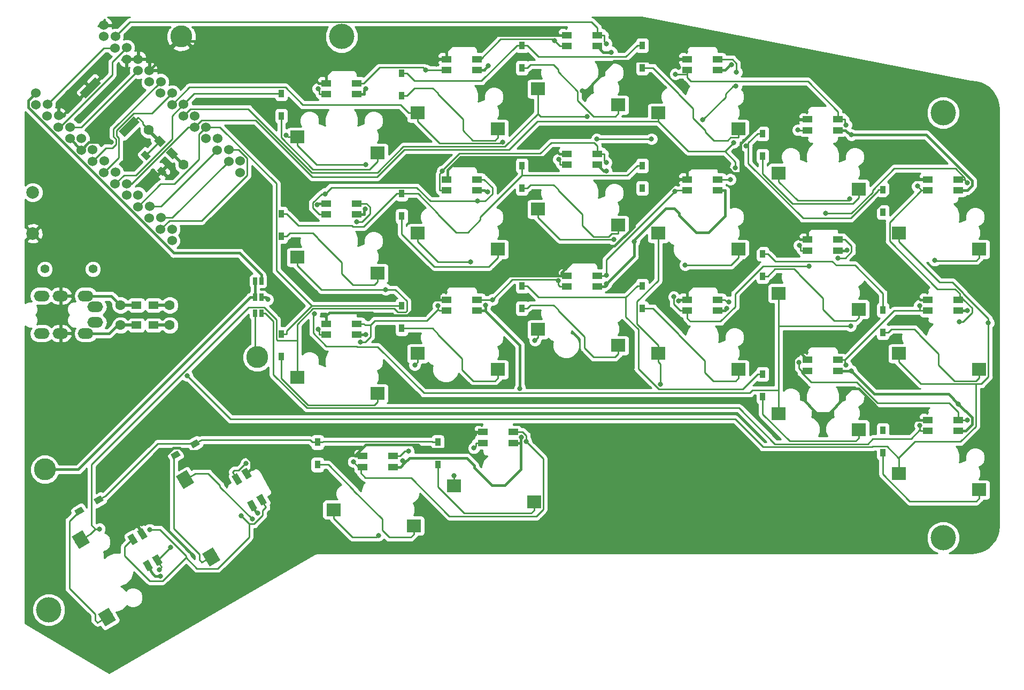
<source format=gtl>
G04 #@! TF.GenerationSoftware,KiCad,Pcbnew,5.0.2-bee76a0~70~ubuntu18.04.1*
G04 #@! TF.CreationDate,2019-07-24T00:03:49+09:00*
G04 #@! TF.ProjectId,silverbullet44,73696c76-6572-4627-956c-6c657434342e,rev?*
G04 #@! TF.SameCoordinates,Original*
G04 #@! TF.FileFunction,Copper,L1,Top*
G04 #@! TF.FilePolarity,Positive*
%FSLAX46Y46*%
G04 Gerber Fmt 4.6, Leading zero omitted, Abs format (unit mm)*
G04 Created by KiCad (PCBNEW 5.0.2-bee76a0~70~ubuntu18.04.1) date 2019年07月24日 00時03分49秒*
%MOMM*%
%LPD*%
G01*
G04 APERTURE LIST*
G04 #@! TA.AperFunction,SMDPad,CuDef*
%ADD10R,1.500000X1.200000*%
G04 #@! TD*
G04 #@! TA.AperFunction,ComponentPad*
%ADD11C,1.600000*%
G04 #@! TD*
G04 #@! TA.AperFunction,Conductor*
%ADD12R,2.900000X0.500000*%
G04 #@! TD*
G04 #@! TA.AperFunction,SMDPad,CuDef*
%ADD13C,1.200000*%
G04 #@! TD*
G04 #@! TA.AperFunction,Conductor*
%ADD14C,0.100000*%
G04 #@! TD*
G04 #@! TA.AperFunction,Conductor*
%ADD15C,0.500000*%
G04 #@! TD*
G04 #@! TA.AperFunction,SMDPad,CuDef*
%ADD16C,2.000000*%
G04 #@! TD*
G04 #@! TA.AperFunction,SMDPad,CuDef*
%ADD17R,2.300000X2.000000*%
G04 #@! TD*
G04 #@! TA.AperFunction,SMDPad,CuDef*
%ADD18R,1.600000X1.000000*%
G04 #@! TD*
G04 #@! TA.AperFunction,ComponentPad*
%ADD19C,1.524000*%
G04 #@! TD*
G04 #@! TA.AperFunction,SMDPad,CuDef*
%ADD20R,0.635000X1.143000*%
G04 #@! TD*
G04 #@! TA.AperFunction,ComponentPad*
%ADD21C,3.470000*%
G04 #@! TD*
G04 #@! TA.AperFunction,WasherPad*
%ADD22C,4.000000*%
G04 #@! TD*
G04 #@! TA.AperFunction,SMDPad,CuDef*
%ADD23C,1.000000*%
G04 #@! TD*
G04 #@! TA.AperFunction,ComponentPad*
%ADD24C,2.000000*%
G04 #@! TD*
G04 #@! TA.AperFunction,ComponentPad*
%ADD25O,2.500000X1.700000*%
G04 #@! TD*
G04 #@! TA.AperFunction,SMDPad,CuDef*
%ADD26C,1.300000*%
G04 #@! TD*
G04 #@! TA.AperFunction,SMDPad,CuDef*
%ADD27R,0.950000X1.300000*%
G04 #@! TD*
G04 #@! TA.AperFunction,SMDPad,CuDef*
%ADD28C,0.950000*%
G04 #@! TD*
G04 #@! TA.AperFunction,ComponentPad*
%ADD29C,1.397000*%
G04 #@! TD*
G04 #@! TA.AperFunction,ViaPad*
%ADD30C,0.800000*%
G04 #@! TD*
G04 #@! TA.AperFunction,Conductor*
%ADD31C,0.250000*%
G04 #@! TD*
G04 #@! TA.AperFunction,Conductor*
%ADD32C,0.400000*%
G04 #@! TD*
G04 #@! TA.AperFunction,Conductor*
%ADD33C,0.254000*%
G04 #@! TD*
G04 APERTURE END LIST*
D10*
G04 #@! TO.P,R1,1*
G04 #@! TO.N,VCC*
X74215000Y-67310000D03*
G04 #@! TO.P,R1,2*
G04 #@! TO.N,SDA*
X76915000Y-67310000D03*
D11*
X79465000Y-67310000D03*
G04 #@! TO.P,R1,1*
G04 #@! TO.N,VCC*
X71665000Y-67310000D03*
D12*
G04 #@! TD*
G04 #@! TO.N,SDA*
G04 #@! TO.C,R1*
X78065000Y-67310000D03*
G04 #@! TO.N,VCC*
G04 #@! TO.C,R1*
X73065000Y-67310000D03*
G04 #@! TD*
D10*
G04 #@! TO.P,R2,1*
G04 #@! TO.N,VCC*
X74215000Y-70485000D03*
G04 #@! TO.P,R2,2*
G04 #@! TO.N,SCL*
X76915000Y-70485000D03*
D11*
X79465000Y-70485000D03*
G04 #@! TO.P,R2,1*
G04 #@! TO.N,VCC*
X71665000Y-70485000D03*
D12*
G04 #@! TD*
G04 #@! TO.N,SCL*
G04 #@! TO.C,R2*
X78065000Y-70485000D03*
G04 #@! TO.N,VCC*
G04 #@! TO.C,R2*
X73065000Y-70485000D03*
G04 #@! TD*
D13*
G04 #@! TO.P,R3,1*
G04 #@! TO.N,Net-(D23-Pad1)*
X77912406Y-41336406D03*
D14*
G04 #@! TD*
G04 #@! TO.N,Net-(D23-Pad1)*
G04 #@! TO.C,R3*
G36*
X78867000Y-41442472D02*
X78018472Y-42291000D01*
X76957812Y-41230340D01*
X77806340Y-40381812D01*
X78867000Y-41442472D01*
X78867000Y-41442472D01*
G37*
D13*
G04 #@! TO.P,R3,2*
G04 #@! TO.N,SPEKER*
X79821594Y-43245594D03*
D14*
G04 #@! TD*
G04 #@! TO.N,SPEKER*
G04 #@! TO.C,R3*
G36*
X80776188Y-43351660D02*
X79927660Y-44200188D01*
X78867000Y-43139528D01*
X79715528Y-42291000D01*
X80776188Y-43351660D01*
X80776188Y-43351660D01*
G37*
D11*
G04 #@! TO.P,R3,2*
G04 #@! TO.N,SPEKER*
X81624716Y-45048716D03*
G04 #@! TO.P,R3,1*
G04 #@! TO.N,Net-(D23-Pad1)*
X76109284Y-39533284D03*
D15*
G04 #@! TD*
G04 #@! TO.N,SPEKER*
G04 #@! TO.C,R3*
X80634767Y-44058767D03*
D14*
G04 #@! TO.N,SPEKER*
G04 #@! TO.C,R3*
G36*
X81836849Y-44907295D02*
X81483295Y-45260849D01*
X79432685Y-43210239D01*
X79786239Y-42856685D01*
X81836849Y-44907295D01*
X81836849Y-44907295D01*
G37*
D15*
G04 #@! TO.N,Net-(D23-Pad1)*
X77099233Y-40523233D03*
D14*
G36*
X78301315Y-41371761D02*
X77947761Y-41725315D01*
X75897151Y-39674705D01*
X76250705Y-39321151D01*
X78301315Y-41371761D01*
X78301315Y-41371761D01*
G37*
G04 #@! TD*
D16*
G04 #@! TO.P,SW19,1*
G04 #@! TO.N,COL0*
X65385654Y-104447822D03*
D14*
G04 #@! TD*
G04 #@! TO.N,COL0*
G04 #@! TO.C,SW19*
G36*
X63944629Y-103951893D02*
X65676679Y-102951893D01*
X66826679Y-104943751D01*
X65094629Y-105943751D01*
X63944629Y-103951893D01*
X63944629Y-103951893D01*
G37*
D16*
G04 #@! TO.P,SW19,2*
G04 #@! TO.N,Net-(D19-Pad2)*
X69535950Y-116716345D03*
D14*
G04 #@! TD*
G04 #@! TO.N,Net-(D19-Pad2)*
G04 #@! TO.C,SW19*
G36*
X68094925Y-116220416D02*
X69826975Y-115220416D01*
X70976975Y-117212274D01*
X69244925Y-118212274D01*
X68094925Y-116220416D01*
X68094925Y-116220416D01*
G37*
D16*
G04 #@! TO.P,SW20,1*
G04 #@! TO.N,COL1*
X81895654Y-94922822D03*
D14*
G04 #@! TD*
G04 #@! TO.N,COL1*
G04 #@! TO.C,SW20*
G36*
X80454629Y-94426893D02*
X82186679Y-93426893D01*
X83336679Y-95418751D01*
X81604629Y-96418751D01*
X80454629Y-94426893D01*
X80454629Y-94426893D01*
G37*
D16*
G04 #@! TO.P,SW20,2*
G04 #@! TO.N,Net-(D20-Pad2)*
X86045950Y-107191345D03*
D14*
G04 #@! TD*
G04 #@! TO.N,Net-(D20-Pad2)*
G04 #@! TO.C,SW20*
G36*
X84604925Y-106695416D02*
X86336975Y-105695416D01*
X87486975Y-107687274D01*
X85754925Y-108687274D01*
X84604925Y-106695416D01*
X84604925Y-106695416D01*
G37*
D17*
G04 #@! TO.P,SW22,1*
G04 #@! TO.N,COL3*
X124445000Y-95925000D03*
G04 #@! TO.P,SW22,2*
G04 #@! TO.N,Net-(D22-Pad2)*
X137145000Y-98465000D03*
G04 #@! TD*
G04 #@! TO.P,SW21,1*
G04 #@! TO.N,COL2*
X105395000Y-99735000D03*
G04 #@! TO.P,SW21,2*
G04 #@! TO.N,Net-(D21-Pad2)*
X118095000Y-102275000D03*
G04 #@! TD*
D18*
G04 #@! TO.P,L16,2*
G04 #@! TO.N,GND*
X129045000Y-87390000D03*
G04 #@! TO.P,L16,1*
G04 #@! TO.N,Net-(L16-Pad1)*
X129045000Y-89140000D03*
G04 #@! TO.P,L16,3*
G04 #@! TO.N,Net-(L15-Pad1)*
X133845000Y-87390000D03*
G04 #@! TO.P,L16,4*
G04 #@! TO.N,VCC*
X133845000Y-89140000D03*
G04 #@! TD*
D19*
G04 #@! TO.P,U1,26*
G04 #@! TO.N,GND*
X58270303Y-35536662D03*
G04 #@! TO.P,U1,25*
G04 #@! TO.N,BAT+*
X58296042Y-33714872D03*
X69046610Y-24760354D03*
G04 #@! TO.P,U1,26*
G04 #@! TO.N,GND*
X69046610Y-22964303D03*
G04 #@! TO.P,U1,24*
G04 #@! TO.N,Net-(U1-Pad24)*
X70842662Y-26556406D03*
G04 #@! TO.P,U1,23*
G04 #@! TO.N,GND*
X72638713Y-28352457D03*
G04 #@! TO.P,U1,22*
G04 #@! TO.N,RST*
X74434764Y-30148508D03*
G04 #@! TO.P,U1,21*
G04 #@! TO.N,VCC*
X76230815Y-31944559D03*
G04 #@! TO.P,U1,20*
G04 #@! TO.N,COL0*
X78026867Y-33740610D03*
G04 #@! TO.P,U1,19*
G04 #@! TO.N,COL1*
X79822918Y-35536662D03*
G04 #@! TO.P,U1,18*
G04 #@! TO.N,COL2*
X81618969Y-37332713D03*
G04 #@! TO.P,U1,17*
G04 #@! TO.N,COL3*
X83415020Y-39128764D03*
G04 #@! TO.P,U1,16*
G04 #@! TO.N,COL4*
X85211071Y-40924815D03*
G04 #@! TO.P,U1,15*
G04 #@! TO.N,COL5*
X87007123Y-42720867D03*
G04 #@! TO.P,U1,14*
G04 #@! TO.N,Net-(U1-Pad14)*
X88803174Y-44516918D03*
G04 #@! TO.P,U1,13*
G04 #@! TO.N,SPEKER*
X90599225Y-46312969D03*
G04 #@! TO.P,U1,12*
G04 #@! TO.N,Net-(U1-Pad12)*
X79822918Y-57089276D03*
G04 #@! TO.P,U1,11*
G04 #@! TO.N,Net-(U1-Pad11)*
X78026867Y-55293225D03*
G04 #@! TO.P,U1,10*
G04 #@! TO.N,ROW3*
X76230815Y-53497174D03*
G04 #@! TO.P,U1,9*
G04 #@! TO.N,ROW2*
X74434764Y-51701123D03*
G04 #@! TO.P,U1,8*
G04 #@! TO.N,ROW1*
X72638713Y-49905071D03*
G04 #@! TO.P,U1,7*
G04 #@! TO.N,ROW0*
X70842662Y-48109020D03*
G04 #@! TO.P,U1,6*
G04 #@! TO.N,SCL*
X69046610Y-46312969D03*
G04 #@! TO.P,U1,5*
G04 #@! TO.N,SDA*
X67250559Y-44516918D03*
G04 #@! TO.P,U1,4*
G04 #@! TO.N,GND*
X65454508Y-42720867D03*
G04 #@! TO.P,U1,3*
X63658457Y-40924815D03*
G04 #@! TO.P,U1,2*
G04 #@! TO.N,DATA*
X61862406Y-39128764D03*
G04 #@! TO.P,U1,1*
G04 #@! TO.N,LED*
X60066354Y-37332713D03*
X70868400Y-24734616D03*
G04 #@! TO.P,U1,2*
G04 #@! TO.N,DATA*
X72664452Y-26530667D03*
G04 #@! TO.P,U1,3*
G04 #@! TO.N,GND*
X74460503Y-28326718D03*
G04 #@! TO.P,U1,4*
X76256554Y-30122769D03*
G04 #@! TO.P,U1,5*
G04 #@! TO.N,SDA*
X78052605Y-31918821D03*
G04 #@! TO.P,U1,6*
G04 #@! TO.N,SCL*
X79848657Y-33714872D03*
G04 #@! TO.P,U1,7*
G04 #@! TO.N,ROW0*
X81644708Y-35510923D03*
G04 #@! TO.P,U1,8*
G04 #@! TO.N,ROW1*
X83440759Y-37306974D03*
G04 #@! TO.P,U1,9*
G04 #@! TO.N,ROW2*
X85236810Y-39103025D03*
G04 #@! TO.P,U1,10*
G04 #@! TO.N,ROW3*
X87032861Y-40899077D03*
G04 #@! TO.P,U1,11*
G04 #@! TO.N,Net-(U1-Pad11)*
X88828913Y-42695128D03*
G04 #@! TO.P,U1,12*
G04 #@! TO.N,Net-(U1-Pad12)*
X90624964Y-44491179D03*
G04 #@! TO.P,U1,13*
G04 #@! TO.N,SPEKER*
X79862799Y-55253344D03*
G04 #@! TO.P,U1,14*
G04 #@! TO.N,Net-(U1-Pad14)*
X78066747Y-53457293D03*
G04 #@! TO.P,U1,15*
G04 #@! TO.N,COL5*
X76270696Y-51661242D03*
G04 #@! TO.P,U1,16*
G04 #@! TO.N,COL4*
X74474645Y-49865191D03*
G04 #@! TO.P,U1,17*
G04 #@! TO.N,COL3*
X72678594Y-48069139D03*
G04 #@! TO.P,U1,18*
G04 #@! TO.N,COL2*
X70882543Y-46273088D03*
G04 #@! TO.P,U1,19*
G04 #@! TO.N,COL1*
X69086491Y-44477037D03*
G04 #@! TO.P,U1,20*
G04 #@! TO.N,COL0*
X67290440Y-42680986D03*
G04 #@! TO.P,U1,21*
G04 #@! TO.N,VCC*
X65494389Y-40884935D03*
G04 #@! TO.P,U1,22*
G04 #@! TO.N,RST*
X63698338Y-39088883D03*
G04 #@! TO.P,U1,23*
G04 #@! TO.N,GND*
X61902286Y-37292832D03*
G04 #@! TO.P,U1,24*
G04 #@! TO.N,Net-(U1-Pad24)*
X60106235Y-35496781D03*
G04 #@! TD*
D20*
G04 #@! TO.P,JP2,2*
G04 #@! TO.N,Net-(J4-Pad1)*
X92979220Y-63500000D03*
G04 #@! TO.P,JP2,1*
G04 #@! TO.N,BAT+*
X93979980Y-63500000D03*
G04 #@! TD*
D21*
G04 #@! TO.P,J4,1*
G04 #@! TO.N,Net-(J4-Pad1)*
X59690000Y-93345000D03*
G04 #@! TD*
G04 #@! TO.P,J5,1*
G04 #@! TO.N,GND*
X81280000Y-24765000D03*
G04 #@! TD*
D17*
G04 #@! TO.P,SW1,1*
G04 #@! TO.N,COL0*
X99680000Y-40680000D03*
G04 #@! TO.P,SW1,2*
G04 #@! TO.N,Net-(D1-Pad2)*
X112380000Y-43220000D03*
G04 #@! TD*
G04 #@! TO.P,SW2,1*
G04 #@! TO.N,COL1*
X118730000Y-36870000D03*
G04 #@! TO.P,SW2,2*
G04 #@! TO.N,Net-(D2-Pad2)*
X131430000Y-39410000D03*
G04 #@! TD*
G04 #@! TO.P,SW3,1*
G04 #@! TO.N,COL2*
X137780000Y-33060000D03*
G04 #@! TO.P,SW3,2*
G04 #@! TO.N,Net-(D3-Pad2)*
X150480000Y-35600000D03*
G04 #@! TD*
G04 #@! TO.P,SW4,1*
G04 #@! TO.N,COL3*
X156830000Y-36870000D03*
G04 #@! TO.P,SW4,2*
G04 #@! TO.N,Net-(D4-Pad2)*
X169530000Y-39410000D03*
G04 #@! TD*
G04 #@! TO.P,SW5,1*
G04 #@! TO.N,COL4*
X175880000Y-46395000D03*
G04 #@! TO.P,SW5,2*
G04 #@! TO.N,Net-(D5-Pad2)*
X188580000Y-48935000D03*
G04 #@! TD*
G04 #@! TO.P,SW6,1*
G04 #@! TO.N,COL5*
X194930000Y-55920000D03*
G04 #@! TO.P,SW6,2*
G04 #@! TO.N,Net-(D6-Pad2)*
X207630000Y-58460000D03*
G04 #@! TD*
G04 #@! TO.P,SW7,1*
G04 #@! TO.N,COL0*
X99680000Y-59730000D03*
G04 #@! TO.P,SW7,2*
G04 #@! TO.N,Net-(D7-Pad2)*
X112380000Y-62270000D03*
G04 #@! TD*
G04 #@! TO.P,SW8,1*
G04 #@! TO.N,COL1*
X118730000Y-55920000D03*
G04 #@! TO.P,SW8,2*
G04 #@! TO.N,Net-(D8-Pad2)*
X131430000Y-58460000D03*
G04 #@! TD*
G04 #@! TO.P,SW9,1*
G04 #@! TO.N,COL2*
X137780000Y-52110000D03*
G04 #@! TO.P,SW9,2*
G04 #@! TO.N,Net-(D9-Pad2)*
X150480000Y-54650000D03*
G04 #@! TD*
G04 #@! TO.P,SW10,1*
G04 #@! TO.N,COL3*
X156830000Y-55920000D03*
G04 #@! TO.P,SW10,2*
G04 #@! TO.N,Net-(D10-Pad2)*
X169530000Y-58460000D03*
G04 #@! TD*
G04 #@! TO.P,SW11,1*
G04 #@! TO.N,COL4*
X175880000Y-65445000D03*
G04 #@! TO.P,SW11,2*
G04 #@! TO.N,Net-(D11-Pad2)*
X188580000Y-67985000D03*
G04 #@! TD*
G04 #@! TO.P,SW12,1*
G04 #@! TO.N,COL5*
X194930000Y-74970000D03*
G04 #@! TO.P,SW12,2*
G04 #@! TO.N,Net-(D12-Pad2)*
X207630000Y-77510000D03*
G04 #@! TD*
G04 #@! TO.P,SW13,1*
G04 #@! TO.N,COL0*
X99680000Y-78780000D03*
G04 #@! TO.P,SW13,2*
G04 #@! TO.N,Net-(D13-Pad2)*
X112380000Y-81320000D03*
G04 #@! TD*
G04 #@! TO.P,SW14,1*
G04 #@! TO.N,COL1*
X118730000Y-74970000D03*
G04 #@! TO.P,SW14,2*
G04 #@! TO.N,Net-(D14-Pad2)*
X131430000Y-77510000D03*
G04 #@! TD*
G04 #@! TO.P,SW15,1*
G04 #@! TO.N,COL2*
X137780000Y-71160000D03*
G04 #@! TO.P,SW15,2*
G04 #@! TO.N,Net-(D15-Pad2)*
X150480000Y-73700000D03*
G04 #@! TD*
G04 #@! TO.P,SW16,1*
G04 #@! TO.N,COL3*
X156830000Y-74970000D03*
G04 #@! TO.P,SW16,2*
G04 #@! TO.N,Net-(D16-Pad2)*
X169530000Y-77510000D03*
G04 #@! TD*
G04 #@! TO.P,SW17,1*
G04 #@! TO.N,COL4*
X175880000Y-84495000D03*
G04 #@! TO.P,SW17,2*
G04 #@! TO.N,Net-(D17-Pad2)*
X188580000Y-87035000D03*
G04 #@! TD*
G04 #@! TO.P,SW18,1*
G04 #@! TO.N,COL5*
X194930000Y-94020000D03*
G04 #@! TO.P,SW18,2*
G04 #@! TO.N,Net-(D18-Pad2)*
X207630000Y-96560000D03*
G04 #@! TD*
D22*
G04 #@! TO.P,Ref1,*
G04 #@! TO.N,*
X106680000Y-24765000D03*
G04 #@! TD*
G04 #@! TO.P,Ref3,*
G04 #@! TO.N,*
X60325000Y-115570000D03*
G04 #@! TD*
G04 #@! TO.P,Ref5,*
G04 #@! TO.N,*
X201930000Y-104140000D03*
G04 #@! TD*
D18*
G04 #@! TO.P,L1,2*
G04 #@! TO.N,GND*
X142380000Y-24525000D03*
G04 #@! TO.P,L1,1*
G04 #@! TO.N,Net-(L1-Pad1)*
X142380000Y-26275000D03*
G04 #@! TO.P,L1,3*
G04 #@! TO.N,LED*
X147180000Y-24525000D03*
G04 #@! TO.P,L1,4*
G04 #@! TO.N,VCC*
X147180000Y-26275000D03*
G04 #@! TD*
G04 #@! TO.P,L2,2*
G04 #@! TO.N,GND*
X123330000Y-28335000D03*
G04 #@! TO.P,L2,1*
G04 #@! TO.N,Net-(L2-Pad1)*
X123330000Y-30085000D03*
G04 #@! TO.P,L2,3*
G04 #@! TO.N,Net-(L1-Pad1)*
X128130000Y-28335000D03*
G04 #@! TO.P,L2,4*
G04 #@! TO.N,VCC*
X128130000Y-30085000D03*
G04 #@! TD*
G04 #@! TO.P,L3,2*
G04 #@! TO.N,GND*
X104280000Y-32145000D03*
G04 #@! TO.P,L3,1*
G04 #@! TO.N,Net-(L3-Pad1)*
X104280000Y-33895000D03*
G04 #@! TO.P,L3,3*
G04 #@! TO.N,Net-(L2-Pad1)*
X109080000Y-32145000D03*
G04 #@! TO.P,L3,4*
G04 #@! TO.N,VCC*
X109080000Y-33895000D03*
G04 #@! TD*
G04 #@! TO.P,L4,2*
G04 #@! TO.N,GND*
X104280000Y-51195000D03*
G04 #@! TO.P,L4,1*
G04 #@! TO.N,Net-(L4-Pad1)*
X104280000Y-52945000D03*
G04 #@! TO.P,L4,3*
G04 #@! TO.N,Net-(L3-Pad1)*
X109080000Y-51195000D03*
G04 #@! TO.P,L4,4*
G04 #@! TO.N,VCC*
X109080000Y-52945000D03*
G04 #@! TD*
G04 #@! TO.P,L5,2*
G04 #@! TO.N,GND*
X123330000Y-47385000D03*
G04 #@! TO.P,L5,1*
G04 #@! TO.N,Net-(L5-Pad1)*
X123330000Y-49135000D03*
G04 #@! TO.P,L5,3*
G04 #@! TO.N,Net-(L4-Pad1)*
X128130000Y-47385000D03*
G04 #@! TO.P,L5,4*
G04 #@! TO.N,VCC*
X128130000Y-49135000D03*
G04 #@! TD*
G04 #@! TO.P,L6,2*
G04 #@! TO.N,GND*
X142380000Y-43321000D03*
G04 #@! TO.P,L6,1*
G04 #@! TO.N,Net-(L6-Pad1)*
X142380000Y-45071000D03*
G04 #@! TO.P,L6,3*
G04 #@! TO.N,Net-(L5-Pad1)*
X147180000Y-43321000D03*
G04 #@! TO.P,L6,4*
G04 #@! TO.N,VCC*
X147180000Y-45071000D03*
G04 #@! TD*
G04 #@! TO.P,L7,2*
G04 #@! TO.N,GND*
X161430000Y-28335000D03*
G04 #@! TO.P,L7,1*
G04 #@! TO.N,Net-(L7-Pad1)*
X161430000Y-30085000D03*
G04 #@! TO.P,L7,3*
G04 #@! TO.N,Net-(L6-Pad1)*
X166230000Y-28335000D03*
G04 #@! TO.P,L7,4*
G04 #@! TO.N,VCC*
X166230000Y-30085000D03*
G04 #@! TD*
G04 #@! TO.P,L8,2*
G04 #@! TO.N,GND*
X180480000Y-37860000D03*
G04 #@! TO.P,L8,1*
G04 #@! TO.N,Net-(L8-Pad1)*
X180480000Y-39610000D03*
G04 #@! TO.P,L8,3*
G04 #@! TO.N,Net-(L7-Pad1)*
X185280000Y-37860000D03*
G04 #@! TO.P,L8,4*
G04 #@! TO.N,VCC*
X185280000Y-39610000D03*
G04 #@! TD*
G04 #@! TO.P,L9,2*
G04 #@! TO.N,GND*
X161430000Y-47385000D03*
G04 #@! TO.P,L9,1*
G04 #@! TO.N,Net-(L10-Pad3)*
X161430000Y-49135000D03*
G04 #@! TO.P,L9,3*
G04 #@! TO.N,Net-(L8-Pad1)*
X166230000Y-47385000D03*
G04 #@! TO.P,L9,4*
G04 #@! TO.N,VCC*
X166230000Y-49135000D03*
G04 #@! TD*
G04 #@! TO.P,L10,2*
G04 #@! TO.N,GND*
X142380000Y-62625000D03*
G04 #@! TO.P,L10,1*
G04 #@! TO.N,Net-(L10-Pad1)*
X142380000Y-64375000D03*
G04 #@! TO.P,L10,3*
G04 #@! TO.N,Net-(L10-Pad3)*
X147180000Y-62625000D03*
G04 #@! TO.P,L10,4*
G04 #@! TO.N,VCC*
X147180000Y-64375000D03*
G04 #@! TD*
G04 #@! TO.P,L11,2*
G04 #@! TO.N,GND*
X123330000Y-66435000D03*
G04 #@! TO.P,L11,1*
G04 #@! TO.N,Net-(L11-Pad1)*
X123330000Y-68185000D03*
G04 #@! TO.P,L11,3*
G04 #@! TO.N,Net-(L10-Pad1)*
X128130000Y-66435000D03*
G04 #@! TO.P,L11,4*
G04 #@! TO.N,VCC*
X128130000Y-68185000D03*
G04 #@! TD*
G04 #@! TO.P,L12,2*
G04 #@! TO.N,GND*
X104280000Y-70245000D03*
G04 #@! TO.P,L12,1*
G04 #@! TO.N,Net-(L12-Pad1)*
X104280000Y-71995000D03*
G04 #@! TO.P,L12,3*
G04 #@! TO.N,Net-(L11-Pad1)*
X109080000Y-70245000D03*
G04 #@! TO.P,L12,4*
G04 #@! TO.N,VCC*
X109080000Y-71995000D03*
G04 #@! TD*
D23*
G04 #@! TO.P,L13,2*
G04 #@! TO.N,GND*
X75122772Y-103529039D03*
D14*
G04 #@! TD*
G04 #@! TO.N,GND*
G04 #@! TO.C,L13*
G36*
X74289759Y-103086219D02*
X75155785Y-102586219D01*
X75955785Y-103971859D01*
X75089759Y-104471859D01*
X74289759Y-103086219D01*
X74289759Y-103086219D01*
G37*
D23*
G04 #@! TO.P,L13,1*
G04 #@! TO.N,Net-(L13-Pad1)*
X73607228Y-104404039D03*
D14*
G04 #@! TD*
G04 #@! TO.N,Net-(L13-Pad1)*
G04 #@! TO.C,L13*
G36*
X72774215Y-103961219D02*
X73640241Y-103461219D01*
X74440241Y-104846859D01*
X73574215Y-105346859D01*
X72774215Y-103961219D01*
X72774215Y-103961219D01*
G37*
D23*
G04 #@! TO.P,L13,3*
G04 #@! TO.N,Net-(L12-Pad1)*
X77522772Y-107685961D03*
D14*
G04 #@! TD*
G04 #@! TO.N,Net-(L12-Pad1)*
G04 #@! TO.C,L13*
G36*
X76689759Y-107243141D02*
X77555785Y-106743141D01*
X78355785Y-108128781D01*
X77489759Y-108628781D01*
X76689759Y-107243141D01*
X76689759Y-107243141D01*
G37*
D23*
G04 #@! TO.P,L13,4*
G04 #@! TO.N,VCC*
X76007228Y-108560961D03*
D14*
G04 #@! TD*
G04 #@! TO.N,VCC*
G04 #@! TO.C,L13*
G36*
X75174215Y-108118141D02*
X76040241Y-107618141D01*
X76840241Y-109003781D01*
X75974215Y-109503781D01*
X75174215Y-108118141D01*
X75174215Y-108118141D01*
G37*
D23*
G04 #@! TO.P,L14,2*
G04 #@! TO.N,GND*
X91632772Y-94004039D03*
D14*
G04 #@! TD*
G04 #@! TO.N,GND*
G04 #@! TO.C,L14*
G36*
X90799759Y-93561219D02*
X91665785Y-93061219D01*
X92465785Y-94446859D01*
X91599759Y-94946859D01*
X90799759Y-93561219D01*
X90799759Y-93561219D01*
G37*
D23*
G04 #@! TO.P,L14,1*
G04 #@! TO.N,Net-(L14-Pad1)*
X90117228Y-94879039D03*
D14*
G04 #@! TD*
G04 #@! TO.N,Net-(L14-Pad1)*
G04 #@! TO.C,L14*
G36*
X89284215Y-94436219D02*
X90150241Y-93936219D01*
X90950241Y-95321859D01*
X90084215Y-95821859D01*
X89284215Y-94436219D01*
X89284215Y-94436219D01*
G37*
D23*
G04 #@! TO.P,L14,3*
G04 #@! TO.N,Net-(L13-Pad1)*
X94032772Y-98160961D03*
D14*
G04 #@! TD*
G04 #@! TO.N,Net-(L13-Pad1)*
G04 #@! TO.C,L14*
G36*
X93199759Y-97718141D02*
X94065785Y-97218141D01*
X94865785Y-98603781D01*
X93999759Y-99103781D01*
X93199759Y-97718141D01*
X93199759Y-97718141D01*
G37*
D23*
G04 #@! TO.P,L14,4*
G04 #@! TO.N,VCC*
X92517228Y-99035961D03*
D14*
G04 #@! TD*
G04 #@! TO.N,VCC*
G04 #@! TO.C,L14*
G36*
X91684215Y-98593141D02*
X92550241Y-98093141D01*
X93350241Y-99478781D01*
X92484215Y-99978781D01*
X91684215Y-98593141D01*
X91684215Y-98593141D01*
G37*
D18*
G04 #@! TO.P,L15,2*
G04 #@! TO.N,GND*
X109995000Y-91200000D03*
G04 #@! TO.P,L15,1*
G04 #@! TO.N,Net-(L15-Pad1)*
X109995000Y-92950000D03*
G04 #@! TO.P,L15,3*
G04 #@! TO.N,Net-(L14-Pad1)*
X114795000Y-91200000D03*
G04 #@! TO.P,L15,4*
G04 #@! TO.N,VCC*
X114795000Y-92950000D03*
G04 #@! TD*
G04 #@! TO.P,L17,2*
G04 #@! TO.N,GND*
X161430000Y-66435000D03*
G04 #@! TO.P,L17,1*
G04 #@! TO.N,Net-(L17-Pad1)*
X161430000Y-68185000D03*
G04 #@! TO.P,L17,3*
G04 #@! TO.N,Net-(L16-Pad1)*
X166230000Y-66435000D03*
G04 #@! TO.P,L17,4*
G04 #@! TO.N,VCC*
X166230000Y-68185000D03*
G04 #@! TD*
G04 #@! TO.P,L18,2*
G04 #@! TO.N,GND*
X180480000Y-56910000D03*
G04 #@! TO.P,L18,1*
G04 #@! TO.N,Net-(L18-Pad1)*
X180480000Y-58660000D03*
G04 #@! TO.P,L18,3*
G04 #@! TO.N,Net-(L17-Pad1)*
X185280000Y-56910000D03*
G04 #@! TO.P,L18,4*
G04 #@! TO.N,VCC*
X185280000Y-58660000D03*
G04 #@! TD*
G04 #@! TO.P,L19,2*
G04 #@! TO.N,GND*
X199530000Y-47385000D03*
G04 #@! TO.P,L19,1*
G04 #@! TO.N,Net-(L19-Pad1)*
X199530000Y-49135000D03*
G04 #@! TO.P,L19,3*
G04 #@! TO.N,Net-(L18-Pad1)*
X204330000Y-47385000D03*
G04 #@! TO.P,L19,4*
G04 #@! TO.N,VCC*
X204330000Y-49135000D03*
G04 #@! TD*
G04 #@! TO.P,L20,2*
G04 #@! TO.N,GND*
X199530000Y-66435000D03*
G04 #@! TO.P,L20,1*
G04 #@! TO.N,Net-(L20-Pad1)*
X199530000Y-68185000D03*
G04 #@! TO.P,L20,3*
G04 #@! TO.N,Net-(L19-Pad1)*
X204330000Y-66435000D03*
G04 #@! TO.P,L20,4*
G04 #@! TO.N,VCC*
X204330000Y-68185000D03*
G04 #@! TD*
G04 #@! TO.P,L21,2*
G04 #@! TO.N,GND*
X180480000Y-75960000D03*
G04 #@! TO.P,L21,1*
G04 #@! TO.N,Net-(L21-Pad1)*
X180480000Y-77710000D03*
G04 #@! TO.P,L21,3*
G04 #@! TO.N,Net-(L20-Pad1)*
X185280000Y-75960000D03*
G04 #@! TO.P,L21,4*
G04 #@! TO.N,VCC*
X185280000Y-77710000D03*
G04 #@! TD*
G04 #@! TO.P,L22,2*
G04 #@! TO.N,GND*
X199530000Y-85485000D03*
G04 #@! TO.P,L22,1*
G04 #@! TO.N,Net-(J6-Pad1)*
X199530000Y-87235000D03*
G04 #@! TO.P,L22,3*
G04 #@! TO.N,Net-(L21-Pad1)*
X204330000Y-85485000D03*
G04 #@! TO.P,L22,4*
G04 #@! TO.N,VCC*
X204330000Y-87235000D03*
G04 #@! TD*
D24*
G04 #@! TO.P,SW23,1*
G04 #@! TO.N,GND*
X57785000Y-55955000D03*
G04 #@! TO.P,SW23,2*
G04 #@! TO.N,RST*
X57785000Y-49455000D03*
G04 #@! TD*
D22*
G04 #@! TO.P,Ref2,*
G04 #@! TO.N,*
X201930000Y-36830000D03*
G04 #@! TD*
D20*
G04 #@! TO.P,JP1,1*
G04 #@! TO.N,Net-(J6-Pad1)*
X93979980Y-68580000D03*
G04 #@! TO.P,JP1,2*
G04 #@! TO.N,Net-(J3-Pad1)*
X92979220Y-68580000D03*
G04 #@! TD*
G04 #@! TO.P,JP3,1*
G04 #@! TO.N,VCC*
X93979980Y-66040000D03*
G04 #@! TO.P,JP3,2*
G04 #@! TO.N,Net-(J4-Pad1)*
X92979220Y-66040000D03*
G04 #@! TD*
D25*
G04 #@! TO.P,TRRS1,D*
G04 #@! TO.N,VCC*
X66180000Y-71795000D03*
G04 #@! TO.P,TRRS1,A*
G04 #@! TO.N,Net-(J1-Pad1)*
X67680000Y-67595000D03*
G04 #@! TO.P,TRRS1,B*
G04 #@! TO.N,DATA*
X59180000Y-71795000D03*
G04 #@! TO.P,TRRS1,C*
G04 #@! TO.N,GND*
X62180000Y-71795000D03*
G04 #@! TO.P,TRRS1,B*
G04 #@! TO.N,DATA*
X59180000Y-65845000D03*
G04 #@! TO.P,TRRS1,C*
G04 #@! TO.N,GND*
X62180000Y-65845000D03*
G04 #@! TO.P,TRRS1,D*
G04 #@! TO.N,VCC*
X66180000Y-65845000D03*
G04 #@! TO.P,TRRS1,A*
G04 #@! TO.N,Net-(J1-Pad1)*
X67680000Y-70045000D03*
G04 #@! TD*
D26*
G04 #@! TO.P,LS1,2*
G04 #@! TO.N,GND*
X66901086Y-32865086D03*
D14*
G04 #@! TD*
G04 #@! TO.N,GND*
G04 #@! TO.C,LS1*
G36*
X68562787Y-32122624D02*
X66158624Y-34526787D01*
X65239385Y-33607548D01*
X67643548Y-31203385D01*
X68562787Y-32122624D01*
X68562787Y-32122624D01*
G37*
D26*
G04 #@! TO.P,LS1,1*
G04 #@! TO.N,Net-(D23-Pad1)*
X73052914Y-39016914D03*
D14*
G04 #@! TD*
G04 #@! TO.N,Net-(D23-Pad1)*
G04 #@! TO.C,LS1*
G36*
X74714615Y-38274452D02*
X72310452Y-40678615D01*
X71391213Y-39759376D01*
X73795376Y-37355213D01*
X74714615Y-38274452D01*
X74714615Y-38274452D01*
G37*
D27*
G04 #@! TO.P,D1,1*
G04 #@! TO.N,ROW0*
X97155000Y-33785000D03*
G04 #@! TO.P,D1,2*
G04 #@! TO.N,Net-(D1-Pad2)*
X97155000Y-37335000D03*
G04 #@! TD*
G04 #@! TO.P,D2,1*
G04 #@! TO.N,ROW0*
X116205000Y-30610000D03*
G04 #@! TO.P,D2,2*
G04 #@! TO.N,Net-(D2-Pad2)*
X116205000Y-34160000D03*
G04 #@! TD*
G04 #@! TO.P,D3,2*
G04 #@! TO.N,Net-(D3-Pad2)*
X135255000Y-29715000D03*
G04 #@! TO.P,D3,1*
G04 #@! TO.N,ROW0*
X135255000Y-26165000D03*
G04 #@! TD*
G04 #@! TO.P,D4,2*
G04 #@! TO.N,Net-(D4-Pad2)*
X154305000Y-29715000D03*
G04 #@! TO.P,D4,1*
G04 #@! TO.N,ROW0*
X154305000Y-26165000D03*
G04 #@! TD*
G04 #@! TO.P,D5,1*
G04 #@! TO.N,ROW0*
X173355000Y-40135000D03*
G04 #@! TO.P,D5,2*
G04 #@! TO.N,Net-(D5-Pad2)*
X173355000Y-43685000D03*
G04 #@! TD*
G04 #@! TO.P,D6,2*
G04 #@! TO.N,Net-(D6-Pad2)*
X192405000Y-52575000D03*
G04 #@! TO.P,D6,1*
G04 #@! TO.N,ROW0*
X192405000Y-49025000D03*
G04 #@! TD*
G04 #@! TO.P,D7,2*
G04 #@! TO.N,Net-(D7-Pad2)*
X97155000Y-56385000D03*
G04 #@! TO.P,D7,1*
G04 #@! TO.N,ROW1*
X97155000Y-52835000D03*
G04 #@! TD*
G04 #@! TO.P,D8,1*
G04 #@! TO.N,ROW1*
X116205000Y-49660000D03*
G04 #@! TO.P,D8,2*
G04 #@! TO.N,Net-(D8-Pad2)*
X116205000Y-53210000D03*
G04 #@! TD*
G04 #@! TO.P,D9,2*
G04 #@! TO.N,Net-(D9-Pad2)*
X135255000Y-48765000D03*
G04 #@! TO.P,D9,1*
G04 #@! TO.N,ROW1*
X135255000Y-45215000D03*
G04 #@! TD*
G04 #@! TO.P,D10,2*
G04 #@! TO.N,Net-(D10-Pad2)*
X154305000Y-48765000D03*
G04 #@! TO.P,D10,1*
G04 #@! TO.N,ROW1*
X154305000Y-45215000D03*
G04 #@! TD*
G04 #@! TO.P,D11,2*
G04 #@! TO.N,Net-(D11-Pad2)*
X173355000Y-62735000D03*
G04 #@! TO.P,D11,1*
G04 #@! TO.N,ROW1*
X173355000Y-59185000D03*
G04 #@! TD*
G04 #@! TO.P,D12,2*
G04 #@! TO.N,Net-(D12-Pad2)*
X192405000Y-71625000D03*
G04 #@! TO.P,D12,1*
G04 #@! TO.N,ROW1*
X192405000Y-68075000D03*
G04 #@! TD*
G04 #@! TO.P,D13,2*
G04 #@! TO.N,Net-(D13-Pad2)*
X97155000Y-75435000D03*
G04 #@! TO.P,D13,1*
G04 #@! TO.N,ROW2*
X97155000Y-71885000D03*
G04 #@! TD*
G04 #@! TO.P,D14,2*
G04 #@! TO.N,Net-(D14-Pad2)*
X116205000Y-70990000D03*
G04 #@! TO.P,D14,1*
G04 #@! TO.N,ROW2*
X116205000Y-67440000D03*
G04 #@! TD*
G04 #@! TO.P,D15,1*
G04 #@! TO.N,ROW2*
X135255000Y-64265000D03*
G04 #@! TO.P,D15,2*
G04 #@! TO.N,Net-(D15-Pad2)*
X135255000Y-67815000D03*
G04 #@! TD*
G04 #@! TO.P,D16,1*
G04 #@! TO.N,ROW2*
X154305000Y-64265000D03*
G04 #@! TO.P,D16,2*
G04 #@! TO.N,Net-(D16-Pad2)*
X154305000Y-67815000D03*
G04 #@! TD*
G04 #@! TO.P,D17,1*
G04 #@! TO.N,ROW2*
X173355000Y-78235000D03*
G04 #@! TO.P,D17,2*
G04 #@! TO.N,Net-(D17-Pad2)*
X173355000Y-81785000D03*
G04 #@! TD*
G04 #@! TO.P,D18,1*
G04 #@! TO.N,ROW2*
X192405000Y-87125000D03*
G04 #@! TO.P,D18,2*
G04 #@! TO.N,Net-(D18-Pad2)*
X192405000Y-90675000D03*
G04 #@! TD*
D28*
G04 #@! TO.P,D19,1*
G04 #@! TO.N,ROW3*
X68212195Y-98172500D03*
D14*
G04 #@! TD*
G04 #@! TO.N,ROW3*
G04 #@! TO.C,D19*
G36*
X68537612Y-97436138D02*
X69012612Y-98258862D01*
X67886778Y-98908862D01*
X67411778Y-98086138D01*
X68537612Y-97436138D01*
X68537612Y-97436138D01*
G37*
D28*
G04 #@! TO.P,D19,2*
G04 #@! TO.N,Net-(D19-Pad2)*
X65137805Y-99947500D03*
D14*
G04 #@! TD*
G04 #@! TO.N,Net-(D19-Pad2)*
G04 #@! TO.C,D19*
G36*
X65463222Y-99211138D02*
X65938222Y-100033862D01*
X64812388Y-100683862D01*
X64337388Y-99861138D01*
X65463222Y-99211138D01*
X65463222Y-99211138D01*
G37*
D28*
G04 #@! TO.P,D20,1*
G04 #@! TO.N,ROW3*
X83452195Y-89282500D03*
D14*
G04 #@! TD*
G04 #@! TO.N,ROW3*
G04 #@! TO.C,D20*
G36*
X83777612Y-88546138D02*
X84252612Y-89368862D01*
X83126778Y-90018862D01*
X82651778Y-89196138D01*
X83777612Y-88546138D01*
X83777612Y-88546138D01*
G37*
D28*
G04 #@! TO.P,D20,2*
G04 #@! TO.N,Net-(D20-Pad2)*
X80377805Y-91057500D03*
D14*
G04 #@! TD*
G04 #@! TO.N,Net-(D20-Pad2)*
G04 #@! TO.C,D20*
G36*
X80703222Y-90321138D02*
X81178222Y-91143862D01*
X80052388Y-91793862D01*
X79577388Y-90971138D01*
X80703222Y-90321138D01*
X80703222Y-90321138D01*
G37*
D27*
G04 #@! TO.P,D21,2*
G04 #@! TO.N,Net-(D21-Pad2)*
X102870000Y-92580000D03*
G04 #@! TO.P,D21,1*
G04 #@! TO.N,ROW3*
X102870000Y-89030000D03*
G04 #@! TD*
G04 #@! TO.P,D22,1*
G04 #@! TO.N,ROW3*
X121920000Y-89030000D03*
G04 #@! TO.P,D22,2*
G04 #@! TO.N,Net-(D22-Pad2)*
X121920000Y-92580000D03*
G04 #@! TD*
D28*
G04 #@! TO.P,D23,1*
G04 #@! TO.N,Net-(D23-Pad1)*
X75691985Y-43560985D03*
D14*
G04 #@! TD*
G04 #@! TO.N,Net-(D23-Pad1)*
G04 #@! TO.C,D23*
G36*
X74896490Y-43437241D02*
X75568241Y-42765490D01*
X76487480Y-43684729D01*
X75815729Y-44356480D01*
X74896490Y-43437241D01*
X74896490Y-43437241D01*
G37*
D28*
G04 #@! TO.P,D23,2*
G04 #@! TO.N,GND*
X78202215Y-46071215D03*
D14*
G04 #@! TD*
G04 #@! TO.N,GND*
G04 #@! TO.C,D23*
G36*
X77406720Y-45947471D02*
X78078471Y-45275720D01*
X78997710Y-46194959D01*
X78325959Y-46866710D01*
X77406720Y-45947471D01*
X77406720Y-45947471D01*
G37*
D29*
G04 #@! TO.P,J1,1*
G04 #@! TO.N,Net-(J1-Pad1)*
X67310000Y-61595000D03*
G04 #@! TD*
G04 #@! TO.P,J2,1*
G04 #@! TO.N,DATA*
X59690000Y-61595000D03*
G04 #@! TD*
D21*
G04 #@! TO.P,J3,1*
G04 #@! TO.N,Net-(J3-Pad1)*
X93345000Y-75565000D03*
G04 #@! TD*
D30*
G04 #@! TO.N,ROW0*
X170678400Y-42060500D03*
X97155000Y-33782000D03*
X116205000Y-30610000D03*
X135255000Y-26165000D03*
X154305000Y-26165000D03*
X173355000Y-40135000D03*
X192405000Y-49025000D03*
G04 #@! TO.N,Net-(D1-Pad2)*
X97155000Y-37338000D03*
G04 #@! TO.N,Net-(D2-Pad2)*
X116205000Y-34160000D03*
G04 #@! TO.N,Net-(D3-Pad2)*
X135255000Y-29715000D03*
G04 #@! TO.N,Net-(D4-Pad2)*
X154305000Y-29715000D03*
G04 #@! TO.N,Net-(D5-Pad2)*
X173355000Y-43685000D03*
G04 #@! TO.N,Net-(D6-Pad2)*
X200576000Y-60218700D03*
X192405000Y-52575000D03*
G04 #@! TO.N,ROW1*
X97155000Y-52835000D03*
X116205000Y-49657000D03*
X135255000Y-45215000D03*
X154305000Y-45215000D03*
X173355000Y-59185000D03*
X192405000Y-68075000D03*
G04 #@! TO.N,Net-(D7-Pad2)*
X97155000Y-56388000D03*
G04 #@! TO.N,Net-(D8-Pad2)*
X116205000Y-53207000D03*
G04 #@! TO.N,Net-(D9-Pad2)*
X135255000Y-48765000D03*
G04 #@! TO.N,Net-(D10-Pad2)*
X161082800Y-60944200D03*
X154305000Y-48765000D03*
G04 #@! TO.N,Net-(D11-Pad2)*
X173355000Y-62735000D03*
G04 #@! TO.N,Net-(D12-Pad2)*
X192405000Y-71625000D03*
G04 #@! TO.N,ROW2*
X97155000Y-71885000D03*
X116205000Y-67440000D03*
X135255000Y-64265000D03*
X154305000Y-64265000D03*
X192405000Y-87125000D03*
X173355000Y-78235000D03*
G04 #@! TO.N,Net-(D13-Pad2)*
X97155000Y-75435000D03*
G04 #@! TO.N,Net-(D14-Pad2)*
X116205000Y-70990000D03*
G04 #@! TO.N,Net-(D15-Pad2)*
X135255000Y-67815000D03*
G04 #@! TO.N,Net-(D16-Pad2)*
X154305000Y-67815000D03*
G04 #@! TO.N,Net-(D17-Pad2)*
X173355000Y-81785000D03*
G04 #@! TO.N,Net-(D18-Pad2)*
X192405000Y-90675000D03*
G04 #@! TO.N,Net-(D19-Pad2)*
X65151000Y-99949000D03*
G04 #@! TO.N,ROW3*
X121920000Y-89030000D03*
X102870000Y-89030000D03*
X83439000Y-89281000D03*
X68199000Y-98171000D03*
G04 #@! TO.N,Net-(D20-Pad2)*
X80391000Y-91059000D03*
G04 #@! TO.N,Net-(D21-Pad2)*
X102870000Y-92580000D03*
G04 #@! TO.N,Net-(D22-Pad2)*
X121920000Y-92580000D03*
X121920000Y-92580000D03*
G04 #@! TO.N,VCC*
X149415100Y-27237100D03*
X129830600Y-49337700D03*
X129466600Y-67283200D03*
X110530400Y-33024400D03*
X152981300Y-57223800D03*
X148589100Y-46042100D03*
X93394100Y-100284300D03*
X116335700Y-91993500D03*
X110512800Y-71995000D03*
X134919300Y-80484100D03*
X95010300Y-66410300D03*
X129927200Y-29419300D03*
X205738100Y-68185000D03*
X204363600Y-82941100D03*
X186707300Y-58561700D03*
X187379200Y-77710000D03*
X187403100Y-40328500D03*
X167642500Y-67837200D03*
X148588600Y-63926000D03*
X168414900Y-29251100D03*
X135150500Y-88251400D03*
X77994300Y-110252400D03*
X110407800Y-52057900D03*
G04 #@! TO.N,LED*
X148601100Y-25878000D03*
G04 #@! TO.N,Net-(L1-Pad1)*
X140420600Y-25407800D03*
G04 #@! TO.N,GND*
X127212000Y-88463800D03*
X121732000Y-29087100D03*
X106787600Y-91134600D03*
X159721500Y-47962200D03*
X196930100Y-65418900D03*
X160025800Y-66665400D03*
X102841100Y-51420400D03*
X70233900Y-41504800D03*
X76801600Y-46071200D03*
X196134300Y-85485000D03*
X179276300Y-74854700D03*
X140229700Y-42782500D03*
X75019100Y-101935700D03*
X160029400Y-29655500D03*
X122296300Y-65333600D03*
X144793000Y-33324500D03*
X95250000Y-82550000D03*
X116840000Y-39370000D03*
X133985000Y-33020000D03*
X173355000Y-69850000D03*
X192405000Y-78105000D03*
X192405000Y-44450000D03*
X116205000Y-81915000D03*
X118745000Y-46355000D03*
X100965000Y-48895000D03*
X73660000Y-59690000D03*
X80010000Y-84455000D03*
X86360000Y-69850000D03*
X141605000Y-88900000D03*
X158115000Y-43180000D03*
X167906600Y-62865000D03*
X176530000Y-37860000D03*
X176530000Y-41275000D03*
X188149600Y-55095700D03*
X130810000Y-62625000D03*
X97155000Y-93345000D03*
X85725000Y-91440000D03*
X95885000Y-44450000D03*
X88265000Y-57150000D03*
X73025000Y-43180000D03*
X99060000Y-36830000D03*
X154305000Y-61595000D03*
X196215000Y-69850000D03*
X123825000Y-86995000D03*
X93980000Y-31115000D03*
X134620000Y-71120000D03*
X115570000Y-74930000D03*
X101600000Y-73660000D03*
X144780000Y-77470000D03*
X207645000Y-88900000D03*
X156210000Y-33020000D03*
X157480000Y-46990000D03*
X156210000Y-50165000D03*
X169545000Y-49530000D03*
X171450000Y-34290000D03*
X188595000Y-76200000D03*
X150495000Y-64135000D03*
X104775000Y-95885000D03*
X102870000Y-66040000D03*
X112395000Y-71755000D03*
X125095000Y-90080400D03*
G04 #@! TO.N,Net-(L2-Pad1)*
X120031500Y-30085000D03*
G04 #@! TO.N,Net-(L3-Pad1)*
X102945700Y-33009400D03*
X109080000Y-54104300D03*
G04 #@! TO.N,Net-(L4-Pad1)*
X128196400Y-50835400D03*
X104037200Y-49674100D03*
G04 #@! TO.N,Net-(L5-Pad1)*
X148581300Y-44702000D03*
X122652600Y-46085900D03*
G04 #@! TO.N,Net-(L6-Pad1)*
X141039800Y-44219000D03*
X169229100Y-30404300D03*
X169141400Y-32620700D03*
X163846700Y-37964300D03*
X155761800Y-40978300D03*
X147082300Y-40978300D03*
G04 #@! TO.N,Net-(L7-Pad1)*
X159531500Y-30713800D03*
X186576800Y-38740900D03*
G04 #@! TO.N,Net-(L8-Pad1)*
X178946700Y-39564000D03*
X168232600Y-47385000D03*
G04 #@! TO.N,Net-(L10-Pad3)*
X148631900Y-62557500D03*
X159414500Y-49317900D03*
G04 #@! TO.N,Net-(L10-Pad1)*
X130594300Y-66435000D03*
X140975600Y-63429200D03*
G04 #@! TO.N,Net-(L11-Pad1)*
X109658200Y-73118000D03*
X121982200Y-67362900D03*
G04 #@! TO.N,Net-(L12-Pad1)*
X103001500Y-71116300D03*
X79644800Y-105640800D03*
X77817300Y-109230700D03*
G04 #@! TO.N,Net-(L13-Pad1)*
X90768000Y-100684600D03*
X76289300Y-102856200D03*
G04 #@! TO.N,Net-(L14-Pad1)*
X91580800Y-92395200D03*
X117264900Y-90433300D03*
G04 #@! TO.N,Net-(L15-Pad1)*
X108550200Y-92129700D03*
X135922900Y-88934100D03*
G04 #@! TO.N,Net-(L16-Pad1)*
X127630200Y-89942100D03*
X167965800Y-66817900D03*
G04 #@! TO.N,Net-(L17-Pad1)*
X180667000Y-61102000D03*
X159272300Y-65995400D03*
X185280000Y-59841500D03*
G04 #@! TO.N,Net-(L18-Pad1)*
X183362200Y-52787100D03*
X205734500Y-47941500D03*
X179139700Y-57834100D03*
G04 #@! TO.N,Net-(L19-Pad1)*
X204505200Y-69907400D03*
X197852500Y-48470200D03*
G04 #@! TO.N,Net-(L20-Pad1)*
X198194300Y-67356800D03*
X186574900Y-76835000D03*
G04 #@! TO.N,Net-(L21-Pad1)*
X179073900Y-76356800D03*
X205745300Y-85485000D03*
G04 #@! TO.N,COL0*
X113665000Y-64823100D03*
X97907800Y-40356300D03*
X110513200Y-45032600D03*
X68366900Y-102752200D03*
G04 #@! TO.N,COL1*
X118266200Y-76769600D03*
X127115600Y-60472000D03*
X132229200Y-41476700D03*
X92528600Y-101219700D03*
G04 #@! TO.N,COL2*
X137302000Y-72905700D03*
X149790200Y-56922300D03*
X145547100Y-37395100D03*
X112517500Y-103797300D03*
G04 #@! TO.N,COL3*
X168748000Y-41584600D03*
X169016800Y-45564600D03*
X157177900Y-79834600D03*
X124445000Y-94321100D03*
G04 #@! TO.N,COL4*
X187125500Y-50482900D03*
X187281000Y-70601100D03*
X102404100Y-68633100D03*
G04 #@! TO.N,COL5*
X209107200Y-70118600D03*
X82212700Y-78480900D03*
G04 #@! TO.N,Net-(J6-Pad1)*
X198246600Y-86360000D03*
G04 #@! TD*
D31*
G04 #@! TO.N,ROW0*
X171081900Y-42060500D02*
X171081900Y-44881500D01*
X171081900Y-44881500D02*
X179753100Y-53552700D01*
X179753100Y-53552700D02*
X187277100Y-53552700D01*
X187277100Y-53552700D02*
X191604700Y-49225100D01*
X191604700Y-49225100D02*
X191604700Y-49025000D01*
X172554700Y-40135000D02*
X171081900Y-41607800D01*
X171081900Y-41607800D02*
X171081900Y-42060500D01*
X170678400Y-42060500D02*
X171081900Y-42060500D01*
X192405000Y-49025000D02*
X191604700Y-49025000D01*
X173355000Y-40135000D02*
X172554700Y-40135000D01*
X135255000Y-26165000D02*
X134454700Y-26165000D01*
X116205000Y-30610000D02*
X117005300Y-30610000D01*
X117005300Y-30610000D02*
X118185500Y-31790200D01*
X118185500Y-31790200D02*
X128829500Y-31790200D01*
X128829500Y-31790200D02*
X134454700Y-26165000D01*
X81644700Y-35510900D02*
X79834300Y-37321300D01*
X79834300Y-37321300D02*
X79834300Y-40978300D01*
X79834300Y-40978300D02*
X74089100Y-46723500D01*
X74089100Y-46723500D02*
X72228200Y-46723500D01*
X72228200Y-46723500D02*
X70842700Y-48109000D01*
X97155000Y-33782000D02*
X97155000Y-33785000D01*
X136055300Y-26165000D02*
X137865700Y-27975400D01*
X137865700Y-27975400D02*
X151694300Y-27975400D01*
X151694300Y-27975400D02*
X153504700Y-26165000D01*
X154305000Y-26165000D02*
X153504700Y-26165000D01*
X135255000Y-26165000D02*
X136055300Y-26165000D01*
X83370631Y-33785000D02*
X81644708Y-35510923D01*
X97155000Y-33785000D02*
X83370631Y-33785000D01*
G04 #@! TO.N,Net-(D1-Pad2)*
X97155000Y-37338000D02*
X97155000Y-37335000D01*
X112380000Y-44545300D02*
X111146500Y-45778800D01*
X111146500Y-45778800D02*
X102167600Y-45778800D01*
X102167600Y-45778800D02*
X97155000Y-40766200D01*
X97155000Y-40766200D02*
X97155000Y-37338000D01*
X112380000Y-43220000D02*
X112380000Y-44545300D01*
G04 #@! TO.N,Net-(D2-Pad2)*
X131430000Y-39410000D02*
X131430000Y-40735300D01*
X116205000Y-34160000D02*
X117005300Y-34160000D01*
X117005300Y-34160000D02*
X118219900Y-32945400D01*
X118219900Y-32945400D02*
X121130200Y-32945400D01*
X121130200Y-32945400D02*
X121925400Y-33740600D01*
X121925400Y-33740600D02*
X121925400Y-33844700D01*
X121925400Y-33844700D02*
X125889000Y-37808300D01*
X125889000Y-37808300D02*
X125889000Y-39607700D01*
X125889000Y-39607700D02*
X127476600Y-41195300D01*
X127476600Y-41195300D02*
X130970000Y-41195300D01*
X130970000Y-41195300D02*
X131430000Y-40735300D01*
G04 #@! TO.N,Net-(D3-Pad2)*
X150480000Y-35600000D02*
X150480000Y-36925300D01*
X135255000Y-29715000D02*
X136055300Y-29715000D01*
X136055300Y-29715000D02*
X136584900Y-29185400D01*
X136584900Y-29185400D02*
X140216100Y-29185400D01*
X140216100Y-29185400D02*
X140975400Y-29944700D01*
X140975400Y-29944700D02*
X140975400Y-30351100D01*
X140975400Y-30351100D02*
X144065400Y-33441100D01*
X144065400Y-33441100D02*
X144065400Y-34887200D01*
X144065400Y-34887200D02*
X146568900Y-37390700D01*
X146568900Y-37390700D02*
X150014600Y-37390700D01*
X150014600Y-37390700D02*
X150480000Y-36925300D01*
G04 #@! TO.N,Net-(D4-Pad2)*
X169530000Y-40735300D02*
X168285200Y-40735300D01*
X168285200Y-40735300D02*
X167811400Y-41209100D01*
X167811400Y-41209100D02*
X165618600Y-41209100D01*
X165618600Y-41209100D02*
X164271400Y-39861900D01*
X164271400Y-39861900D02*
X164271400Y-39617500D01*
X164271400Y-39617500D02*
X162363000Y-37709100D01*
X162363000Y-37709100D02*
X162363000Y-36182300D01*
X162363000Y-36182300D02*
X160025400Y-33844700D01*
X160025400Y-33844700D02*
X160025400Y-33754100D01*
X160025400Y-33754100D02*
X155986300Y-29715000D01*
X155986300Y-29715000D02*
X154305000Y-29715000D01*
X169530000Y-39410000D02*
X169530000Y-40735300D01*
G04 #@! TO.N,Net-(D5-Pad2)*
X188580000Y-50260300D02*
X187622300Y-51218000D01*
X187622300Y-51218000D02*
X178085400Y-51218000D01*
X178085400Y-51218000D02*
X173355000Y-46487600D01*
X173355000Y-46487600D02*
X173355000Y-43685000D01*
X188580000Y-48935000D02*
X188580000Y-50260300D01*
G04 #@! TO.N,Net-(D6-Pad2)*
X207630000Y-58460000D02*
X207630000Y-59785300D01*
X207630000Y-59785300D02*
X207169900Y-60245400D01*
X207169900Y-60245400D02*
X200602700Y-60245400D01*
X200602700Y-60245400D02*
X200576000Y-60218700D01*
G04 #@! TO.N,ROW1*
X116205000Y-49660000D02*
X116205000Y-49657000D01*
X135255000Y-46781900D02*
X128663100Y-53373800D01*
X128663100Y-53373800D02*
X128663100Y-53773400D01*
X128663100Y-53773400D02*
X126668400Y-55768100D01*
X126668400Y-55768100D02*
X124798800Y-55768100D01*
X124798800Y-55768100D02*
X121925400Y-52894700D01*
X121925400Y-52894700D02*
X121925400Y-52802200D01*
X121925400Y-52802200D02*
X118783200Y-49660000D01*
X118783200Y-49660000D02*
X116205000Y-49660000D01*
X135255000Y-46781900D02*
X135255000Y-46190300D01*
X135255000Y-46781900D02*
X151937800Y-46781900D01*
X151937800Y-46781900D02*
X153504700Y-45215000D01*
X154305000Y-45215000D02*
X153504700Y-45215000D01*
X135255000Y-45215000D02*
X135255000Y-46190300D01*
X173355000Y-59185000D02*
X174155300Y-59185000D01*
X174155300Y-59185000D02*
X175333700Y-60363400D01*
X175333700Y-60363400D02*
X184365200Y-60363400D01*
X184365200Y-60363400D02*
X184986100Y-60984300D01*
X184986100Y-60984300D02*
X187952700Y-60984300D01*
X187952700Y-60984300D02*
X192405000Y-65436600D01*
X192405000Y-65436600D02*
X192405000Y-68075000D01*
X116205000Y-49660000D02*
X115404700Y-49660000D01*
X97155000Y-52835000D02*
X97955300Y-52835000D01*
X97955300Y-52835000D02*
X99823500Y-54703200D01*
X99823500Y-54703200D02*
X108330100Y-54703200D01*
X108330100Y-54703200D02*
X108480400Y-54853500D01*
X108480400Y-54853500D02*
X110211200Y-54853500D01*
X110211200Y-54853500D02*
X115404700Y-49660000D01*
G04 #@! TO.N,Net-(D7-Pad2)*
X97155000Y-56385000D02*
X97955300Y-56385000D01*
X97955300Y-56385000D02*
X98469700Y-55870600D01*
X98469700Y-55870600D02*
X102140500Y-55870600D01*
X102140500Y-55870600D02*
X102875400Y-56605500D01*
X102875400Y-56605500D02*
X102875400Y-56704700D01*
X102875400Y-56704700D02*
X106680100Y-60509400D01*
X106680100Y-60509400D02*
X106680100Y-62309700D01*
X106680100Y-62309700D02*
X108468100Y-64097700D01*
X108468100Y-64097700D02*
X111877600Y-64097700D01*
X111877600Y-64097700D02*
X112380000Y-63595300D01*
X97155000Y-56385000D02*
X97155000Y-56388000D01*
X112380000Y-62270000D02*
X112380000Y-63595300D01*
G04 #@! TO.N,Net-(D8-Pad2)*
X116205000Y-53210000D02*
X116205000Y-56015500D01*
X116205000Y-56015500D02*
X121386800Y-61197300D01*
X121386800Y-61197300D02*
X130018000Y-61197300D01*
X130018000Y-61197300D02*
X131430000Y-59785300D01*
X131430000Y-58460000D02*
X131430000Y-59785300D01*
X116205000Y-53207000D02*
X116205000Y-53210000D01*
G04 #@! TO.N,Net-(D9-Pad2)*
X150480000Y-55975300D02*
X149430400Y-55975300D01*
X149430400Y-55975300D02*
X148934600Y-56471100D01*
X148934600Y-56471100D02*
X146594600Y-56471100D01*
X146594600Y-56471100D02*
X144780100Y-54656600D01*
X144780100Y-54656600D02*
X144780100Y-52889400D01*
X144780100Y-52889400D02*
X140975400Y-49084700D01*
X140975400Y-49084700D02*
X140975400Y-48957300D01*
X140975400Y-48957300D02*
X140266500Y-48248400D01*
X140266500Y-48248400D02*
X136571900Y-48248400D01*
X136571900Y-48248400D02*
X136055300Y-48765000D01*
X150480000Y-54650000D02*
X150480000Y-55975300D01*
X135255000Y-48765000D02*
X136055300Y-48765000D01*
G04 #@! TO.N,Net-(D10-Pad2)*
X169530000Y-59785300D02*
X168371100Y-60944200D01*
X168371100Y-60944200D02*
X161082800Y-60944200D01*
X169530000Y-58460000D02*
X169530000Y-59785300D01*
G04 #@! TO.N,Net-(D11-Pad2)*
X188580000Y-67985000D02*
X188580000Y-69310300D01*
X173355000Y-62735000D02*
X174155300Y-62735000D01*
X174155300Y-62735000D02*
X175321900Y-61568400D01*
X175321900Y-61568400D02*
X178321700Y-61568400D01*
X178321700Y-61568400D02*
X179075400Y-62322100D01*
X179075400Y-62322100D02*
X179075400Y-62419700D01*
X179075400Y-62419700D02*
X182880100Y-66224400D01*
X182880100Y-66224400D02*
X182880100Y-68021800D01*
X182880100Y-68021800D02*
X184667300Y-69809000D01*
X184667300Y-69809000D02*
X188081300Y-69809000D01*
X188081300Y-69809000D02*
X188580000Y-69310300D01*
G04 #@! TO.N,Net-(D12-Pad2)*
X207630000Y-78835300D02*
X207159600Y-79305700D01*
X207159600Y-79305700D02*
X203724200Y-79305700D01*
X203724200Y-79305700D02*
X201215400Y-76796900D01*
X201215400Y-76796900D02*
X201215400Y-75034700D01*
X201215400Y-75034700D02*
X198125400Y-71944700D01*
X198125400Y-71944700D02*
X198125400Y-71857200D01*
X198125400Y-71857200D02*
X197360000Y-71091800D01*
X197360000Y-71091800D02*
X193738500Y-71091800D01*
X193738500Y-71091800D02*
X193205300Y-71625000D01*
X207630000Y-77510000D02*
X207630000Y-78835300D01*
X192405000Y-71625000D02*
X193205300Y-71625000D01*
G04 #@! TO.N,ROW2*
X151694300Y-66075400D02*
X153504700Y-64265000D01*
X136055300Y-64265000D02*
X137865700Y-66075400D01*
X137865700Y-66075400D02*
X151694300Y-66075400D01*
X151694300Y-66075400D02*
X151694300Y-69145900D01*
X151694300Y-69145900D02*
X153663600Y-71115200D01*
X153663600Y-71115200D02*
X153663600Y-77365600D01*
X153663600Y-77365600D02*
X156887300Y-80589300D01*
X156887300Y-80589300D02*
X170200400Y-80589300D01*
X170200400Y-80589300D02*
X172554700Y-78235000D01*
X173355000Y-78235000D02*
X172554700Y-78235000D01*
X154305000Y-64265000D02*
X153504700Y-64265000D01*
X135255000Y-64265000D02*
X136055300Y-64265000D01*
X85236800Y-39103000D02*
X87430900Y-39103000D01*
X87430900Y-39103000D02*
X96354600Y-48026700D01*
X96354600Y-48026700D02*
X96354600Y-61771700D01*
X96354600Y-61771700D02*
X101949000Y-67366100D01*
X101949000Y-67366100D02*
X115330800Y-67366100D01*
X115330800Y-67366100D02*
X115404700Y-67440000D01*
X97955300Y-71885000D02*
X97955300Y-71359800D01*
X97955300Y-71359800D02*
X101949000Y-67366100D01*
X116205000Y-67440000D02*
X115404700Y-67440000D01*
X97155000Y-71885000D02*
X97955300Y-71885000D01*
X85236800Y-39103000D02*
X84102600Y-40237200D01*
X84102600Y-40237200D02*
X84102600Y-44182300D01*
X84102600Y-44182300D02*
X80192300Y-48092600D01*
X80192300Y-48092600D02*
X78043300Y-48092600D01*
X78043300Y-48092600D02*
X74434800Y-51701100D01*
G04 #@! TO.N,Net-(D13-Pad2)*
X112380000Y-82645300D02*
X111892700Y-83132600D01*
X111892700Y-83132600D02*
X101407800Y-83132600D01*
X101407800Y-83132600D02*
X97155000Y-78879800D01*
X97155000Y-78879800D02*
X97155000Y-75435000D01*
X112380000Y-81320000D02*
X112380000Y-82645300D01*
G04 #@! TO.N,Net-(D14-Pad2)*
X131430000Y-77510000D02*
X131430000Y-78835300D01*
X116205000Y-70990000D02*
X121068300Y-70990000D01*
X121068300Y-70990000D02*
X121925400Y-71847100D01*
X121925400Y-71847100D02*
X121925400Y-71944700D01*
X121925400Y-71944700D02*
X125730100Y-75749400D01*
X125730100Y-75749400D02*
X125730100Y-77520100D01*
X125730100Y-77520100D02*
X127505400Y-79295400D01*
X127505400Y-79295400D02*
X130969900Y-79295400D01*
X130969900Y-79295400D02*
X131430000Y-78835300D01*
G04 #@! TO.N,Net-(D15-Pad2)*
X150480000Y-73700000D02*
X150480000Y-75025300D01*
X135255000Y-67815000D02*
X136055300Y-67815000D01*
X136055300Y-67815000D02*
X136584900Y-67285400D01*
X136584900Y-67285400D02*
X140230700Y-67285400D01*
X140230700Y-67285400D02*
X140975400Y-68030100D01*
X140975400Y-68030100D02*
X140975400Y-68134700D01*
X140975400Y-68134700D02*
X145174600Y-72333900D01*
X145174600Y-72333900D02*
X145174600Y-74121800D01*
X145174600Y-74121800D02*
X146595000Y-75542200D01*
X146595000Y-75542200D02*
X149963100Y-75542200D01*
X149963100Y-75542200D02*
X150480000Y-75025300D01*
G04 #@! TO.N,Net-(D16-Pad2)*
X169530000Y-77510000D02*
X169530000Y-78835300D01*
X154305000Y-67815000D02*
X155990700Y-67815000D01*
X155990700Y-67815000D02*
X160025400Y-71849700D01*
X160025400Y-71849700D02*
X160025400Y-71944600D01*
X160025400Y-71944600D02*
X164218800Y-76138000D01*
X164218800Y-76138000D02*
X164218800Y-77969300D01*
X164218800Y-77969300D02*
X165547800Y-79298300D01*
X165547800Y-79298300D02*
X169067000Y-79298300D01*
X169067000Y-79298300D02*
X169530000Y-78835300D01*
G04 #@! TO.N,Net-(D17-Pad2)*
X188580000Y-87035000D02*
X188580000Y-88360300D01*
X173355000Y-81785000D02*
X173355000Y-84580300D01*
X173355000Y-84580300D02*
X177630000Y-88855300D01*
X177630000Y-88855300D02*
X188085000Y-88855300D01*
X188085000Y-88855300D02*
X188580000Y-88360300D01*
G04 #@! TO.N,Net-(D18-Pad2)*
X207630000Y-96560000D02*
X207630000Y-97885300D01*
X192405000Y-90675000D02*
X192405000Y-94107300D01*
X192405000Y-94107300D02*
X196644300Y-98346600D01*
X196644300Y-98346600D02*
X207168700Y-98346600D01*
X207168700Y-98346600D02*
X207630000Y-97885300D01*
G04 #@! TO.N,Net-(D19-Pad2)*
X65139300Y-99949000D02*
X65137800Y-99947500D01*
X65151000Y-99949000D02*
X65139300Y-99949000D01*
X65139300Y-99949000D02*
X65139300Y-99954900D01*
X65139300Y-99954900D02*
X63585900Y-101508300D01*
X63585900Y-101508300D02*
X63585900Y-112166100D01*
X63585900Y-112166100D02*
X67650500Y-116230700D01*
X67650500Y-116230700D02*
X67650500Y-117181400D01*
X67650500Y-117181400D02*
X68045800Y-117576700D01*
X69535900Y-116716300D02*
X68045800Y-117576700D01*
G04 #@! TO.N,ROW3*
X68212200Y-98172500D02*
X69242600Y-97577600D01*
X83439000Y-89281000D02*
X77539200Y-89281000D01*
X77539200Y-89281000D02*
X69242600Y-97577600D01*
X83452200Y-89282500D02*
X83450700Y-89281000D01*
X83450700Y-89281000D02*
X83439000Y-89281000D01*
X102870000Y-89030000D02*
X103670300Y-89030000D01*
X121920000Y-89030000D02*
X121119700Y-89030000D01*
X121119700Y-89030000D02*
X120986300Y-88896600D01*
X120986300Y-88896600D02*
X103803700Y-88896600D01*
X103803700Y-88896600D02*
X103670300Y-89030000D01*
X68199000Y-98171000D02*
X68210700Y-98171000D01*
X68210700Y-98171000D02*
X68212200Y-98172500D01*
X83452200Y-89282500D02*
X84482600Y-88687600D01*
X102870000Y-89030000D02*
X102069700Y-89030000D01*
X102069700Y-89030000D02*
X101727300Y-88687600D01*
X101727300Y-88687600D02*
X84482600Y-88687600D01*
G04 #@! TO.N,Net-(D20-Pad2)*
X86045900Y-107191300D02*
X84555800Y-108051700D01*
X84555800Y-108051700D02*
X84160500Y-107656400D01*
X84160500Y-107656400D02*
X84160500Y-106747100D01*
X84160500Y-106747100D02*
X80113700Y-102700300D01*
X80113700Y-102700300D02*
X80113700Y-91324600D01*
X80113700Y-91324600D02*
X80379300Y-91059000D01*
X80379300Y-91059000D02*
X80377800Y-91057500D01*
X80391000Y-91059000D02*
X80379300Y-91059000D01*
G04 #@! TO.N,Net-(D21-Pad2)*
X118095000Y-102275000D02*
X118095000Y-103600300D01*
X102870000Y-92580000D02*
X104550000Y-92580000D01*
X104550000Y-92580000D02*
X108590400Y-96620400D01*
X108590400Y-96620400D02*
X108590400Y-96709700D01*
X108590400Y-96709700D02*
X113096900Y-101216200D01*
X113096900Y-101216200D02*
X113096900Y-102978400D01*
X113096900Y-102978400D02*
X114200300Y-104081800D01*
X114200300Y-104081800D02*
X117613500Y-104081800D01*
X117613500Y-104081800D02*
X118095000Y-103600300D01*
G04 #@! TO.N,Net-(D22-Pad2)*
X137145000Y-98465000D02*
X137145000Y-99790300D01*
X121920000Y-92580000D02*
X121920000Y-92580000D01*
X121920000Y-96096500D02*
X126091100Y-100267600D01*
X126091100Y-100267600D02*
X136667700Y-100267600D01*
X136667700Y-100267600D02*
X137145000Y-99790300D01*
X121920000Y-92580000D02*
X121920000Y-96096500D01*
G04 #@! TO.N,DATA*
X61862400Y-39128800D02*
X62051600Y-39128800D01*
X62051600Y-39128800D02*
X70364300Y-30816100D01*
X70364300Y-30816100D02*
X70364300Y-28830900D01*
X70364300Y-28830900D02*
X72664500Y-26530700D01*
D32*
G04 #@! TO.N,VCC*
X147180000Y-26275000D02*
X148142100Y-27237100D01*
X148142100Y-27237100D02*
X149415100Y-27237100D01*
X129330300Y-49135000D02*
X129533000Y-49337700D01*
X129533000Y-49337700D02*
X129830600Y-49337700D01*
X128130000Y-49135000D02*
X129330300Y-49135000D01*
X129431500Y-68185000D02*
X129330300Y-68185000D01*
X134919300Y-80484100D02*
X134919300Y-73672800D01*
X134919300Y-73672800D02*
X129431500Y-68185000D01*
X129466600Y-67283200D02*
X129466600Y-68149900D01*
X129466600Y-68149900D02*
X129431500Y-68185000D01*
X109080000Y-33895000D02*
X110280300Y-33895000D01*
X110280300Y-33895000D02*
X110280300Y-33274500D01*
X110280300Y-33274500D02*
X110530400Y-33024400D01*
X152981300Y-57223800D02*
X152981300Y-57026500D01*
X152981300Y-57026500D02*
X158021400Y-51986400D01*
X158021400Y-51986400D02*
X159335600Y-51986400D01*
X159335600Y-51986400D02*
X160100400Y-52751200D01*
X160100400Y-52751200D02*
X160100400Y-53075800D01*
X160100400Y-53075800D02*
X162863900Y-55839300D01*
X162863900Y-55839300D02*
X164796200Y-55839300D01*
X164796200Y-55839300D02*
X167430300Y-53205200D01*
X167430300Y-53205200D02*
X167430300Y-49135000D01*
X148588600Y-63926000D02*
X152981300Y-59533300D01*
X152981300Y-59533300D02*
X152981300Y-57223800D01*
X148589100Y-46042100D02*
X148151100Y-46042100D01*
X148151100Y-46042100D02*
X147180000Y-45071000D01*
X93238000Y-100284300D02*
X93394100Y-100284300D01*
X92517200Y-99036000D02*
X93238000Y-100284300D01*
X116643800Y-92301500D02*
X117447100Y-91498200D01*
X117447100Y-91498200D02*
X126490900Y-91498200D01*
X126490900Y-91498200D02*
X127715400Y-92722700D01*
X127715400Y-92722700D02*
X127715400Y-93080800D01*
X127715400Y-93080800D02*
X130478900Y-95844300D01*
X130478900Y-95844300D02*
X132509700Y-95844300D01*
X132509700Y-95844300D02*
X135045300Y-93308700D01*
X135045300Y-93308700D02*
X135045300Y-89140000D01*
X115995300Y-92950000D02*
X116643800Y-92301500D01*
X116335700Y-91993500D02*
X116643800Y-92301500D01*
X110280300Y-71995000D02*
X110512800Y-71995000D01*
X109080000Y-71995000D02*
X110280300Y-71995000D01*
X166230000Y-49135000D02*
X167430300Y-49135000D01*
X148380300Y-64375000D02*
X148588600Y-64166700D01*
X148588600Y-64166700D02*
X148588600Y-63926000D01*
X128130000Y-68185000D02*
X129330300Y-68185000D01*
X93980000Y-66040000D02*
X94697800Y-66040000D01*
X95010300Y-66410300D02*
X94697800Y-66097800D01*
X94697800Y-66097800D02*
X94697800Y-66040000D01*
X114795000Y-92950000D02*
X115995300Y-92950000D01*
X129927200Y-29419300D02*
X129330300Y-30016200D01*
X129330300Y-30016200D02*
X129330300Y-30085000D01*
X128130000Y-30085000D02*
X129330300Y-30085000D01*
X205530300Y-68185000D02*
X205738100Y-68185000D01*
X204330000Y-68185000D02*
X205530300Y-68185000D01*
X204363600Y-82941100D02*
X202786500Y-81364000D01*
X202786500Y-81364000D02*
X191033200Y-81364000D01*
X191033200Y-81364000D02*
X187379200Y-77710000D01*
X205530300Y-87235000D02*
X206556500Y-86208800D01*
X206556500Y-86208800D02*
X206556500Y-85134000D01*
X206556500Y-85134000D02*
X204363600Y-82941100D01*
X186480300Y-58660000D02*
X186578600Y-58561700D01*
X186578600Y-58561700D02*
X186707300Y-58561700D01*
X185280000Y-58660000D02*
X186480300Y-58660000D01*
X187379200Y-77710000D02*
X185280000Y-77710000D01*
X205530300Y-49135000D02*
X205781700Y-49135000D01*
X205781700Y-49135000D02*
X206535600Y-48381100D01*
X206535600Y-48381100D02*
X206535600Y-47594800D01*
X206535600Y-47594800D02*
X199269300Y-40328500D01*
X199269300Y-40328500D02*
X187403100Y-40328500D01*
X186480300Y-39610000D02*
X187198800Y-40328500D01*
X187198800Y-40328500D02*
X187403100Y-40328500D01*
X185280000Y-39610000D02*
X186480300Y-39610000D01*
X167430300Y-68185000D02*
X167430300Y-68049400D01*
X167430300Y-68049400D02*
X167642500Y-67837200D01*
X166230000Y-68185000D02*
X167430300Y-68185000D01*
X204330000Y-87235000D02*
X205530300Y-87235000D01*
X204330000Y-49135000D02*
X205530300Y-49135000D01*
X147180000Y-64375000D02*
X148380300Y-64375000D01*
X66180000Y-65845000D02*
X70200000Y-65845000D01*
X70200000Y-65845000D02*
X71665000Y-67310000D01*
X76728000Y-109809300D02*
X77171100Y-110252400D01*
X77171100Y-110252400D02*
X77994300Y-110252400D01*
X167430300Y-30085000D02*
X168264200Y-29251100D01*
X168264200Y-29251100D02*
X168414900Y-29251100D01*
X166230000Y-30085000D02*
X167430300Y-30085000D01*
X133845000Y-89140000D02*
X135045300Y-89140000D01*
X135045300Y-89140000D02*
X135045300Y-88356600D01*
X135045300Y-88356600D02*
X135150500Y-88251400D01*
X76007200Y-108561000D02*
X76728000Y-109809300D01*
X71665000Y-67310000D02*
X73065000Y-67310000D01*
X73065000Y-67310000D02*
X74215000Y-67310000D01*
X71665000Y-70485000D02*
X71214700Y-70485000D01*
X73065000Y-70485000D02*
X71665000Y-70485000D01*
X66180000Y-71795000D02*
X69904700Y-71795000D01*
X69904700Y-71795000D02*
X71214700Y-70485000D01*
X73065000Y-70485000D02*
X74215000Y-70485000D01*
X110280300Y-52945000D02*
X110280300Y-52185400D01*
X110280300Y-52185400D02*
X110407800Y-52057900D01*
X109080000Y-52945000D02*
X110280300Y-52945000D01*
D31*
G04 #@! TO.N,LED*
X147180000Y-24525000D02*
X148305300Y-24525000D01*
X148305300Y-24525000D02*
X148305300Y-25582200D01*
X148305300Y-25582200D02*
X148601100Y-25878000D01*
X70868400Y-24734600D02*
X73163600Y-22439400D01*
X73163600Y-22439400D02*
X146283900Y-22439400D01*
X146283900Y-22439400D02*
X147180000Y-23335500D01*
X147180000Y-23335500D02*
X147180000Y-24525000D01*
G04 #@! TO.N,Net-(L1-Pad1)*
X140420600Y-25407800D02*
X140202400Y-25189600D01*
X140202400Y-25189600D02*
X131838100Y-25189600D01*
X131838100Y-25189600D02*
X128692700Y-28335000D01*
X141254700Y-26275000D02*
X140420600Y-25440900D01*
X140420600Y-25440900D02*
X140420600Y-25407800D01*
X142380000Y-26275000D02*
X141254700Y-26275000D01*
X128130000Y-28335000D02*
X128692700Y-28335000D01*
D32*
G04 #@! TO.N,GND*
X141492600Y-62625000D02*
X141492600Y-62159400D01*
X141492600Y-62159400D02*
X145696000Y-57956000D01*
X145696000Y-57956000D02*
X149919400Y-57956000D01*
X149919400Y-57956000D02*
X153005400Y-54870000D01*
X153005400Y-54870000D02*
X153005400Y-54558900D01*
X153005400Y-54558900D02*
X159604400Y-47959900D01*
X159604400Y-47959900D02*
X159719200Y-47959900D01*
X141492600Y-62625000D02*
X141179700Y-62625000D01*
X142380000Y-62625000D02*
X141492600Y-62625000D01*
X121554800Y-28909900D02*
X106196600Y-28909900D01*
X106196600Y-28909900D02*
X104280000Y-30826500D01*
X104280000Y-30826500D02*
X104280000Y-32145000D01*
X179279700Y-37860000D02*
X176530000Y-37860000D01*
X173814900Y-37860000D02*
X170414700Y-41260200D01*
X170414700Y-41260200D02*
X170347000Y-41260200D01*
X170347000Y-41260200D02*
X169861300Y-41745900D01*
X169861300Y-41745900D02*
X169861300Y-46223600D01*
X169861300Y-46223600D02*
X169720000Y-46364900D01*
X129045000Y-87390000D02*
X127844700Y-87390000D01*
X108961600Y-91200000D02*
X108961600Y-90942100D01*
X108961600Y-90942100D02*
X110479100Y-89424600D01*
X110479100Y-89424600D02*
X118843400Y-89424600D01*
X118843400Y-89424600D02*
X119499200Y-90080400D01*
X119499200Y-90080400D02*
X125095000Y-90080400D01*
X125595400Y-90080400D02*
X127212000Y-88463800D01*
X127844700Y-87390000D02*
X127844700Y-87831100D01*
X127844700Y-87831100D02*
X127212000Y-88463800D01*
X108961600Y-91200000D02*
X108794700Y-91200000D01*
X109995000Y-91200000D02*
X108961600Y-91200000D01*
X92390700Y-92068600D02*
X92390700Y-93246100D01*
X92390700Y-93246100D02*
X91632800Y-94004000D01*
X75019100Y-101935700D02*
X75019100Y-94914800D01*
X75019100Y-94914800D02*
X80050900Y-89883000D01*
X80050900Y-89883000D02*
X81042300Y-89883000D01*
X81042300Y-89883000D02*
X81578600Y-90419300D01*
X81578600Y-90419300D02*
X90741400Y-90419300D01*
X90741400Y-90419300D02*
X92390700Y-92068600D01*
X106787600Y-91134600D02*
X93324700Y-91134600D01*
X93324700Y-91134600D02*
X92390700Y-92068600D01*
X108794700Y-91200000D02*
X108729300Y-91134600D01*
X108729300Y-91134600D02*
X106787600Y-91134600D01*
X74402000Y-102280700D02*
X74643300Y-102039400D01*
X74643300Y-102039400D02*
X74915300Y-102039400D01*
X74915300Y-102039400D02*
X75019000Y-101935700D01*
X75019000Y-101935700D02*
X75019100Y-101935700D01*
X121554800Y-28909900D02*
X122129700Y-28335000D01*
X121554800Y-28909900D02*
X121732000Y-29087100D01*
X159914800Y-28649900D02*
X149776400Y-28649900D01*
X149776400Y-28649900D02*
X147458600Y-30967700D01*
X147458600Y-30967700D02*
X147458600Y-31266900D01*
X147458600Y-31266900D02*
X145401000Y-33324500D01*
X145401000Y-33324500D02*
X144793000Y-33324500D01*
X81280000Y-25492200D02*
X96426900Y-25492200D01*
X96426900Y-25492200D02*
X103079700Y-32145000D01*
X76256600Y-30122800D02*
X80887200Y-25492200D01*
X80887200Y-25492200D02*
X81280000Y-25492200D01*
X81280000Y-25492200D02*
X81280000Y-24765000D01*
X104280000Y-70245000D02*
X104280000Y-68953700D01*
X104280000Y-68953700D02*
X104771800Y-68461900D01*
X104771800Y-68461900D02*
X111513700Y-68461900D01*
X111513700Y-68461900D02*
X112007800Y-68956000D01*
X112007800Y-68956000D02*
X117109300Y-68956000D01*
X117109300Y-68956000D02*
X119630300Y-66435000D01*
X119630300Y-66435000D02*
X122129700Y-66435000D01*
X122296300Y-65333600D02*
X122129700Y-65500200D01*
X122129700Y-65500200D02*
X122129700Y-66435000D01*
X141179700Y-62625000D02*
X130810000Y-62625000D01*
X125004900Y-62625000D02*
X122296300Y-65333600D01*
X123330000Y-66435000D02*
X122129700Y-66435000D01*
X174257800Y-56513800D02*
X167906600Y-62865000D01*
X167318000Y-63453600D02*
X163117400Y-63453600D01*
X163117400Y-63453600D02*
X161430000Y-65141000D01*
X161430000Y-65141000D02*
X161430000Y-66435000D01*
X179279700Y-56910000D02*
X178883500Y-56513800D01*
X178883500Y-56513800D02*
X174257800Y-56513800D01*
X169720000Y-46364900D02*
X174257800Y-50902700D01*
X174257800Y-50902700D02*
X174257800Y-56513800D01*
X161430000Y-47385000D02*
X161430000Y-46092400D01*
X161430000Y-46092400D02*
X161949900Y-45572500D01*
X161949900Y-45572500D02*
X167893000Y-45572500D01*
X167893000Y-45572500D02*
X168685400Y-46364900D01*
X168685400Y-46364900D02*
X169720000Y-46364900D01*
X180480000Y-37860000D02*
X179279700Y-37860000D01*
X188149600Y-55095700D02*
X188149600Y-55095700D01*
X180985900Y-55095700D02*
X180480000Y-55601600D01*
X180480000Y-55601600D02*
X180480000Y-56910000D01*
X199530000Y-47385000D02*
X195860300Y-47385000D01*
X195860300Y-47385000D02*
X188149600Y-55095700D01*
X196930100Y-65418900D02*
X188149600Y-56638400D01*
X188149600Y-56638400D02*
X188149600Y-55095700D01*
X196930100Y-65418900D02*
X197313600Y-65418900D01*
X197313600Y-65418900D02*
X198329700Y-66435000D01*
X61902300Y-37292800D02*
X62473400Y-37292800D01*
X62473400Y-37292800D02*
X66901100Y-32865100D01*
X159719200Y-47959900D02*
X159721500Y-47962200D01*
X160229700Y-47385000D02*
X159719200Y-47895500D01*
X159719200Y-47895500D02*
X159719200Y-47959900D01*
X180480000Y-56910000D02*
X179279700Y-56910000D01*
X179276300Y-74854700D02*
X178273500Y-75857500D01*
X178273500Y-75857500D02*
X178273500Y-78774900D01*
X178273500Y-78774900D02*
X179563800Y-80065200D01*
X179563800Y-80065200D02*
X179563800Y-82064200D01*
X179563800Y-82064200D02*
X181913900Y-84414300D01*
X181913900Y-84414300D02*
X183905000Y-84414300D01*
X183905000Y-84414300D02*
X186162200Y-82157100D01*
X186162200Y-82157100D02*
X186162200Y-81795100D01*
X186162200Y-81795100D02*
X187398400Y-80558900D01*
X187398400Y-80558900D02*
X188566500Y-80558900D01*
X188566500Y-80558900D02*
X193492600Y-85485000D01*
X193492600Y-85485000D02*
X196134300Y-85485000D01*
X160229700Y-66435000D02*
X160229700Y-66461500D01*
X160229700Y-66461500D02*
X160025800Y-66665400D01*
X161430000Y-66435000D02*
X160229700Y-66435000D01*
X104280000Y-51195000D02*
X103079700Y-51195000D01*
X103079700Y-51195000D02*
X102854300Y-51420400D01*
X102854300Y-51420400D02*
X102841100Y-51420400D01*
X65454500Y-42720900D02*
X66670600Y-41504800D01*
X66670600Y-41504800D02*
X70233900Y-41504800D01*
X78202200Y-46071200D02*
X77583200Y-46690200D01*
X77583200Y-46690200D02*
X76964200Y-46071200D01*
X76964200Y-46071200D02*
X76801600Y-46071200D01*
X199530000Y-66435000D02*
X198329700Y-66435000D01*
X199530000Y-85485000D02*
X198329700Y-85485000D01*
X198329700Y-85485000D02*
X196134300Y-85485000D01*
X123330000Y-47385000D02*
X123452900Y-47262100D01*
X123452900Y-47262100D02*
X123452900Y-45904400D01*
X123452900Y-45904400D02*
X125485600Y-43871700D01*
X125485600Y-43871700D02*
X139140500Y-43871700D01*
X139140500Y-43871700D02*
X140229700Y-42782500D01*
X180480000Y-75960000D02*
X179374700Y-74854700D01*
X179374700Y-74854700D02*
X179276300Y-74854700D01*
X141179700Y-43321000D02*
X140641200Y-42782500D01*
X140641200Y-42782500D02*
X140229700Y-42782500D01*
X142380000Y-43321000D02*
X141179700Y-43321000D01*
X161430000Y-47385000D02*
X160229700Y-47385000D01*
X75122800Y-103529000D02*
X74402000Y-102280700D01*
X159914800Y-28649900D02*
X159914800Y-29540900D01*
X159914800Y-29540900D02*
X160029400Y-29655500D01*
X159914800Y-28649900D02*
X160229700Y-28335000D01*
X104280000Y-32145000D02*
X103079700Y-32145000D01*
X123330000Y-28335000D02*
X122129700Y-28335000D01*
X142380000Y-24525000D02*
X125824100Y-24525000D01*
X125824100Y-24525000D02*
X123330000Y-27019100D01*
X123330000Y-27019100D02*
X123330000Y-28335000D01*
X161430000Y-28335000D02*
X160229700Y-28335000D01*
X65454500Y-42720900D02*
X63658500Y-40924900D01*
X63658500Y-40924900D02*
X63658500Y-40924800D01*
X74460500Y-28326700D02*
X72664500Y-28326700D01*
X72664500Y-28326700D02*
X72638700Y-28352500D01*
X167906600Y-62865000D02*
X167318000Y-63453600D01*
X176530000Y-37860000D02*
X173814900Y-37860000D01*
X188149600Y-55095700D02*
X180985900Y-55095700D01*
X130810000Y-62625000D02*
X125004900Y-62625000D01*
X125095000Y-90080400D02*
X125595400Y-90080400D01*
D31*
G04 #@! TO.N,Net-(L2-Pad1)*
X120031500Y-30085000D02*
X122204700Y-30085000D01*
X110205300Y-32145000D02*
X112715700Y-29634600D01*
X112715700Y-29634600D02*
X119581100Y-29634600D01*
X119581100Y-29634600D02*
X120031500Y-30085000D01*
X123330000Y-30085000D02*
X122204700Y-30085000D01*
X109080000Y-32145000D02*
X110205300Y-32145000D01*
G04 #@! TO.N,Net-(L3-Pad1)*
X104280000Y-33895000D02*
X103154700Y-33895000D01*
X103154700Y-33895000D02*
X103154700Y-33218400D01*
X103154700Y-33218400D02*
X102945700Y-33009400D01*
X109080000Y-51195000D02*
X110588500Y-51195000D01*
X110588500Y-51195000D02*
X111152900Y-51759400D01*
X111152900Y-51759400D02*
X111152900Y-52845500D01*
X111152900Y-52845500D02*
X109894100Y-54104300D01*
X109894100Y-54104300D02*
X109080000Y-54104300D01*
G04 #@! TO.N,Net-(L4-Pad1)*
X128196400Y-50835400D02*
X120739200Y-50835400D01*
X120739200Y-50835400D02*
X118553600Y-48649800D01*
X118553600Y-48649800D02*
X105061500Y-48649800D01*
X105061500Y-48649800D02*
X104037200Y-49674100D01*
X129255300Y-47385000D02*
X130565100Y-48694800D01*
X130565100Y-48694800D02*
X130565100Y-49674900D01*
X130565100Y-49674900D02*
X129404600Y-50835400D01*
X129404600Y-50835400D02*
X128196400Y-50835400D01*
X128130000Y-47385000D02*
X129255300Y-47385000D01*
X104037200Y-49674100D02*
X103529900Y-49674100D01*
X103529900Y-49674100D02*
X102107000Y-51097000D01*
X102107000Y-51097000D02*
X102107000Y-51897300D01*
X102107000Y-51897300D02*
X103154700Y-52945000D01*
X104280000Y-52945000D02*
X103154700Y-52945000D01*
G04 #@! TO.N,Net-(L5-Pad1)*
X147180000Y-43321000D02*
X148305300Y-43321000D01*
X148305300Y-43321000D02*
X148305300Y-44426000D01*
X148305300Y-44426000D02*
X148581300Y-44702000D01*
X122652600Y-46085900D02*
X122652600Y-45961700D01*
X122652600Y-45961700D02*
X125322800Y-43291500D01*
X125322800Y-43291500D02*
X138141500Y-43291500D01*
X138141500Y-43291500D02*
X139852200Y-41580800D01*
X139852200Y-41580800D02*
X146642000Y-41580800D01*
X146642000Y-41580800D02*
X147180000Y-42118800D01*
X147180000Y-42118800D02*
X147180000Y-43321000D01*
X122652600Y-46085900D02*
X122204700Y-46533800D01*
X122204700Y-46533800D02*
X122204700Y-49135000D01*
X123330000Y-49135000D02*
X122204700Y-49135000D01*
G04 #@! TO.N,Net-(L6-Pad1)*
X169141400Y-32620700D02*
X168702300Y-32620700D01*
X168702300Y-32620700D02*
X167473600Y-33849400D01*
X167473600Y-33849400D02*
X167473600Y-34337400D01*
X167473600Y-34337400D02*
X163846700Y-37964300D01*
X141039800Y-44219000D02*
X141254700Y-44433900D01*
X141254700Y-44433900D02*
X141254700Y-45071000D01*
X142380000Y-45071000D02*
X141254700Y-45071000D01*
X155761800Y-40978300D02*
X147082300Y-40978300D01*
X167355300Y-28335000D02*
X168553500Y-28335000D01*
X168553500Y-28335000D02*
X169229100Y-29010600D01*
X169229100Y-29010600D02*
X169229100Y-30404300D01*
X166230000Y-28335000D02*
X167355300Y-28335000D01*
G04 #@! TO.N,Net-(L7-Pad1)*
X161430000Y-30713800D02*
X159531500Y-30713800D01*
X161430000Y-30713800D02*
X161430000Y-30085000D01*
X185280000Y-37860000D02*
X185280000Y-36647500D01*
X185280000Y-36647500D02*
X180506900Y-31874400D01*
X180506900Y-31874400D02*
X162032400Y-31874400D01*
X162032400Y-31874400D02*
X161430000Y-31272000D01*
X161430000Y-31272000D02*
X161430000Y-30713800D01*
X186405300Y-37860000D02*
X186405300Y-38569400D01*
X186405300Y-38569400D02*
X186576800Y-38740900D01*
X185280000Y-37860000D02*
X186405300Y-37860000D01*
G04 #@! TO.N,Net-(L8-Pad1)*
X166230000Y-47385000D02*
X168232600Y-47385000D01*
X179354700Y-39610000D02*
X178992700Y-39610000D01*
X178992700Y-39610000D02*
X178946700Y-39564000D01*
X180480000Y-39610000D02*
X179354700Y-39610000D01*
G04 #@! TO.N,Net-(L10-Pad3)*
X148631900Y-62557500D02*
X148631900Y-60100500D01*
X148631900Y-60100500D02*
X159414500Y-49317900D01*
X148631900Y-62557500D02*
X148372800Y-62557500D01*
X148372800Y-62557500D02*
X148305300Y-62625000D01*
X147180000Y-62625000D02*
X148305300Y-62625000D01*
X160424500Y-49135000D02*
X159597400Y-49135000D01*
X159597400Y-49135000D02*
X159414500Y-49317900D01*
X161430000Y-49135000D02*
X160424500Y-49135000D01*
G04 #@! TO.N,Net-(L10-Pad1)*
X140975600Y-63429200D02*
X140836000Y-63289600D01*
X140836000Y-63289600D02*
X133739700Y-63289600D01*
X133739700Y-63289600D02*
X130594300Y-66435000D01*
X129255300Y-66435000D02*
X130594300Y-66435000D01*
X128130000Y-66435000D02*
X129255300Y-66435000D01*
X140975600Y-63429200D02*
X140975600Y-64095900D01*
X140975600Y-64095900D02*
X141254700Y-64375000D01*
X142380000Y-64375000D02*
X141254700Y-64375000D01*
G04 #@! TO.N,Net-(L11-Pad1)*
X111238200Y-70452400D02*
X111238200Y-72336900D01*
X111238200Y-72336900D02*
X110457100Y-73118000D01*
X110457100Y-73118000D02*
X109658200Y-73118000D01*
X110205300Y-70245000D02*
X110412700Y-70452400D01*
X110412700Y-70452400D02*
X111238200Y-70452400D01*
X111238200Y-70452400D02*
X111950300Y-69740300D01*
X111950300Y-69740300D02*
X120204400Y-69740300D01*
X120204400Y-69740300D02*
X121982200Y-67962500D01*
X121982200Y-67962500D02*
X121982200Y-67362900D01*
X122317300Y-68185000D02*
X122204700Y-68185000D01*
X122204700Y-68185000D02*
X121982200Y-67962500D01*
X123330000Y-68185000D02*
X122317300Y-68185000D01*
X109080000Y-70245000D02*
X110205300Y-70245000D01*
G04 #@! TO.N,Net-(L12-Pad1)*
X77522800Y-107686000D02*
X77599600Y-107686000D01*
X77599600Y-107686000D02*
X79644800Y-105640800D01*
X103154700Y-71995000D02*
X103154700Y-71269500D01*
X103154700Y-71269500D02*
X103001500Y-71116300D01*
X104280000Y-71995000D02*
X103154700Y-71995000D01*
X77522800Y-107686000D02*
X78148900Y-108770500D01*
X77817300Y-109230700D02*
X78067300Y-108980700D01*
X78067300Y-108980700D02*
X78067300Y-108852100D01*
X78067300Y-108852100D02*
X78148900Y-108770500D01*
G04 #@! TO.N,Net-(L13-Pad1)*
X92038200Y-101954800D02*
X90768000Y-100684600D01*
X92038200Y-101954800D02*
X92038200Y-104029900D01*
X92038200Y-104029900D02*
X87055500Y-109012600D01*
X87055500Y-109012600D02*
X83773500Y-109012600D01*
X83773500Y-109012600D02*
X82030400Y-107269500D01*
X94706000Y-99327000D02*
X94211000Y-99822000D01*
X94211000Y-99822000D02*
X94211000Y-100581600D01*
X94211000Y-100581600D02*
X92837800Y-101954800D01*
X92837800Y-101954800D02*
X92038200Y-101954800D01*
X82030400Y-107269500D02*
X78299700Y-111000200D01*
X78299700Y-111000200D02*
X76337600Y-111000200D01*
X76337600Y-111000200D02*
X72364500Y-107027100D01*
X72364500Y-107027100D02*
X72364500Y-105570700D01*
X72364500Y-105570700D02*
X73531200Y-104404000D01*
X73531200Y-104404000D02*
X73607200Y-104404000D01*
X76289300Y-102856200D02*
X77896600Y-102856200D01*
X77896600Y-102856200D02*
X82030400Y-106990000D01*
X82030400Y-106990000D02*
X82030400Y-107269500D01*
X94032800Y-98161000D02*
X94706000Y-99327000D01*
G04 #@! TO.N,Net-(L14-Pad1)*
X90117200Y-94879000D02*
X89444000Y-93713000D01*
X89444000Y-93713000D02*
X89665100Y-93491900D01*
X89665100Y-93491900D02*
X90405300Y-93491900D01*
X90405300Y-93491900D02*
X91502000Y-92395200D01*
X91502000Y-92395200D02*
X91580800Y-92395200D01*
X114795000Y-91200000D02*
X115920300Y-91200000D01*
X115920300Y-91200000D02*
X116687000Y-90433300D01*
X116687000Y-90433300D02*
X117264900Y-90433300D01*
G04 #@! TO.N,Net-(L15-Pad1)*
X109713700Y-92950000D02*
X109713700Y-93913200D01*
X109713700Y-93913200D02*
X110450800Y-94650300D01*
X110450800Y-94650300D02*
X117671100Y-94650300D01*
X117671100Y-94650300D02*
X123738800Y-100718000D01*
X123738800Y-100718000D02*
X137546200Y-100718000D01*
X137546200Y-100718000D02*
X138621200Y-99643000D01*
X138621200Y-99643000D02*
X138621200Y-91632400D01*
X138621200Y-91632400D02*
X135922900Y-88934100D01*
X109713700Y-92950000D02*
X109432400Y-92950000D01*
X109995000Y-92950000D02*
X109713700Y-92950000D01*
X109432400Y-92950000D02*
X109370500Y-92950000D01*
X109370500Y-92950000D02*
X108550200Y-92129700D01*
X133845000Y-87390000D02*
X135348900Y-87390000D01*
X135348900Y-87390000D02*
X135922900Y-87964000D01*
X135922900Y-87964000D02*
X135922900Y-88934100D01*
G04 #@! TO.N,Net-(L16-Pad1)*
X127919700Y-89140000D02*
X127919700Y-89652600D01*
X127919700Y-89652600D02*
X127630200Y-89942100D01*
X129045000Y-89140000D02*
X127919700Y-89140000D01*
X166230000Y-66435000D02*
X167355300Y-66435000D01*
X167355300Y-66435000D02*
X167738200Y-66817900D01*
X167738200Y-66817900D02*
X167965800Y-66817900D01*
G04 #@! TO.N,Net-(L17-Pad1)*
X180667000Y-61102000D02*
X173400500Y-61102000D01*
X173400500Y-61102000D02*
X168994300Y-65508200D01*
X168994300Y-65508200D02*
X168994300Y-67573000D01*
X168994300Y-67573000D02*
X166681900Y-69885400D01*
X166681900Y-69885400D02*
X161903300Y-69885400D01*
X161903300Y-69885400D02*
X161430000Y-69412100D01*
X161430000Y-69412100D02*
X161430000Y-68185000D01*
X186405300Y-56910000D02*
X187432700Y-57937400D01*
X187432700Y-57937400D02*
X187432700Y-58869200D01*
X187432700Y-58869200D02*
X186460400Y-59841500D01*
X186460400Y-59841500D02*
X185280000Y-59841500D01*
X161430000Y-68185000D02*
X160304700Y-68185000D01*
X160304700Y-68185000D02*
X159272300Y-67152600D01*
X159272300Y-67152600D02*
X159272300Y-65995400D01*
X185280000Y-56910000D02*
X186405300Y-56910000D01*
G04 #@! TO.N,Net-(L18-Pad1)*
X205326000Y-47385000D02*
X205326000Y-47128200D01*
X205326000Y-47128200D02*
X203869400Y-45671600D01*
X203869400Y-45671600D02*
X194172600Y-45671600D01*
X194172600Y-45671600D02*
X190764200Y-49080000D01*
X190764200Y-49080000D02*
X190764200Y-49419600D01*
X190764200Y-49419600D02*
X187396700Y-52787100D01*
X187396700Y-52787100D02*
X183362200Y-52787100D01*
X205326000Y-47385000D02*
X205455300Y-47385000D01*
X204330000Y-47385000D02*
X205326000Y-47385000D01*
X205455300Y-47385000D02*
X205455300Y-47662300D01*
X205455300Y-47662300D02*
X205734500Y-47941500D01*
X179139700Y-57834100D02*
X179354700Y-58049100D01*
X179354700Y-58049100D02*
X179354700Y-58660000D01*
X180480000Y-58660000D02*
X179354700Y-58660000D01*
G04 #@! TO.N,Net-(L19-Pad1)*
X205213400Y-66435000D02*
X206485600Y-67707200D01*
X206485600Y-67707200D02*
X206485600Y-68484700D01*
X206485600Y-68484700D02*
X205062900Y-69907400D01*
X205062900Y-69907400D02*
X204505200Y-69907400D01*
X198517300Y-49135000D02*
X193454600Y-54197700D01*
X193454600Y-54197700D02*
X193454600Y-57125800D01*
X193454600Y-57125800D02*
X201063400Y-64734600D01*
X201063400Y-64734600D02*
X203815200Y-64734600D01*
X203815200Y-64734600D02*
X204569900Y-65489300D01*
X204569900Y-65489300D02*
X204569900Y-65791500D01*
X204569900Y-65791500D02*
X205213400Y-66435000D01*
X198517300Y-49135000D02*
X197852500Y-48470200D01*
X199530000Y-49135000D02*
X198517300Y-49135000D01*
X204330000Y-66435000D02*
X205213400Y-66435000D01*
G04 #@! TO.N,Net-(L20-Pad1)*
X198194300Y-68185000D02*
X198194300Y-67356800D01*
X198194300Y-68185000D02*
X199530000Y-68185000D01*
X186399200Y-75960000D02*
X194174200Y-68185000D01*
X194174200Y-68185000D02*
X198194300Y-68185000D01*
X186399200Y-75960000D02*
X186399200Y-76659300D01*
X186399200Y-76659300D02*
X186574900Y-76835000D01*
X185842700Y-75960000D02*
X186399200Y-75960000D01*
X185280000Y-75960000D02*
X185842700Y-75960000D01*
G04 #@! TO.N,Net-(L21-Pad1)*
X179484100Y-77710000D02*
X179073900Y-77299800D01*
X179073900Y-77299800D02*
X179073900Y-76356800D01*
X204330000Y-85485000D02*
X204330000Y-84222200D01*
X204330000Y-84222200D02*
X202899000Y-82791200D01*
X202899000Y-82791200D02*
X191541900Y-82791200D01*
X191541900Y-82791200D02*
X188263700Y-79513000D01*
X188263700Y-79513000D02*
X181010100Y-79513000D01*
X181010100Y-79513000D02*
X179484100Y-77987000D01*
X179484100Y-77987000D02*
X179484100Y-77710000D01*
X205455300Y-85485000D02*
X205745300Y-85485000D01*
X204330000Y-85485000D02*
X205455300Y-85485000D01*
X180480000Y-77710000D02*
X179484100Y-77710000D01*
G04 #@! TO.N,SDA*
X67250600Y-44516900D02*
X69379500Y-42388000D01*
X69379500Y-42388000D02*
X70412300Y-42388000D01*
X70412300Y-42388000D02*
X70959200Y-41841100D01*
X70959200Y-41841100D02*
X70959200Y-40986500D01*
X70959200Y-40986500D02*
X70590500Y-40617800D01*
X70590500Y-40617800D02*
X70590500Y-39380900D01*
X70590500Y-39380900D02*
X78052600Y-31918800D01*
X79465000Y-67310000D02*
X78065000Y-67310000D01*
X78065000Y-67310000D02*
X76915000Y-67310000D01*
G04 #@! TO.N,SCL*
X69046600Y-46313000D02*
X71409500Y-43950100D01*
X71409500Y-43950100D02*
X71409500Y-40799900D01*
X71409500Y-40799900D02*
X71050200Y-40440600D01*
X71050200Y-40440600D02*
X71050200Y-39619400D01*
X71050200Y-39619400D02*
X73784800Y-36884800D01*
X73784800Y-36884800D02*
X76678800Y-36884800D01*
X76678800Y-36884800D02*
X79848700Y-33714900D01*
X79465000Y-70485000D02*
X78065000Y-70485000D01*
X78065000Y-70485000D02*
X76915000Y-70485000D01*
G04 #@! TO.N,SPEKER*
X80634800Y-44058800D02*
X81624700Y-45048700D01*
X80634800Y-44058800D02*
X79821600Y-43245600D01*
G04 #@! TO.N,COL0*
X99680000Y-59730000D02*
X99680000Y-61055300D01*
X113982800Y-64823100D02*
X103447800Y-64823100D01*
X103447800Y-64823100D02*
X99680000Y-61055300D01*
X99680000Y-72900100D02*
X99680000Y-70331200D01*
X99680000Y-70331200D02*
X102157700Y-67853500D01*
X102157700Y-67853500D02*
X115033400Y-67853500D01*
X115033400Y-67853500D02*
X115595200Y-68415300D01*
X115595200Y-68415300D02*
X116814800Y-68415300D01*
X116814800Y-68415300D02*
X117005300Y-68224800D01*
X117005300Y-68224800D02*
X117005300Y-66655200D01*
X117005300Y-66655200D02*
X115173200Y-64823100D01*
X115173200Y-64823100D02*
X113982800Y-64823100D01*
X98204700Y-40680000D02*
X98204700Y-40653200D01*
X98204700Y-40653200D02*
X97907800Y-40356300D01*
X99680000Y-72900100D02*
X96529900Y-72900100D01*
X96529900Y-72900100D02*
X96354600Y-72724800D01*
X96354600Y-72724800D02*
X96354600Y-69566600D01*
X96354600Y-69566600D02*
X94465500Y-67677500D01*
X94465500Y-67677500D02*
X91990400Y-67677500D01*
X91990400Y-67677500D02*
X67081200Y-92586700D01*
X67081200Y-92586700D02*
X67081200Y-102122300D01*
X67081200Y-102122300D02*
X67711100Y-102752200D01*
X99680000Y-72900100D02*
X99680000Y-78780000D01*
X67711100Y-102752200D02*
X66875800Y-103587500D01*
X68366900Y-102752200D02*
X67711100Y-102752200D01*
X99680000Y-40680000D02*
X98204700Y-40680000D01*
X99680000Y-40680000D02*
X99680000Y-42005300D01*
X99680000Y-42005300D02*
X102707300Y-45032600D01*
X102707300Y-45032600D02*
X110513200Y-45032600D01*
X65385700Y-104447800D02*
X66875800Y-103587500D01*
G04 #@! TO.N,COL1*
X118266200Y-76769600D02*
X118730000Y-76305800D01*
X118730000Y-76305800D02*
X118730000Y-74970000D01*
X118730000Y-55920000D02*
X118730000Y-57245300D01*
X127115600Y-60472000D02*
X121956700Y-60472000D01*
X121956700Y-60472000D02*
X118730000Y-57245300D01*
X118730000Y-38195300D02*
X122180300Y-41645600D01*
X122180300Y-41645600D02*
X132060300Y-41645600D01*
X132060300Y-41645600D02*
X132229200Y-41476700D01*
X118730000Y-36870000D02*
X117254700Y-36870000D01*
X79822900Y-35536700D02*
X82550000Y-32809600D01*
X82550000Y-32809600D02*
X97777600Y-32809600D01*
X97777600Y-32809600D02*
X100563400Y-35595400D01*
X100563400Y-35595400D02*
X115980100Y-35595400D01*
X115980100Y-35595400D02*
X117254700Y-36870000D01*
X118730000Y-37021400D02*
X118730000Y-36870000D01*
X118730000Y-37021400D02*
X118730000Y-38195300D01*
X81895700Y-94922800D02*
X83385800Y-94062500D01*
X92528600Y-101219700D02*
X87433400Y-96124500D01*
X87433400Y-96124500D02*
X87433400Y-95828600D01*
X87433400Y-95828600D02*
X85568300Y-93963500D01*
X85568300Y-93963500D02*
X83484800Y-93963500D01*
X83484800Y-93963500D02*
X83385800Y-94062500D01*
G04 #@! TO.N,COL2*
X137780000Y-71160000D02*
X137780000Y-72485300D01*
X137780000Y-72485300D02*
X137722400Y-72485300D01*
X137722400Y-72485300D02*
X137302000Y-72905700D01*
X137780000Y-53435300D02*
X141267000Y-56922300D01*
X141267000Y-56922300D02*
X149790200Y-56922300D01*
X137780000Y-52110000D02*
X137780000Y-53435300D01*
X81619000Y-37332700D02*
X82733300Y-36218400D01*
X82733300Y-36218400D02*
X91898100Y-36218400D01*
X91898100Y-36218400D02*
X101958100Y-46278400D01*
X101958100Y-46278400D02*
X112380000Y-46278400D01*
X112380000Y-46278400D02*
X116454200Y-42204200D01*
X116454200Y-42204200D02*
X132548500Y-42204200D01*
X132548500Y-42204200D02*
X137780000Y-36972700D01*
X137780000Y-36972700D02*
X138202400Y-37395100D01*
X138202400Y-37395100D02*
X145547100Y-37395100D01*
X137780000Y-34385300D02*
X137780000Y-36972700D01*
X137780000Y-33060000D02*
X137780000Y-34385300D01*
X105395000Y-99735000D02*
X105395000Y-101060300D01*
X105395000Y-101060300D02*
X108428700Y-104094000D01*
X108428700Y-104094000D02*
X112220800Y-104094000D01*
X112220800Y-104094000D02*
X112517500Y-103797300D01*
G04 #@! TO.N,COL3*
X167375100Y-42957500D02*
X168748000Y-41584600D01*
X156830000Y-38195300D02*
X161592200Y-42957500D01*
X161592200Y-42957500D02*
X167375100Y-42957500D01*
X169016800Y-45564600D02*
X169016800Y-44599200D01*
X169016800Y-44599200D02*
X167375100Y-42957500D01*
X156830000Y-36870000D02*
X156830000Y-38195300D01*
X72678600Y-48069100D02*
X73423400Y-48069100D01*
X73423400Y-48069100D02*
X82363700Y-39128800D01*
X82363700Y-39128800D02*
X83415000Y-39128800D01*
X124445000Y-94321100D02*
X124445000Y-95925000D01*
X156830000Y-74970000D02*
X156830000Y-73644700D01*
X156830000Y-55920000D02*
X156830000Y-63401400D01*
X156830000Y-63401400D02*
X153469900Y-66761500D01*
X153469900Y-66761500D02*
X153469900Y-70284600D01*
X153469900Y-70284600D02*
X156830000Y-73644700D01*
X156830000Y-74970000D02*
X156830000Y-76295300D01*
X157177900Y-79834600D02*
X157177900Y-76643200D01*
X157177900Y-76643200D02*
X156830000Y-76295300D01*
X93059314Y-38016024D02*
X102033290Y-46990000D01*
X83415020Y-39128764D02*
X84527760Y-38016024D01*
X84527760Y-38016024D02*
X93059314Y-38016024D01*
X112304810Y-46990000D02*
X116640600Y-42654210D01*
X102033290Y-46990000D02*
X112304810Y-46990000D01*
X116640600Y-42654210D02*
X133240790Y-42654210D01*
X137699700Y-38195300D02*
X141605000Y-38195300D01*
X133240790Y-42654210D02*
X137699700Y-38195300D01*
X140604400Y-38195300D02*
X141605000Y-38195300D01*
X141605000Y-38195300D02*
X156830000Y-38195300D01*
G04 #@! TO.N,COL4*
X102404100Y-68633100D02*
X102209500Y-68827700D01*
X102209500Y-68827700D02*
X102209500Y-71734000D01*
X102209500Y-71734000D02*
X104286700Y-73811200D01*
X104286700Y-73811200D02*
X109046200Y-73811200D01*
X109046200Y-73811200D02*
X109161800Y-73926800D01*
X109161800Y-73926800D02*
X112416100Y-73926800D01*
X112416100Y-73926800D02*
X119723000Y-81233700D01*
X119723000Y-81233700D02*
X171312200Y-81233700D01*
X171312200Y-81233700D02*
X171738100Y-80807800D01*
X171738100Y-80807800D02*
X175880000Y-80807800D01*
X175880000Y-47720300D02*
X178906000Y-50746300D01*
X178906000Y-50746300D02*
X186862100Y-50746300D01*
X186862100Y-50746300D02*
X187125500Y-50482900D01*
X175880000Y-80807800D02*
X175880000Y-70601100D01*
X175880000Y-84495000D02*
X175880000Y-80807800D01*
X175880000Y-46395000D02*
X175880000Y-47720300D01*
X175880000Y-70601100D02*
X187281000Y-70601100D01*
X175880000Y-70601100D02*
X175880000Y-66770300D01*
X175880000Y-65445000D02*
X175880000Y-66770300D01*
G04 #@! TO.N,COL5*
X82212700Y-78480900D02*
X89116100Y-85384300D01*
X89116100Y-85384300D02*
X169004200Y-85384300D01*
X169004200Y-85384300D02*
X173382900Y-89763000D01*
X173382900Y-89763000D02*
X190700600Y-89763000D01*
X190700600Y-89763000D02*
X190764000Y-89699600D01*
X190764000Y-89699600D02*
X193025900Y-89699600D01*
X193025900Y-89699600D02*
X194874000Y-91547700D01*
X194930000Y-57245300D02*
X201363800Y-63679100D01*
X201363800Y-63679100D02*
X203409900Y-63679100D01*
X203409900Y-63679100D02*
X205087900Y-65357100D01*
X205087900Y-65357100D02*
X205087900Y-65432900D01*
X205087900Y-65432900D02*
X205088000Y-65432900D01*
X205088000Y-65432900D02*
X209107200Y-69452100D01*
X209107200Y-69452100D02*
X209107200Y-70118600D01*
X194930000Y-55920000D02*
X194930000Y-57245300D01*
X207084300Y-79774900D02*
X207979900Y-79774900D01*
X207979900Y-79774900D02*
X209107200Y-78647600D01*
X209107200Y-78647600D02*
X209107200Y-70118600D01*
X207084300Y-79774900D02*
X207084300Y-86504600D01*
X207084300Y-86504600D02*
X204653600Y-88935300D01*
X204653600Y-88935300D02*
X197486400Y-88935300D01*
X197486400Y-88935300D02*
X194874000Y-91547700D01*
X194930000Y-76295300D02*
X198409600Y-79774900D01*
X198409600Y-79774900D02*
X207084300Y-79774900D01*
X194874000Y-91547700D02*
X194930000Y-91603700D01*
X194930000Y-91603700D02*
X194930000Y-94020000D01*
X194930000Y-74970000D02*
X194930000Y-76295300D01*
X76270700Y-51661200D02*
X78066800Y-51661200D01*
X78066800Y-51661200D02*
X87007100Y-42720900D01*
G04 #@! TO.N,RST*
X63698300Y-39088900D02*
X65494400Y-39088900D01*
X65494400Y-39088900D02*
X74434800Y-30148500D01*
G04 #@! TO.N,Net-(U1-Pad24)*
X60106200Y-35496800D02*
X69046600Y-26556400D01*
X69046600Y-26556400D02*
X70842700Y-26556400D01*
G04 #@! TO.N,Net-(U1-Pad14)*
X88803200Y-44516900D02*
X79862800Y-53457300D01*
X79862800Y-53457300D02*
X78066700Y-53457300D01*
G04 #@! TO.N,Net-(U1-Pad11)*
X88828900Y-42695100D02*
X90370400Y-42695100D01*
X90370400Y-42695100D02*
X91713300Y-44038000D01*
X91713300Y-44038000D02*
X91713300Y-46747800D01*
X91713300Y-46747800D02*
X84553400Y-53907700D01*
X84553400Y-53907700D02*
X79412400Y-53907700D01*
X79412400Y-53907700D02*
X78026900Y-55293200D01*
G04 #@! TO.N,Net-(D23-Pad1)*
X73052900Y-39016900D02*
X74485100Y-37584700D01*
X74485100Y-37584700D02*
X75174500Y-38274200D01*
X75174500Y-38274200D02*
X75174500Y-38598500D01*
X75174500Y-38598500D02*
X76109300Y-39533300D01*
X76109300Y-39533300D02*
X77099200Y-40523200D01*
X77099200Y-40523200D02*
X77912400Y-41336400D01*
X76258000Y-42995000D02*
X76257900Y-42995000D01*
X76257900Y-42995000D02*
X76257900Y-42991000D01*
X76257900Y-42991000D02*
X77249900Y-41999000D01*
X77249900Y-41999000D02*
X77249900Y-41998900D01*
X77249900Y-41998900D02*
X77912400Y-41336400D01*
X75692000Y-43561000D02*
X76258000Y-42995000D01*
D32*
G04 #@! TO.N,Net-(J4-Pad1)*
X92979220Y-63500000D02*
X92979220Y-66040000D01*
X92979220Y-66040000D02*
X92261720Y-66040000D01*
X64956720Y-93345000D02*
X59690000Y-93345000D01*
X92261720Y-66040000D02*
X64956720Y-93345000D01*
G04 #@! TO.N,BAT+*
X58296000Y-33714900D02*
X57097800Y-34913100D01*
X57097800Y-34913100D02*
X57097800Y-36010400D01*
X90506480Y-59055000D02*
X80142400Y-59055000D01*
X93979979Y-62528499D02*
X90506480Y-59055000D01*
X57097800Y-36010400D02*
X80142400Y-59055000D01*
X93979980Y-63500000D02*
X93979979Y-62528499D01*
D31*
G04 #@! TO.N,Net-(J3-Pad1)*
X93345000Y-75565000D02*
X92979200Y-75199200D01*
X92979200Y-75199200D02*
X92979200Y-68580000D01*
G04 #@! TO.N,Net-(J6-Pad1)*
X198246600Y-87076900D02*
X198246600Y-86360000D01*
X198517300Y-87235000D02*
X198404700Y-87235000D01*
X198404700Y-87235000D02*
X198246600Y-87076900D01*
X94622800Y-68580000D02*
X95880000Y-69837200D01*
X95880000Y-69837200D02*
X95880000Y-78302100D01*
X95880000Y-78302100D02*
X101160900Y-83583000D01*
X101160900Y-83583000D02*
X169593400Y-83583000D01*
X169593400Y-83583000D02*
X175323000Y-89312600D01*
X175323000Y-89312600D02*
X189992000Y-89312600D01*
X189992000Y-89312600D02*
X190819700Y-88484900D01*
X190819700Y-88484900D02*
X196838600Y-88484900D01*
X196838600Y-88484900D02*
X198246600Y-87076900D01*
X199530000Y-87235000D02*
X198517300Y-87235000D01*
X93980000Y-68580000D02*
X94622800Y-68580000D01*
G04 #@! TD*
D33*
G04 #@! TO.N,GND*
G36*
X206307658Y-31825249D02*
X206344660Y-31825114D01*
X207148358Y-31896842D01*
X207897277Y-32101723D01*
X208598072Y-32435986D01*
X209228605Y-32889069D01*
X209768934Y-33446645D01*
X210201989Y-34091099D01*
X210514073Y-34802044D01*
X210696640Y-35562493D01*
X210745000Y-36221031D01*
X210745001Y-102203371D01*
X210673158Y-103008359D01*
X210468277Y-103757277D01*
X210134013Y-104458075D01*
X209680931Y-105088605D01*
X209123354Y-105628935D01*
X208478901Y-106061989D01*
X207767956Y-106374073D01*
X207007506Y-106556640D01*
X206348968Y-106605000D01*
X202864550Y-106605000D01*
X203422608Y-106373845D01*
X204163845Y-105632608D01*
X204565000Y-104664134D01*
X204565000Y-103615866D01*
X204163845Y-102647392D01*
X203422608Y-101906155D01*
X202454134Y-101505000D01*
X201405866Y-101505000D01*
X200437392Y-101906155D01*
X199696155Y-102647392D01*
X199295000Y-103615866D01*
X199295000Y-104664134D01*
X199696155Y-105632608D01*
X200437392Y-106373845D01*
X200995450Y-106605000D01*
X102893342Y-106605000D01*
X102775740Y-106597254D01*
X102685958Y-106627699D01*
X102592972Y-106646195D01*
X102494969Y-106711679D01*
X69854288Y-125542841D01*
X56590000Y-117704853D01*
X56590000Y-115045866D01*
X57690000Y-115045866D01*
X57690000Y-116094134D01*
X58091155Y-117062608D01*
X58832392Y-117803845D01*
X59800866Y-118205000D01*
X60849134Y-118205000D01*
X61817608Y-117803845D01*
X62558845Y-117062608D01*
X62960000Y-116094134D01*
X62960000Y-115045866D01*
X62558845Y-114077392D01*
X61817608Y-113336155D01*
X60849134Y-112935000D01*
X59800866Y-112935000D01*
X58832392Y-113336155D01*
X58091155Y-114077392D01*
X57690000Y-115045866D01*
X56590000Y-115045866D01*
X56590000Y-70651553D01*
X56680429Y-70741982D01*
X57134343Y-70930000D01*
X57571981Y-70930000D01*
X57381161Y-71215582D01*
X57265908Y-71795000D01*
X57381161Y-72374418D01*
X57709375Y-72865625D01*
X58200582Y-73193839D01*
X58633744Y-73280000D01*
X59726256Y-73280000D01*
X60159418Y-73193839D01*
X60650625Y-72865625D01*
X60695048Y-72799141D01*
X61094382Y-73118360D01*
X61653000Y-73280000D01*
X62053000Y-73280000D01*
X62053000Y-71922000D01*
X62307000Y-71922000D01*
X62307000Y-73280000D01*
X62707000Y-73280000D01*
X63265618Y-73118360D01*
X63719856Y-72755251D01*
X64000562Y-72245952D01*
X64021476Y-72151890D01*
X63900155Y-71922000D01*
X62307000Y-71922000D01*
X62053000Y-71922000D01*
X62033000Y-71922000D01*
X62033000Y-71668000D01*
X62053000Y-71668000D01*
X62053000Y-70310000D01*
X62307000Y-70310000D01*
X62307000Y-71668000D01*
X63900155Y-71668000D01*
X64021476Y-71438110D01*
X64000562Y-71344048D01*
X63719856Y-70834749D01*
X63265618Y-70471640D01*
X62707000Y-70310000D01*
X62307000Y-70310000D01*
X62053000Y-70310000D01*
X61653000Y-70310000D01*
X61094382Y-70471640D01*
X60695048Y-70790859D01*
X60650625Y-70724375D01*
X60159418Y-70396161D01*
X59726256Y-70310000D01*
X58633744Y-70310000D01*
X58446593Y-70347227D01*
X58615000Y-69940657D01*
X58615000Y-69449343D01*
X58426982Y-68995429D01*
X58251553Y-68820000D01*
X58426982Y-68644571D01*
X58615000Y-68190657D01*
X58615000Y-67699343D01*
X63145000Y-67699343D01*
X63145000Y-68190657D01*
X63333018Y-68644571D01*
X63508447Y-68820000D01*
X63333018Y-68995429D01*
X63145000Y-69449343D01*
X63145000Y-69940657D01*
X63333018Y-70394571D01*
X63680429Y-70741982D01*
X64134343Y-70930000D01*
X64571981Y-70930000D01*
X64381161Y-71215582D01*
X64265908Y-71795000D01*
X64381161Y-72374418D01*
X64709375Y-72865625D01*
X65200582Y-73193839D01*
X65633744Y-73280000D01*
X66726256Y-73280000D01*
X67159418Y-73193839D01*
X67650625Y-72865625D01*
X67808065Y-72630000D01*
X69822467Y-72630000D01*
X69904700Y-72646357D01*
X69986933Y-72630000D01*
X69986937Y-72630000D01*
X70230501Y-72581552D01*
X70506701Y-72397001D01*
X70553287Y-72327280D01*
X71083288Y-71797280D01*
X71379561Y-71920000D01*
X71950439Y-71920000D01*
X72477862Y-71701534D01*
X72796956Y-71382440D01*
X72900035Y-71382440D01*
X73007191Y-71542809D01*
X73217235Y-71683157D01*
X73465000Y-71732440D01*
X74965000Y-71732440D01*
X75212765Y-71683157D01*
X75422809Y-71542809D01*
X75563157Y-71332765D01*
X75565000Y-71323500D01*
X75566843Y-71332765D01*
X75707191Y-71542809D01*
X75917235Y-71683157D01*
X76165000Y-71732440D01*
X77665000Y-71732440D01*
X77912765Y-71683157D01*
X78122809Y-71542809D01*
X78229965Y-71382440D01*
X78333044Y-71382440D01*
X78652138Y-71701534D01*
X79179561Y-71920000D01*
X79750439Y-71920000D01*
X80277862Y-71701534D01*
X80681534Y-71297862D01*
X80900000Y-70770439D01*
X80900000Y-70199561D01*
X80681534Y-69672138D01*
X80277862Y-69268466D01*
X79750439Y-69050000D01*
X79179561Y-69050000D01*
X78652138Y-69268466D01*
X78333044Y-69587560D01*
X78229965Y-69587560D01*
X78122809Y-69427191D01*
X77912765Y-69286843D01*
X77665000Y-69237560D01*
X76165000Y-69237560D01*
X75917235Y-69286843D01*
X75707191Y-69427191D01*
X75566843Y-69637235D01*
X75565000Y-69646500D01*
X75563157Y-69637235D01*
X75422809Y-69427191D01*
X75212765Y-69286843D01*
X74965000Y-69237560D01*
X73465000Y-69237560D01*
X73217235Y-69286843D01*
X73007191Y-69427191D01*
X72900035Y-69587560D01*
X72796956Y-69587560D01*
X72477862Y-69268466D01*
X71950439Y-69050000D01*
X71379561Y-69050000D01*
X70852138Y-69268466D01*
X70448466Y-69672138D01*
X70230000Y-70199561D01*
X70230000Y-70288832D01*
X69558833Y-70960000D01*
X69254610Y-70960000D01*
X69478839Y-70624418D01*
X69594092Y-70045000D01*
X69478839Y-69465582D01*
X69150625Y-68974375D01*
X68919586Y-68820000D01*
X69150625Y-68665625D01*
X69478839Y-68174418D01*
X69594092Y-67595000D01*
X69478839Y-67015582D01*
X69254610Y-66680000D01*
X69854133Y-66680000D01*
X70230000Y-67055867D01*
X70230000Y-67595439D01*
X70448466Y-68122862D01*
X70852138Y-68526534D01*
X71379561Y-68745000D01*
X71950439Y-68745000D01*
X72477862Y-68526534D01*
X72796956Y-68207440D01*
X72900035Y-68207440D01*
X73007191Y-68367809D01*
X73217235Y-68508157D01*
X73465000Y-68557440D01*
X74965000Y-68557440D01*
X75212765Y-68508157D01*
X75422809Y-68367809D01*
X75563157Y-68157765D01*
X75565000Y-68148500D01*
X75566843Y-68157765D01*
X75707191Y-68367809D01*
X75917235Y-68508157D01*
X76165000Y-68557440D01*
X77665000Y-68557440D01*
X77912765Y-68508157D01*
X78122809Y-68367809D01*
X78229965Y-68207440D01*
X78333044Y-68207440D01*
X78652138Y-68526534D01*
X79179561Y-68745000D01*
X79750439Y-68745000D01*
X80277862Y-68526534D01*
X80681534Y-68122862D01*
X80900000Y-67595439D01*
X80900000Y-67024561D01*
X80681534Y-66497138D01*
X80277862Y-66093466D01*
X79750439Y-65875000D01*
X79179561Y-65875000D01*
X78652138Y-66093466D01*
X78333044Y-66412560D01*
X78229965Y-66412560D01*
X78122809Y-66252191D01*
X77912765Y-66111843D01*
X77665000Y-66062560D01*
X76165000Y-66062560D01*
X75917235Y-66111843D01*
X75707191Y-66252191D01*
X75566843Y-66462235D01*
X75565000Y-66471500D01*
X75563157Y-66462235D01*
X75422809Y-66252191D01*
X75212765Y-66111843D01*
X74965000Y-66062560D01*
X73465000Y-66062560D01*
X73217235Y-66111843D01*
X73007191Y-66252191D01*
X72900035Y-66412560D01*
X72796956Y-66412560D01*
X72477862Y-66093466D01*
X71950439Y-65875000D01*
X71410867Y-65875000D01*
X70848587Y-65312720D01*
X70802001Y-65242999D01*
X70525801Y-65058448D01*
X70282237Y-65010000D01*
X70282233Y-65010000D01*
X70200000Y-64993643D01*
X70117767Y-65010000D01*
X67808065Y-65010000D01*
X67650625Y-64774375D01*
X67159418Y-64446161D01*
X66726256Y-64360000D01*
X65633744Y-64360000D01*
X65200582Y-64446161D01*
X64709375Y-64774375D01*
X64381161Y-65265582D01*
X64265908Y-65845000D01*
X64381161Y-66424418D01*
X64571981Y-66710000D01*
X64134343Y-66710000D01*
X63680429Y-66898018D01*
X63333018Y-67245429D01*
X63145000Y-67699343D01*
X58615000Y-67699343D01*
X58446593Y-67292773D01*
X58633744Y-67330000D01*
X59726256Y-67330000D01*
X60159418Y-67243839D01*
X60650625Y-66915625D01*
X60695048Y-66849141D01*
X61094382Y-67168360D01*
X61653000Y-67330000D01*
X62053000Y-67330000D01*
X62053000Y-65972000D01*
X62307000Y-65972000D01*
X62307000Y-67330000D01*
X62707000Y-67330000D01*
X63265618Y-67168360D01*
X63719856Y-66805251D01*
X64000562Y-66295952D01*
X64021476Y-66201890D01*
X63900155Y-65972000D01*
X62307000Y-65972000D01*
X62053000Y-65972000D01*
X62033000Y-65972000D01*
X62033000Y-65718000D01*
X62053000Y-65718000D01*
X62053000Y-64360000D01*
X62307000Y-64360000D01*
X62307000Y-65718000D01*
X63900155Y-65718000D01*
X64021476Y-65488110D01*
X64000562Y-65394048D01*
X63719856Y-64884749D01*
X63265618Y-64521640D01*
X62707000Y-64360000D01*
X62307000Y-64360000D01*
X62053000Y-64360000D01*
X61653000Y-64360000D01*
X61094382Y-64521640D01*
X60695048Y-64840859D01*
X60650625Y-64774375D01*
X60159418Y-64446161D01*
X59726256Y-64360000D01*
X58633744Y-64360000D01*
X58200582Y-64446161D01*
X57709375Y-64774375D01*
X57381161Y-65265582D01*
X57265908Y-65845000D01*
X57381161Y-66424418D01*
X57571981Y-66710000D01*
X57134343Y-66710000D01*
X56680429Y-66898018D01*
X56590000Y-66988447D01*
X56590000Y-61329750D01*
X58356500Y-61329750D01*
X58356500Y-61860250D01*
X58559513Y-62350367D01*
X58934633Y-62725487D01*
X59424750Y-62928500D01*
X59955250Y-62928500D01*
X60445367Y-62725487D01*
X60820487Y-62350367D01*
X61023500Y-61860250D01*
X61023500Y-61329750D01*
X65976500Y-61329750D01*
X65976500Y-61860250D01*
X66179513Y-62350367D01*
X66554633Y-62725487D01*
X67044750Y-62928500D01*
X67575250Y-62928500D01*
X68065367Y-62725487D01*
X68440487Y-62350367D01*
X68643500Y-61860250D01*
X68643500Y-61329750D01*
X68440487Y-60839633D01*
X68065367Y-60464513D01*
X67575250Y-60261500D01*
X67044750Y-60261500D01*
X66554633Y-60464513D01*
X66179513Y-60839633D01*
X65976500Y-61329750D01*
X61023500Y-61329750D01*
X60820487Y-60839633D01*
X60445367Y-60464513D01*
X59955250Y-60261500D01*
X59424750Y-60261500D01*
X58934633Y-60464513D01*
X58559513Y-60839633D01*
X58356500Y-61329750D01*
X56590000Y-61329750D01*
X56590000Y-57107532D01*
X56812073Y-57107532D01*
X56910736Y-57374387D01*
X57520461Y-57600908D01*
X58170460Y-57576856D01*
X58659264Y-57374387D01*
X58757927Y-57107532D01*
X57785000Y-56134605D01*
X56812073Y-57107532D01*
X56590000Y-57107532D01*
X56590000Y-56912226D01*
X56632468Y-56927927D01*
X57605395Y-55955000D01*
X57964605Y-55955000D01*
X58937532Y-56927927D01*
X59204387Y-56829264D01*
X59430908Y-56219539D01*
X59406856Y-55569540D01*
X59204387Y-55080736D01*
X58937532Y-54982073D01*
X57964605Y-55955000D01*
X57605395Y-55955000D01*
X56632468Y-54982073D01*
X56590000Y-54997774D01*
X56590000Y-54802468D01*
X56812073Y-54802468D01*
X57785000Y-55775395D01*
X58757927Y-54802468D01*
X58659264Y-54535613D01*
X58049539Y-54309092D01*
X57399540Y-54333144D01*
X56910736Y-54535613D01*
X56812073Y-54802468D01*
X56590000Y-54802468D01*
X56590000Y-50572239D01*
X56858847Y-50841086D01*
X57459778Y-51090000D01*
X58110222Y-51090000D01*
X58711153Y-50841086D01*
X59171086Y-50381153D01*
X59420000Y-49780222D01*
X59420000Y-49129778D01*
X59171086Y-48528847D01*
X58711153Y-48068914D01*
X58110222Y-47820000D01*
X57459778Y-47820000D01*
X56858847Y-48068914D01*
X56590000Y-48337761D01*
X56590000Y-36683467D01*
X79493815Y-59587283D01*
X79540399Y-59657001D01*
X79744678Y-59793496D01*
X79816599Y-59841552D01*
X80142400Y-59906358D01*
X80224637Y-59890000D01*
X90160613Y-59890000D01*
X92569930Y-62299318D01*
X92413955Y-62330343D01*
X92203911Y-62470691D01*
X92063563Y-62680735D01*
X92014280Y-62928500D01*
X92014280Y-64071500D01*
X92063563Y-64319265D01*
X92144220Y-64439976D01*
X92144221Y-65100023D01*
X92063563Y-65220735D01*
X92062046Y-65228360D01*
X91935919Y-65253448D01*
X91753555Y-65375300D01*
X91659719Y-65437999D01*
X91613137Y-65507714D01*
X64610853Y-92510000D01*
X61909401Y-92510000D01*
X61699189Y-92002503D01*
X61032497Y-91335811D01*
X60161422Y-90975000D01*
X59218578Y-90975000D01*
X58347503Y-91335811D01*
X57680811Y-92002503D01*
X57320000Y-92873578D01*
X57320000Y-93816422D01*
X57680811Y-94687497D01*
X58347503Y-95354189D01*
X59218578Y-95715000D01*
X60161422Y-95715000D01*
X61032497Y-95354189D01*
X61699189Y-94687497D01*
X61909401Y-94180000D01*
X64874487Y-94180000D01*
X64956720Y-94196357D01*
X65038953Y-94180000D01*
X65038957Y-94180000D01*
X65282521Y-94131552D01*
X65558721Y-93947001D01*
X65605307Y-93877280D01*
X66321200Y-93161387D01*
X66321201Y-99402321D01*
X66023921Y-98887418D01*
X65857359Y-98697489D01*
X65630792Y-98585759D01*
X65378714Y-98569237D01*
X65139502Y-98650438D01*
X64013668Y-99300438D01*
X63823739Y-99467002D01*
X63712009Y-99693568D01*
X63695487Y-99945646D01*
X63776689Y-100184858D01*
X63797864Y-100221534D01*
X63101430Y-100917969D01*
X63037971Y-100960371D01*
X62869996Y-101211764D01*
X62825900Y-101433449D01*
X62825900Y-101433453D01*
X62811012Y-101508300D01*
X62825900Y-101583147D01*
X62825901Y-112091248D01*
X62811012Y-112166100D01*
X62825901Y-112240952D01*
X62869997Y-112462637D01*
X63037972Y-112714029D01*
X63101428Y-112756429D01*
X66890500Y-116545503D01*
X66890501Y-117106549D01*
X66875612Y-117181400D01*
X66890501Y-117256252D01*
X66934597Y-117477937D01*
X67102572Y-117729329D01*
X67166028Y-117771729D01*
X67490819Y-118096520D01*
X67574106Y-118191482D01*
X67664999Y-118236300D01*
X67749263Y-118292604D01*
X67799417Y-118302580D01*
X67845279Y-118325194D01*
X67946404Y-118331817D01*
X68045800Y-118351588D01*
X68095953Y-118341612D01*
X68146978Y-118344954D01*
X68242936Y-118312376D01*
X68342337Y-118292604D01*
X68447369Y-118222424D01*
X68489231Y-118198252D01*
X68684226Y-118535994D01*
X68850789Y-118725923D01*
X69077355Y-118837653D01*
X69329433Y-118854175D01*
X69568645Y-118772973D01*
X71300695Y-117772973D01*
X71490624Y-117606410D01*
X71602354Y-117379844D01*
X71618876Y-117127766D01*
X71537674Y-116888554D01*
X70981110Y-115924557D01*
X71249973Y-115924557D01*
X72034675Y-115599523D01*
X72635261Y-114998937D01*
X72682926Y-114883863D01*
X72762170Y-114963107D01*
X73344724Y-115204409D01*
X73975276Y-115204409D01*
X74557830Y-114963107D01*
X75003698Y-114517239D01*
X75245000Y-113934685D01*
X75245000Y-113304133D01*
X75003698Y-112721579D01*
X74557830Y-112275711D01*
X73975276Y-112034409D01*
X73344724Y-112034409D01*
X72762170Y-112275711D01*
X72546483Y-112491399D01*
X72034675Y-111979591D01*
X71754338Y-111863472D01*
X72640930Y-111496233D01*
X73396233Y-110740930D01*
X73805000Y-109754080D01*
X73805000Y-109542401D01*
X75747271Y-111484673D01*
X75789671Y-111548129D01*
X76041063Y-111716104D01*
X76262748Y-111760200D01*
X76262753Y-111760200D01*
X76337600Y-111775088D01*
X76412447Y-111760200D01*
X78224853Y-111760200D01*
X78299700Y-111775088D01*
X78374547Y-111760200D01*
X78374552Y-111760200D01*
X78596237Y-111716104D01*
X78847629Y-111548129D01*
X78890031Y-111484670D01*
X82030400Y-108344302D01*
X83183171Y-109497073D01*
X83225571Y-109560529D01*
X83289027Y-109602929D01*
X83476962Y-109728504D01*
X83525105Y-109738080D01*
X83698648Y-109772600D01*
X83698652Y-109772600D01*
X83773500Y-109787488D01*
X83848348Y-109772600D01*
X86980653Y-109772600D01*
X87055500Y-109787488D01*
X87130347Y-109772600D01*
X87130352Y-109772600D01*
X87352037Y-109728504D01*
X87603429Y-109560529D01*
X87645831Y-109497070D01*
X92522673Y-104620229D01*
X92586129Y-104577829D01*
X92754104Y-104326437D01*
X92798200Y-104104752D01*
X92798200Y-104104747D01*
X92813088Y-104029900D01*
X92798200Y-103955053D01*
X92798200Y-102721811D01*
X92837800Y-102729688D01*
X92912647Y-102714800D01*
X92912652Y-102714800D01*
X93134337Y-102670704D01*
X93385729Y-102502729D01*
X93428131Y-102439270D01*
X94695473Y-101171929D01*
X94758929Y-101129529D01*
X94926904Y-100878137D01*
X94971000Y-100656452D01*
X94971000Y-100656448D01*
X94985888Y-100581601D01*
X94971000Y-100506754D01*
X94971000Y-100136801D01*
X95225814Y-99881988D01*
X95320763Y-99798719D01*
X95365590Y-99707817D01*
X95421904Y-99623538D01*
X95431877Y-99573398D01*
X95454486Y-99527551D01*
X95461115Y-99426409D01*
X95480888Y-99327000D01*
X95470916Y-99276865D01*
X95474259Y-99225852D01*
X95441677Y-99129871D01*
X95421904Y-99030463D01*
X95388234Y-98980072D01*
X95491164Y-98771351D01*
X95507686Y-98519273D01*
X95426484Y-98280061D01*
X95056484Y-97639202D01*
X95193001Y-97560383D01*
X95260511Y-97537467D01*
X95314112Y-97490460D01*
X95314114Y-97490459D01*
X95472873Y-97351232D01*
X95597799Y-97097906D01*
X95616273Y-96816055D01*
X95614476Y-96810759D01*
X95548397Y-96616101D01*
X95525480Y-96548590D01*
X95478472Y-96494988D01*
X93798398Y-93585017D01*
X93775480Y-93517502D01*
X93589245Y-93305141D01*
X93335918Y-93180214D01*
X93287326Y-93177029D01*
X93054068Y-93161740D01*
X93054067Y-93161740D01*
X92854114Y-93229615D01*
X92854110Y-93229617D01*
X92786603Y-93252533D01*
X92733004Y-93299538D01*
X92585711Y-93384578D01*
X92552210Y-93326552D01*
X92414730Y-93405926D01*
X92472836Y-93189072D01*
X92391506Y-93048205D01*
X92458231Y-92981480D01*
X92615800Y-92601074D01*
X92615800Y-92189326D01*
X92458231Y-91808920D01*
X92167080Y-91517769D01*
X91786674Y-91360200D01*
X91374926Y-91360200D01*
X90994520Y-91517769D01*
X90703369Y-91808920D01*
X90545800Y-92189326D01*
X90545800Y-92276598D01*
X90090499Y-92731900D01*
X89739948Y-92731900D01*
X89665100Y-92717012D01*
X89590252Y-92731900D01*
X89590248Y-92731900D01*
X89368563Y-92775996D01*
X89117171Y-92943971D01*
X89074769Y-93007430D01*
X88924189Y-93158010D01*
X88829237Y-93241282D01*
X88784408Y-93332188D01*
X88728097Y-93416463D01*
X88718124Y-93466599D01*
X88695514Y-93512449D01*
X88688886Y-93613592D01*
X88669112Y-93713000D01*
X88679085Y-93763138D01*
X88675742Y-93814148D01*
X88708323Y-93910128D01*
X88728097Y-94009537D01*
X88761766Y-94059927D01*
X88658836Y-94268649D01*
X88642314Y-94520727D01*
X88723516Y-94759939D01*
X89093516Y-95400798D01*
X88957000Y-95479616D01*
X88889489Y-95502533D01*
X88835887Y-95549540D01*
X88835886Y-95549541D01*
X88677128Y-95688768D01*
X88552201Y-95942095D01*
X88538274Y-96154573D01*
X88207292Y-95823591D01*
X88193400Y-95753752D01*
X88193400Y-95753749D01*
X88154849Y-95559940D01*
X88149304Y-95532062D01*
X88023729Y-95344127D01*
X87981329Y-95280671D01*
X87917873Y-95238271D01*
X86158631Y-93479030D01*
X86116229Y-93415571D01*
X85864837Y-93247596D01*
X85643152Y-93203500D01*
X85643147Y-93203500D01*
X85568300Y-93188612D01*
X85493453Y-93203500D01*
X83559646Y-93203500D01*
X83484799Y-93188612D01*
X83409952Y-93203500D01*
X83409948Y-93203500D01*
X83188263Y-93247596D01*
X82936871Y-93415571D01*
X82931973Y-93422901D01*
X82747378Y-93103173D01*
X82580815Y-92913244D01*
X82354249Y-92801514D01*
X82102171Y-92784992D01*
X81862959Y-92866194D01*
X80873700Y-93437343D01*
X80873700Y-92067277D01*
X81501942Y-91704562D01*
X81691871Y-91537998D01*
X81803601Y-91311432D01*
X81820123Y-91059354D01*
X81738921Y-90820142D01*
X81289083Y-90041000D01*
X82391961Y-90041000D01*
X82566079Y-90342582D01*
X82732641Y-90532511D01*
X82959208Y-90644241D01*
X83211286Y-90660763D01*
X83450498Y-90579562D01*
X84576332Y-89929562D01*
X84766261Y-89762998D01*
X84877991Y-89536432D01*
X84883813Y-89447600D01*
X101412499Y-89447600D01*
X101479369Y-89514470D01*
X101521771Y-89577929D01*
X101664504Y-89673300D01*
X101758754Y-89736277D01*
X101796843Y-89927765D01*
X101937191Y-90137809D01*
X102147235Y-90278157D01*
X102395000Y-90327440D01*
X103345000Y-90327440D01*
X103592765Y-90278157D01*
X103802809Y-90137809D01*
X103943157Y-89927765D01*
X103981246Y-89736276D01*
X104100490Y-89656600D01*
X109954588Y-89656600D01*
X109921091Y-89825000D01*
X109935000Y-89894926D01*
X109935000Y-90065000D01*
X109867998Y-90065000D01*
X109867998Y-90223748D01*
X109709250Y-90065000D01*
X109068691Y-90065000D01*
X108835302Y-90161673D01*
X108656673Y-90340301D01*
X108560000Y-90573690D01*
X108560000Y-90914250D01*
X108718748Y-91072998D01*
X108560000Y-91072998D01*
X108560000Y-91094700D01*
X108344326Y-91094700D01*
X107963920Y-91252269D01*
X107672769Y-91543420D01*
X107515200Y-91923826D01*
X107515200Y-92335574D01*
X107672769Y-92715980D01*
X107963920Y-93007131D01*
X108344326Y-93164700D01*
X108510398Y-93164700D01*
X108547560Y-93201862D01*
X108547560Y-93450000D01*
X108596843Y-93697765D01*
X108737191Y-93907809D01*
X108947235Y-94048157D01*
X108966416Y-94051972D01*
X108997797Y-94209737D01*
X109121537Y-94394926D01*
X109165772Y-94461129D01*
X109229228Y-94503529D01*
X109860470Y-95134772D01*
X109902871Y-95198229D01*
X109966327Y-95240629D01*
X110154262Y-95366204D01*
X110192179Y-95373746D01*
X110348080Y-95404757D01*
X110118767Y-95634070D01*
X109710000Y-96620920D01*
X109710000Y-96754499D01*
X109312993Y-96357492D01*
X109306304Y-96323863D01*
X109231093Y-96211302D01*
X109180729Y-96135926D01*
X109180727Y-96135924D01*
X109138329Y-96072471D01*
X109074876Y-96030073D01*
X105140331Y-92095530D01*
X105097929Y-92032071D01*
X104846537Y-91864096D01*
X104624852Y-91820000D01*
X104624847Y-91820000D01*
X104550000Y-91805112D01*
X104475153Y-91820000D01*
X103970560Y-91820000D01*
X103943157Y-91682235D01*
X103802809Y-91472191D01*
X103592765Y-91331843D01*
X103345000Y-91282560D01*
X102395000Y-91282560D01*
X102147235Y-91331843D01*
X101937191Y-91472191D01*
X101796843Y-91682235D01*
X101747560Y-91930000D01*
X101747560Y-93230000D01*
X101796843Y-93477765D01*
X101937191Y-93687809D01*
X102147235Y-93828157D01*
X102395000Y-93877440D01*
X103345000Y-93877440D01*
X103592765Y-93828157D01*
X103802809Y-93687809D01*
X103943157Y-93477765D01*
X103970560Y-93340000D01*
X104235199Y-93340000D01*
X106621757Y-95726559D01*
X106417170Y-95811302D01*
X105971302Y-96257170D01*
X105730000Y-96839724D01*
X105730000Y-97470276D01*
X105971302Y-98052830D01*
X106006032Y-98087560D01*
X104245000Y-98087560D01*
X103997235Y-98136843D01*
X103787191Y-98277191D01*
X103646843Y-98487235D01*
X103597560Y-98735000D01*
X103597560Y-100735000D01*
X103646843Y-100982765D01*
X103787191Y-101192809D01*
X103997235Y-101333157D01*
X104245000Y-101382440D01*
X104696204Y-101382440D01*
X104804568Y-101544617D01*
X104847072Y-101608229D01*
X104910528Y-101650629D01*
X107838371Y-104578473D01*
X107880771Y-104641929D01*
X107944227Y-104684329D01*
X108132162Y-104809904D01*
X108180305Y-104819480D01*
X108353848Y-104854000D01*
X108353852Y-104854000D01*
X108428700Y-104868888D01*
X108503548Y-104854000D01*
X112145953Y-104854000D01*
X112220800Y-104868888D01*
X112295647Y-104854000D01*
X112295652Y-104854000D01*
X112404745Y-104832300D01*
X112723374Y-104832300D01*
X113103780Y-104674731D01*
X113394931Y-104383580D01*
X113404405Y-104360707D01*
X113609971Y-104566273D01*
X113652371Y-104629729D01*
X113903763Y-104797704D01*
X114125448Y-104841800D01*
X114125452Y-104841800D01*
X114200299Y-104856688D01*
X114275146Y-104841800D01*
X117538653Y-104841800D01*
X117613500Y-104856688D01*
X117688347Y-104841800D01*
X117688352Y-104841800D01*
X117910037Y-104797704D01*
X118161429Y-104629729D01*
X118203831Y-104566270D01*
X118579470Y-104190631D01*
X118642929Y-104148229D01*
X118780305Y-103942632D01*
X118793797Y-103922440D01*
X119245000Y-103922440D01*
X119492765Y-103873157D01*
X119702809Y-103732809D01*
X119843157Y-103522765D01*
X119892440Y-103275000D01*
X119892440Y-101275000D01*
X119843157Y-101027235D01*
X119702809Y-100817191D01*
X119492765Y-100676843D01*
X119245000Y-100627560D01*
X118129629Y-100627560D01*
X118340000Y-100119678D01*
X118340000Y-99270322D01*
X118071998Y-98623307D01*
X118372830Y-98498698D01*
X118818698Y-98052830D01*
X119060000Y-97470276D01*
X119060000Y-97114001D01*
X123148471Y-101202473D01*
X123190871Y-101265929D01*
X123442263Y-101433904D01*
X123663948Y-101478000D01*
X123663952Y-101478000D01*
X123738800Y-101492888D01*
X123813648Y-101478000D01*
X137471353Y-101478000D01*
X137546200Y-101492888D01*
X137621047Y-101478000D01*
X137621052Y-101478000D01*
X137842737Y-101433904D01*
X138094129Y-101265929D01*
X138136531Y-101202470D01*
X139105673Y-100233329D01*
X139169129Y-100190929D01*
X139337104Y-99939537D01*
X139381200Y-99717852D01*
X139381200Y-99717848D01*
X139396088Y-99643000D01*
X139381200Y-99568152D01*
X139381200Y-91707246D01*
X139396088Y-91632399D01*
X139381200Y-91557552D01*
X139381200Y-91557548D01*
X139337104Y-91335863D01*
X139251001Y-91207001D01*
X139211529Y-91147926D01*
X139211527Y-91147924D01*
X139169129Y-91084471D01*
X139105676Y-91042073D01*
X136957900Y-88894299D01*
X136957900Y-88728226D01*
X136800331Y-88347820D01*
X136682900Y-88230389D01*
X136682900Y-88038848D01*
X136697788Y-87964000D01*
X136682900Y-87889152D01*
X136682900Y-87889148D01*
X136638804Y-87667463D01*
X136470829Y-87416071D01*
X136407373Y-87373671D01*
X135939231Y-86905530D01*
X135896829Y-86842071D01*
X135645437Y-86674096D01*
X135423752Y-86630000D01*
X135423747Y-86630000D01*
X135348900Y-86615112D01*
X135274053Y-86630000D01*
X135234982Y-86630000D01*
X135102809Y-86432191D01*
X134892765Y-86291843D01*
X134645000Y-86242560D01*
X133905000Y-86242560D01*
X133905000Y-86144300D01*
X168689399Y-86144300D01*
X172792571Y-90247473D01*
X172834971Y-90310929D01*
X173086363Y-90478904D01*
X173308048Y-90523000D01*
X173308053Y-90523000D01*
X173382900Y-90537888D01*
X173457747Y-90523000D01*
X190625753Y-90523000D01*
X190700600Y-90537888D01*
X190775447Y-90523000D01*
X190775452Y-90523000D01*
X190997137Y-90478904D01*
X191026027Y-90459600D01*
X191282560Y-90459600D01*
X191282560Y-91325000D01*
X191331843Y-91572765D01*
X191472191Y-91782809D01*
X191645000Y-91898277D01*
X191645001Y-94032448D01*
X191630112Y-94107300D01*
X191689097Y-94403837D01*
X191795994Y-94563819D01*
X191857072Y-94655229D01*
X191920528Y-94697629D01*
X196053971Y-98831073D01*
X196096371Y-98894529D01*
X196347763Y-99062504D01*
X196569448Y-99106600D01*
X196569452Y-99106600D01*
X196644300Y-99121488D01*
X196719148Y-99106600D01*
X207093853Y-99106600D01*
X207168700Y-99121488D01*
X207243547Y-99106600D01*
X207243552Y-99106600D01*
X207465237Y-99062504D01*
X207716629Y-98894529D01*
X207759031Y-98831070D01*
X208114470Y-98475631D01*
X208177929Y-98433229D01*
X208328797Y-98207440D01*
X208780000Y-98207440D01*
X209027765Y-98158157D01*
X209237809Y-98017809D01*
X209378157Y-97807765D01*
X209427440Y-97560000D01*
X209427440Y-95560000D01*
X209378157Y-95312235D01*
X209237809Y-95102191D01*
X209027765Y-94961843D01*
X208780000Y-94912560D01*
X207664629Y-94912560D01*
X207875000Y-94404678D01*
X207875000Y-93555322D01*
X207606998Y-92908307D01*
X207907830Y-92783698D01*
X208353698Y-92337830D01*
X208595000Y-91755276D01*
X208595000Y-91124724D01*
X208353698Y-90542170D01*
X207907830Y-90096302D01*
X207325276Y-89855000D01*
X206694724Y-89855000D01*
X206112170Y-90096302D01*
X205666302Y-90542170D01*
X205425000Y-91124724D01*
X205425000Y-91755276D01*
X205462165Y-91845000D01*
X205315322Y-91845000D01*
X204534499Y-92168427D01*
X204615000Y-91974080D01*
X204615000Y-90905920D01*
X204206233Y-89919070D01*
X203982463Y-89695300D01*
X204578753Y-89695300D01*
X204653600Y-89710188D01*
X204728447Y-89695300D01*
X204728452Y-89695300D01*
X204950137Y-89651204D01*
X205201529Y-89483229D01*
X205243931Y-89419770D01*
X207568773Y-87094929D01*
X207632229Y-87052529D01*
X207800204Y-86801137D01*
X207844300Y-86579452D01*
X207844300Y-86579447D01*
X207859188Y-86504600D01*
X207844300Y-86429753D01*
X207844300Y-80534900D01*
X207905053Y-80534900D01*
X207979900Y-80549788D01*
X208054747Y-80534900D01*
X208054752Y-80534900D01*
X208276437Y-80490804D01*
X208527829Y-80322829D01*
X208570231Y-80259370D01*
X209591673Y-79237929D01*
X209655129Y-79195529D01*
X209823104Y-78944137D01*
X209867200Y-78722452D01*
X209867200Y-78722447D01*
X209882088Y-78647600D01*
X209867200Y-78572753D01*
X209867200Y-70822311D01*
X209984631Y-70704880D01*
X210142200Y-70324474D01*
X210142200Y-69912726D01*
X209984631Y-69532320D01*
X209876545Y-69424234D01*
X209867200Y-69377252D01*
X209867200Y-69377248D01*
X209823104Y-69155563D01*
X209655129Y-68904171D01*
X209591673Y-68861771D01*
X205807116Y-65077215D01*
X205803804Y-65060563D01*
X205756705Y-64990074D01*
X205678229Y-64872626D01*
X205678227Y-64872624D01*
X205635829Y-64809171D01*
X205572376Y-64766773D01*
X204000231Y-63194630D01*
X203957829Y-63131171D01*
X203706437Y-62963196D01*
X203484752Y-62919100D01*
X203484747Y-62919100D01*
X203409900Y-62904212D01*
X203335053Y-62919100D01*
X201678602Y-62919100D01*
X199314502Y-60555000D01*
X199595024Y-60555000D01*
X199698569Y-60804980D01*
X199989720Y-61096131D01*
X200370126Y-61253700D01*
X200781874Y-61253700D01*
X201162280Y-61096131D01*
X201253011Y-61005400D01*
X207095053Y-61005400D01*
X207169900Y-61020288D01*
X207244747Y-61005400D01*
X207244752Y-61005400D01*
X207466437Y-60961304D01*
X207717829Y-60793329D01*
X207760231Y-60729870D01*
X208114470Y-60375631D01*
X208177929Y-60333229D01*
X208283346Y-60175462D01*
X208328797Y-60107440D01*
X208780000Y-60107440D01*
X209027765Y-60058157D01*
X209237809Y-59917809D01*
X209378157Y-59707765D01*
X209427440Y-59460000D01*
X209427440Y-57460000D01*
X209378157Y-57212235D01*
X209237809Y-57002191D01*
X209027765Y-56861843D01*
X208780000Y-56812560D01*
X207664629Y-56812560D01*
X207875000Y-56304678D01*
X207875000Y-55455322D01*
X207606998Y-54808307D01*
X207907830Y-54683698D01*
X208353698Y-54237830D01*
X208595000Y-53655276D01*
X208595000Y-53024724D01*
X208353698Y-52442170D01*
X207907830Y-51996302D01*
X207325276Y-51755000D01*
X206694724Y-51755000D01*
X206112170Y-51996302D01*
X205666302Y-52442170D01*
X205425000Y-53024724D01*
X205425000Y-53655276D01*
X205462165Y-53745000D01*
X205315322Y-53745000D01*
X204534499Y-54068427D01*
X204615000Y-53874080D01*
X204615000Y-52805920D01*
X204206233Y-51819070D01*
X203607163Y-51220000D01*
X203610075Y-51220000D01*
X203680000Y-51233909D01*
X203759981Y-51218000D01*
X203957028Y-51178805D01*
X204191881Y-51021881D01*
X204348805Y-50787028D01*
X204403909Y-50510000D01*
X204390000Y-50440074D01*
X204390000Y-50282440D01*
X205130000Y-50282440D01*
X205377765Y-50233157D01*
X205587809Y-50092809D01*
X205669868Y-49970000D01*
X205699467Y-49970000D01*
X205781700Y-49986357D01*
X205863933Y-49970000D01*
X205863937Y-49970000D01*
X206107501Y-49921552D01*
X206383701Y-49737001D01*
X206430287Y-49667280D01*
X207067883Y-49029685D01*
X207137601Y-48983101D01*
X207322152Y-48706901D01*
X207370600Y-48463337D01*
X207370600Y-48463336D01*
X207386958Y-48381100D01*
X207370600Y-48298863D01*
X207370600Y-47677032D01*
X207386957Y-47594799D01*
X207370600Y-47512566D01*
X207370600Y-47512563D01*
X207322152Y-47268999D01*
X207137601Y-46992799D01*
X207067883Y-46946215D01*
X199917887Y-39796220D01*
X199871301Y-39726499D01*
X199595101Y-39541948D01*
X199351537Y-39493500D01*
X199351533Y-39493500D01*
X199269300Y-39477143D01*
X199187067Y-39493500D01*
X188031811Y-39493500D01*
X187989380Y-39451069D01*
X187608974Y-39293500D01*
X187468182Y-39293500D01*
X187611800Y-38946774D01*
X187611800Y-38535026D01*
X187454231Y-38154620D01*
X187176775Y-37877164D01*
X187180189Y-37860000D01*
X187121204Y-37563463D01*
X186953229Y-37312071D01*
X186701837Y-37144096D01*
X186683780Y-37140504D01*
X186678157Y-37112235D01*
X186537809Y-36902191D01*
X186327765Y-36761843D01*
X186080000Y-36712560D01*
X186041947Y-36712560D01*
X186054888Y-36647500D01*
X186040000Y-36572652D01*
X186040000Y-36572648D01*
X186002779Y-36385527D01*
X185995904Y-36350962D01*
X185965772Y-36305866D01*
X199295000Y-36305866D01*
X199295000Y-37354134D01*
X199696155Y-38322608D01*
X200437392Y-39063845D01*
X201405866Y-39465000D01*
X202454134Y-39465000D01*
X203422608Y-39063845D01*
X204163845Y-38322608D01*
X204565000Y-37354134D01*
X204565000Y-36305866D01*
X204163845Y-35337392D01*
X203422608Y-34596155D01*
X202454134Y-34195000D01*
X201405866Y-34195000D01*
X200437392Y-34596155D01*
X199696155Y-35337392D01*
X199295000Y-36305866D01*
X185965772Y-36305866D01*
X185870329Y-36163027D01*
X185827929Y-36099571D01*
X185764473Y-36057171D01*
X181097231Y-31389930D01*
X181054829Y-31326471D01*
X180803437Y-31158496D01*
X180581752Y-31114400D01*
X180581747Y-31114400D01*
X180506900Y-31099512D01*
X180432053Y-31114400D01*
X169982711Y-31114400D01*
X170106531Y-30990580D01*
X170264100Y-30610174D01*
X170264100Y-30198426D01*
X170106531Y-29818020D01*
X169989100Y-29700589D01*
X169989100Y-29085448D01*
X170003988Y-29010600D01*
X169989100Y-28935752D01*
X169989100Y-28935748D01*
X169945004Y-28714063D01*
X169945004Y-28714062D01*
X169819429Y-28526127D01*
X169777029Y-28462671D01*
X169713573Y-28420271D01*
X169143831Y-27850530D01*
X169101429Y-27787071D01*
X168850037Y-27619096D01*
X168628352Y-27575000D01*
X168628347Y-27575000D01*
X168553500Y-27560112D01*
X168478653Y-27575000D01*
X167619982Y-27575000D01*
X167487809Y-27377191D01*
X167277765Y-27236843D01*
X167030000Y-27187560D01*
X166290000Y-27187560D01*
X166290000Y-27029926D01*
X166303909Y-26960000D01*
X166273784Y-26808548D01*
X166248805Y-26682972D01*
X166164232Y-26556400D01*
X166091881Y-26448119D01*
X165857028Y-26291195D01*
X165649926Y-26250000D01*
X165649925Y-26250000D01*
X165580000Y-26236091D01*
X165510074Y-26250000D01*
X162149925Y-26250000D01*
X162080000Y-26236091D01*
X162010074Y-26250000D01*
X161802972Y-26291195D01*
X161568119Y-26448119D01*
X161411195Y-26682972D01*
X161356091Y-26960000D01*
X161370000Y-27029926D01*
X161370000Y-27200000D01*
X161302998Y-27200000D01*
X161302998Y-27358748D01*
X161144250Y-27200000D01*
X160503691Y-27200000D01*
X160270302Y-27296673D01*
X160091673Y-27475301D01*
X159995000Y-27708690D01*
X159995000Y-28049250D01*
X160153750Y-28208000D01*
X161303000Y-28208000D01*
X161303000Y-28188000D01*
X161370000Y-28188000D01*
X161370000Y-28482000D01*
X161303000Y-28482000D01*
X161303000Y-28462000D01*
X160153750Y-28462000D01*
X159995000Y-28620750D01*
X159995000Y-28961310D01*
X160091673Y-29194699D01*
X160112900Y-29215926D01*
X160031843Y-29337235D01*
X159982560Y-29585000D01*
X159982560Y-29780359D01*
X159737374Y-29678800D01*
X159325626Y-29678800D01*
X158945220Y-29836369D01*
X158654069Y-30127520D01*
X158496500Y-30507926D01*
X158496500Y-30919674D01*
X158654069Y-31300080D01*
X158945220Y-31591231D01*
X159325626Y-31748800D01*
X159737374Y-31748800D01*
X160117780Y-31591231D01*
X160235211Y-31473800D01*
X160695252Y-31473800D01*
X160714096Y-31568536D01*
X160882071Y-31819929D01*
X160945530Y-31862331D01*
X161442070Y-32358872D01*
X161484471Y-32422329D01*
X161733867Y-32588970D01*
X161553767Y-32769070D01*
X161145000Y-33755920D01*
X161145000Y-33889499D01*
X160748316Y-33492815D01*
X160741304Y-33457564D01*
X160719546Y-33425000D01*
X160615729Y-33269627D01*
X160573329Y-33206171D01*
X160509873Y-33163771D01*
X156576631Y-29230530D01*
X156534229Y-29167071D01*
X156282837Y-28999096D01*
X156061152Y-28955000D01*
X156061147Y-28955000D01*
X155986300Y-28940112D01*
X155911453Y-28955000D01*
X155405560Y-28955000D01*
X155378157Y-28817235D01*
X155237809Y-28607191D01*
X155027765Y-28466843D01*
X154780000Y-28417560D01*
X153830000Y-28417560D01*
X153582235Y-28466843D01*
X153372191Y-28607191D01*
X153231843Y-28817235D01*
X153182560Y-29065000D01*
X153182560Y-30365000D01*
X153231843Y-30612765D01*
X153372191Y-30822809D01*
X153582235Y-30963157D01*
X153830000Y-31012440D01*
X154780000Y-31012440D01*
X155027765Y-30963157D01*
X155237809Y-30822809D01*
X155378157Y-30612765D01*
X155405560Y-30475000D01*
X155671499Y-30475000D01*
X158057677Y-32861178D01*
X157852170Y-32946302D01*
X157406302Y-33392170D01*
X157165000Y-33974724D01*
X157165000Y-34605276D01*
X157406302Y-35187830D01*
X157441032Y-35222560D01*
X155680000Y-35222560D01*
X155432235Y-35271843D01*
X155222191Y-35412191D01*
X155081843Y-35622235D01*
X155032560Y-35870000D01*
X155032560Y-37435300D01*
X151053272Y-37435300D01*
X151178797Y-37247440D01*
X151630000Y-37247440D01*
X151877765Y-37198157D01*
X152087809Y-37057809D01*
X152228157Y-36847765D01*
X152277440Y-36600000D01*
X152277440Y-34600000D01*
X152228157Y-34352235D01*
X152087809Y-34142191D01*
X151877765Y-34001843D01*
X151630000Y-33952560D01*
X150514629Y-33952560D01*
X150725000Y-33444678D01*
X150725000Y-32595322D01*
X150456998Y-31948307D01*
X150757830Y-31823698D01*
X151203698Y-31377830D01*
X151445000Y-30795276D01*
X151445000Y-30164724D01*
X151203698Y-29582170D01*
X150757830Y-29136302D01*
X150175276Y-28895000D01*
X149544724Y-28895000D01*
X148962170Y-29136302D01*
X148516302Y-29582170D01*
X148275000Y-30164724D01*
X148275000Y-30795276D01*
X148312165Y-30885000D01*
X148165322Y-30885000D01*
X147384499Y-31208427D01*
X147465000Y-31014080D01*
X147465000Y-29945920D01*
X147056233Y-28959070D01*
X146832563Y-28735400D01*
X151619453Y-28735400D01*
X151694300Y-28750288D01*
X151769147Y-28735400D01*
X151769152Y-28735400D01*
X151990837Y-28691304D01*
X152242229Y-28523329D01*
X152284631Y-28459870D01*
X153431838Y-27312664D01*
X153582235Y-27413157D01*
X153830000Y-27462440D01*
X154780000Y-27462440D01*
X155027765Y-27413157D01*
X155237809Y-27272809D01*
X155378157Y-27062765D01*
X155427440Y-26815000D01*
X155427440Y-25515000D01*
X155378157Y-25267235D01*
X155237809Y-25057191D01*
X155027765Y-24916843D01*
X154780000Y-24867560D01*
X153830000Y-24867560D01*
X153582235Y-24916843D01*
X153372191Y-25057191D01*
X153231843Y-25267235D01*
X153193754Y-25458724D01*
X152956771Y-25617071D01*
X152914371Y-25680527D01*
X151379499Y-27215400D01*
X150450100Y-27215400D01*
X150450100Y-27031226D01*
X150292531Y-26650820D01*
X150001380Y-26359669D01*
X149620974Y-26202100D01*
X149587129Y-26202100D01*
X149636100Y-26083874D01*
X149636100Y-25672126D01*
X149478531Y-25291720D01*
X149187380Y-25000569D01*
X149065300Y-24950002D01*
X149065300Y-24599852D01*
X149080189Y-24525000D01*
X149021204Y-24228463D01*
X148853229Y-23977071D01*
X148601837Y-23809096D01*
X148583780Y-23805504D01*
X148578157Y-23777235D01*
X148437809Y-23567191D01*
X148227765Y-23426843D01*
X147980000Y-23377560D01*
X147946522Y-23377560D01*
X147954888Y-23335500D01*
X147940000Y-23260652D01*
X147940000Y-23260648D01*
X147895904Y-23038963D01*
X147895904Y-23038962D01*
X147770329Y-22851027D01*
X147727929Y-22787571D01*
X147664473Y-22745171D01*
X146874231Y-21954930D01*
X146831829Y-21891471D01*
X146580437Y-21723496D01*
X146358752Y-21679400D01*
X146358747Y-21679400D01*
X146286353Y-21665000D01*
X154236383Y-21665000D01*
X206307658Y-31825249D01*
X206307658Y-31825249D01*
G37*
X206307658Y-31825249D02*
X206344660Y-31825114D01*
X207148358Y-31896842D01*
X207897277Y-32101723D01*
X208598072Y-32435986D01*
X209228605Y-32889069D01*
X209768934Y-33446645D01*
X210201989Y-34091099D01*
X210514073Y-34802044D01*
X210696640Y-35562493D01*
X210745000Y-36221031D01*
X210745001Y-102203371D01*
X210673158Y-103008359D01*
X210468277Y-103757277D01*
X210134013Y-104458075D01*
X209680931Y-105088605D01*
X209123354Y-105628935D01*
X208478901Y-106061989D01*
X207767956Y-106374073D01*
X207007506Y-106556640D01*
X206348968Y-106605000D01*
X202864550Y-106605000D01*
X203422608Y-106373845D01*
X204163845Y-105632608D01*
X204565000Y-104664134D01*
X204565000Y-103615866D01*
X204163845Y-102647392D01*
X203422608Y-101906155D01*
X202454134Y-101505000D01*
X201405866Y-101505000D01*
X200437392Y-101906155D01*
X199696155Y-102647392D01*
X199295000Y-103615866D01*
X199295000Y-104664134D01*
X199696155Y-105632608D01*
X200437392Y-106373845D01*
X200995450Y-106605000D01*
X102893342Y-106605000D01*
X102775740Y-106597254D01*
X102685958Y-106627699D01*
X102592972Y-106646195D01*
X102494969Y-106711679D01*
X69854288Y-125542841D01*
X56590000Y-117704853D01*
X56590000Y-115045866D01*
X57690000Y-115045866D01*
X57690000Y-116094134D01*
X58091155Y-117062608D01*
X58832392Y-117803845D01*
X59800866Y-118205000D01*
X60849134Y-118205000D01*
X61817608Y-117803845D01*
X62558845Y-117062608D01*
X62960000Y-116094134D01*
X62960000Y-115045866D01*
X62558845Y-114077392D01*
X61817608Y-113336155D01*
X60849134Y-112935000D01*
X59800866Y-112935000D01*
X58832392Y-113336155D01*
X58091155Y-114077392D01*
X57690000Y-115045866D01*
X56590000Y-115045866D01*
X56590000Y-70651553D01*
X56680429Y-70741982D01*
X57134343Y-70930000D01*
X57571981Y-70930000D01*
X57381161Y-71215582D01*
X57265908Y-71795000D01*
X57381161Y-72374418D01*
X57709375Y-72865625D01*
X58200582Y-73193839D01*
X58633744Y-73280000D01*
X59726256Y-73280000D01*
X60159418Y-73193839D01*
X60650625Y-72865625D01*
X60695048Y-72799141D01*
X61094382Y-73118360D01*
X61653000Y-73280000D01*
X62053000Y-73280000D01*
X62053000Y-71922000D01*
X62307000Y-71922000D01*
X62307000Y-73280000D01*
X62707000Y-73280000D01*
X63265618Y-73118360D01*
X63719856Y-72755251D01*
X64000562Y-72245952D01*
X64021476Y-72151890D01*
X63900155Y-71922000D01*
X62307000Y-71922000D01*
X62053000Y-71922000D01*
X62033000Y-71922000D01*
X62033000Y-71668000D01*
X62053000Y-71668000D01*
X62053000Y-70310000D01*
X62307000Y-70310000D01*
X62307000Y-71668000D01*
X63900155Y-71668000D01*
X64021476Y-71438110D01*
X64000562Y-71344048D01*
X63719856Y-70834749D01*
X63265618Y-70471640D01*
X62707000Y-70310000D01*
X62307000Y-70310000D01*
X62053000Y-70310000D01*
X61653000Y-70310000D01*
X61094382Y-70471640D01*
X60695048Y-70790859D01*
X60650625Y-70724375D01*
X60159418Y-70396161D01*
X59726256Y-70310000D01*
X58633744Y-70310000D01*
X58446593Y-70347227D01*
X58615000Y-69940657D01*
X58615000Y-69449343D01*
X58426982Y-68995429D01*
X58251553Y-68820000D01*
X58426982Y-68644571D01*
X58615000Y-68190657D01*
X58615000Y-67699343D01*
X63145000Y-67699343D01*
X63145000Y-68190657D01*
X63333018Y-68644571D01*
X63508447Y-68820000D01*
X63333018Y-68995429D01*
X63145000Y-69449343D01*
X63145000Y-69940657D01*
X63333018Y-70394571D01*
X63680429Y-70741982D01*
X64134343Y-70930000D01*
X64571981Y-70930000D01*
X64381161Y-71215582D01*
X64265908Y-71795000D01*
X64381161Y-72374418D01*
X64709375Y-72865625D01*
X65200582Y-73193839D01*
X65633744Y-73280000D01*
X66726256Y-73280000D01*
X67159418Y-73193839D01*
X67650625Y-72865625D01*
X67808065Y-72630000D01*
X69822467Y-72630000D01*
X69904700Y-72646357D01*
X69986933Y-72630000D01*
X69986937Y-72630000D01*
X70230501Y-72581552D01*
X70506701Y-72397001D01*
X70553287Y-72327280D01*
X71083288Y-71797280D01*
X71379561Y-71920000D01*
X71950439Y-71920000D01*
X72477862Y-71701534D01*
X72796956Y-71382440D01*
X72900035Y-71382440D01*
X73007191Y-71542809D01*
X73217235Y-71683157D01*
X73465000Y-71732440D01*
X74965000Y-71732440D01*
X75212765Y-71683157D01*
X75422809Y-71542809D01*
X75563157Y-71332765D01*
X75565000Y-71323500D01*
X75566843Y-71332765D01*
X75707191Y-71542809D01*
X75917235Y-71683157D01*
X76165000Y-71732440D01*
X77665000Y-71732440D01*
X77912765Y-71683157D01*
X78122809Y-71542809D01*
X78229965Y-71382440D01*
X78333044Y-71382440D01*
X78652138Y-71701534D01*
X79179561Y-71920000D01*
X79750439Y-71920000D01*
X80277862Y-71701534D01*
X80681534Y-71297862D01*
X80900000Y-70770439D01*
X80900000Y-70199561D01*
X80681534Y-69672138D01*
X80277862Y-69268466D01*
X79750439Y-69050000D01*
X79179561Y-69050000D01*
X78652138Y-69268466D01*
X78333044Y-69587560D01*
X78229965Y-69587560D01*
X78122809Y-69427191D01*
X77912765Y-69286843D01*
X77665000Y-69237560D01*
X76165000Y-69237560D01*
X75917235Y-69286843D01*
X75707191Y-69427191D01*
X75566843Y-69637235D01*
X75565000Y-69646500D01*
X75563157Y-69637235D01*
X75422809Y-69427191D01*
X75212765Y-69286843D01*
X74965000Y-69237560D01*
X73465000Y-69237560D01*
X73217235Y-69286843D01*
X73007191Y-69427191D01*
X72900035Y-69587560D01*
X72796956Y-69587560D01*
X72477862Y-69268466D01*
X71950439Y-69050000D01*
X71379561Y-69050000D01*
X70852138Y-69268466D01*
X70448466Y-69672138D01*
X70230000Y-70199561D01*
X70230000Y-70288832D01*
X69558833Y-70960000D01*
X69254610Y-70960000D01*
X69478839Y-70624418D01*
X69594092Y-70045000D01*
X69478839Y-69465582D01*
X69150625Y-68974375D01*
X68919586Y-68820000D01*
X69150625Y-68665625D01*
X69478839Y-68174418D01*
X69594092Y-67595000D01*
X69478839Y-67015582D01*
X69254610Y-66680000D01*
X69854133Y-66680000D01*
X70230000Y-67055867D01*
X70230000Y-67595439D01*
X70448466Y-68122862D01*
X70852138Y-68526534D01*
X71379561Y-68745000D01*
X71950439Y-68745000D01*
X72477862Y-68526534D01*
X72796956Y-68207440D01*
X72900035Y-68207440D01*
X73007191Y-68367809D01*
X73217235Y-68508157D01*
X73465000Y-68557440D01*
X74965000Y-68557440D01*
X75212765Y-68508157D01*
X75422809Y-68367809D01*
X75563157Y-68157765D01*
X75565000Y-68148500D01*
X75566843Y-68157765D01*
X75707191Y-68367809D01*
X75917235Y-68508157D01*
X76165000Y-68557440D01*
X77665000Y-68557440D01*
X77912765Y-68508157D01*
X78122809Y-68367809D01*
X78229965Y-68207440D01*
X78333044Y-68207440D01*
X78652138Y-68526534D01*
X79179561Y-68745000D01*
X79750439Y-68745000D01*
X80277862Y-68526534D01*
X80681534Y-68122862D01*
X80900000Y-67595439D01*
X80900000Y-67024561D01*
X80681534Y-66497138D01*
X80277862Y-66093466D01*
X79750439Y-65875000D01*
X79179561Y-65875000D01*
X78652138Y-66093466D01*
X78333044Y-66412560D01*
X78229965Y-66412560D01*
X78122809Y-66252191D01*
X77912765Y-66111843D01*
X77665000Y-66062560D01*
X76165000Y-66062560D01*
X75917235Y-66111843D01*
X75707191Y-66252191D01*
X75566843Y-66462235D01*
X75565000Y-66471500D01*
X75563157Y-66462235D01*
X75422809Y-66252191D01*
X75212765Y-66111843D01*
X74965000Y-66062560D01*
X73465000Y-66062560D01*
X73217235Y-66111843D01*
X73007191Y-66252191D01*
X72900035Y-66412560D01*
X72796956Y-66412560D01*
X72477862Y-66093466D01*
X71950439Y-65875000D01*
X71410867Y-65875000D01*
X70848587Y-65312720D01*
X70802001Y-65242999D01*
X70525801Y-65058448D01*
X70282237Y-65010000D01*
X70282233Y-65010000D01*
X70200000Y-64993643D01*
X70117767Y-65010000D01*
X67808065Y-65010000D01*
X67650625Y-64774375D01*
X67159418Y-64446161D01*
X66726256Y-64360000D01*
X65633744Y-64360000D01*
X65200582Y-64446161D01*
X64709375Y-64774375D01*
X64381161Y-65265582D01*
X64265908Y-65845000D01*
X64381161Y-66424418D01*
X64571981Y-66710000D01*
X64134343Y-66710000D01*
X63680429Y-66898018D01*
X63333018Y-67245429D01*
X63145000Y-67699343D01*
X58615000Y-67699343D01*
X58446593Y-67292773D01*
X58633744Y-67330000D01*
X59726256Y-67330000D01*
X60159418Y-67243839D01*
X60650625Y-66915625D01*
X60695048Y-66849141D01*
X61094382Y-67168360D01*
X61653000Y-67330000D01*
X62053000Y-67330000D01*
X62053000Y-65972000D01*
X62307000Y-65972000D01*
X62307000Y-67330000D01*
X62707000Y-67330000D01*
X63265618Y-67168360D01*
X63719856Y-66805251D01*
X64000562Y-66295952D01*
X64021476Y-66201890D01*
X63900155Y-65972000D01*
X62307000Y-65972000D01*
X62053000Y-65972000D01*
X62033000Y-65972000D01*
X62033000Y-65718000D01*
X62053000Y-65718000D01*
X62053000Y-64360000D01*
X62307000Y-64360000D01*
X62307000Y-65718000D01*
X63900155Y-65718000D01*
X64021476Y-65488110D01*
X64000562Y-65394048D01*
X63719856Y-64884749D01*
X63265618Y-64521640D01*
X62707000Y-64360000D01*
X62307000Y-64360000D01*
X62053000Y-64360000D01*
X61653000Y-64360000D01*
X61094382Y-64521640D01*
X60695048Y-64840859D01*
X60650625Y-64774375D01*
X60159418Y-64446161D01*
X59726256Y-64360000D01*
X58633744Y-64360000D01*
X58200582Y-64446161D01*
X57709375Y-64774375D01*
X57381161Y-65265582D01*
X57265908Y-65845000D01*
X57381161Y-66424418D01*
X57571981Y-66710000D01*
X57134343Y-66710000D01*
X56680429Y-66898018D01*
X56590000Y-66988447D01*
X56590000Y-61329750D01*
X58356500Y-61329750D01*
X58356500Y-61860250D01*
X58559513Y-62350367D01*
X58934633Y-62725487D01*
X59424750Y-62928500D01*
X59955250Y-62928500D01*
X60445367Y-62725487D01*
X60820487Y-62350367D01*
X61023500Y-61860250D01*
X61023500Y-61329750D01*
X65976500Y-61329750D01*
X65976500Y-61860250D01*
X66179513Y-62350367D01*
X66554633Y-62725487D01*
X67044750Y-62928500D01*
X67575250Y-62928500D01*
X68065367Y-62725487D01*
X68440487Y-62350367D01*
X68643500Y-61860250D01*
X68643500Y-61329750D01*
X68440487Y-60839633D01*
X68065367Y-60464513D01*
X67575250Y-60261500D01*
X67044750Y-60261500D01*
X66554633Y-60464513D01*
X66179513Y-60839633D01*
X65976500Y-61329750D01*
X61023500Y-61329750D01*
X60820487Y-60839633D01*
X60445367Y-60464513D01*
X59955250Y-60261500D01*
X59424750Y-60261500D01*
X58934633Y-60464513D01*
X58559513Y-60839633D01*
X58356500Y-61329750D01*
X56590000Y-61329750D01*
X56590000Y-57107532D01*
X56812073Y-57107532D01*
X56910736Y-57374387D01*
X57520461Y-57600908D01*
X58170460Y-57576856D01*
X58659264Y-57374387D01*
X58757927Y-57107532D01*
X57785000Y-56134605D01*
X56812073Y-57107532D01*
X56590000Y-57107532D01*
X56590000Y-56912226D01*
X56632468Y-56927927D01*
X57605395Y-55955000D01*
X57964605Y-55955000D01*
X58937532Y-56927927D01*
X59204387Y-56829264D01*
X59430908Y-56219539D01*
X59406856Y-55569540D01*
X59204387Y-55080736D01*
X58937532Y-54982073D01*
X57964605Y-55955000D01*
X57605395Y-55955000D01*
X56632468Y-54982073D01*
X56590000Y-54997774D01*
X56590000Y-54802468D01*
X56812073Y-54802468D01*
X57785000Y-55775395D01*
X58757927Y-54802468D01*
X58659264Y-54535613D01*
X58049539Y-54309092D01*
X57399540Y-54333144D01*
X56910736Y-54535613D01*
X56812073Y-54802468D01*
X56590000Y-54802468D01*
X56590000Y-50572239D01*
X56858847Y-50841086D01*
X57459778Y-51090000D01*
X58110222Y-51090000D01*
X58711153Y-50841086D01*
X59171086Y-50381153D01*
X59420000Y-49780222D01*
X59420000Y-49129778D01*
X59171086Y-48528847D01*
X58711153Y-48068914D01*
X58110222Y-47820000D01*
X57459778Y-47820000D01*
X56858847Y-48068914D01*
X56590000Y-48337761D01*
X56590000Y-36683467D01*
X79493815Y-59587283D01*
X79540399Y-59657001D01*
X79744678Y-59793496D01*
X79816599Y-59841552D01*
X80142400Y-59906358D01*
X80224637Y-59890000D01*
X90160613Y-59890000D01*
X92569930Y-62299318D01*
X92413955Y-62330343D01*
X92203911Y-62470691D01*
X92063563Y-62680735D01*
X92014280Y-62928500D01*
X92014280Y-64071500D01*
X92063563Y-64319265D01*
X92144220Y-64439976D01*
X92144221Y-65100023D01*
X92063563Y-65220735D01*
X92062046Y-65228360D01*
X91935919Y-65253448D01*
X91753555Y-65375300D01*
X91659719Y-65437999D01*
X91613137Y-65507714D01*
X64610853Y-92510000D01*
X61909401Y-92510000D01*
X61699189Y-92002503D01*
X61032497Y-91335811D01*
X60161422Y-90975000D01*
X59218578Y-90975000D01*
X58347503Y-91335811D01*
X57680811Y-92002503D01*
X57320000Y-92873578D01*
X57320000Y-93816422D01*
X57680811Y-94687497D01*
X58347503Y-95354189D01*
X59218578Y-95715000D01*
X60161422Y-95715000D01*
X61032497Y-95354189D01*
X61699189Y-94687497D01*
X61909401Y-94180000D01*
X64874487Y-94180000D01*
X64956720Y-94196357D01*
X65038953Y-94180000D01*
X65038957Y-94180000D01*
X65282521Y-94131552D01*
X65558721Y-93947001D01*
X65605307Y-93877280D01*
X66321200Y-93161387D01*
X66321201Y-99402321D01*
X66023921Y-98887418D01*
X65857359Y-98697489D01*
X65630792Y-98585759D01*
X65378714Y-98569237D01*
X65139502Y-98650438D01*
X64013668Y-99300438D01*
X63823739Y-99467002D01*
X63712009Y-99693568D01*
X63695487Y-99945646D01*
X63776689Y-100184858D01*
X63797864Y-100221534D01*
X63101430Y-100917969D01*
X63037971Y-100960371D01*
X62869996Y-101211764D01*
X62825900Y-101433449D01*
X62825900Y-101433453D01*
X62811012Y-101508300D01*
X62825900Y-101583147D01*
X62825901Y-112091248D01*
X62811012Y-112166100D01*
X62825901Y-112240952D01*
X62869997Y-112462637D01*
X63037972Y-112714029D01*
X63101428Y-112756429D01*
X66890500Y-116545503D01*
X66890501Y-117106549D01*
X66875612Y-117181400D01*
X66890501Y-117256252D01*
X66934597Y-117477937D01*
X67102572Y-117729329D01*
X67166028Y-117771729D01*
X67490819Y-118096520D01*
X67574106Y-118191482D01*
X67664999Y-118236300D01*
X67749263Y-118292604D01*
X67799417Y-118302580D01*
X67845279Y-118325194D01*
X67946404Y-118331817D01*
X68045800Y-118351588D01*
X68095953Y-118341612D01*
X68146978Y-118344954D01*
X68242936Y-118312376D01*
X68342337Y-118292604D01*
X68447369Y-118222424D01*
X68489231Y-118198252D01*
X68684226Y-118535994D01*
X68850789Y-118725923D01*
X69077355Y-118837653D01*
X69329433Y-118854175D01*
X69568645Y-118772973D01*
X71300695Y-117772973D01*
X71490624Y-117606410D01*
X71602354Y-117379844D01*
X71618876Y-117127766D01*
X71537674Y-116888554D01*
X70981110Y-115924557D01*
X71249973Y-115924557D01*
X72034675Y-115599523D01*
X72635261Y-114998937D01*
X72682926Y-114883863D01*
X72762170Y-114963107D01*
X73344724Y-115204409D01*
X73975276Y-115204409D01*
X74557830Y-114963107D01*
X75003698Y-114517239D01*
X75245000Y-113934685D01*
X75245000Y-113304133D01*
X75003698Y-112721579D01*
X74557830Y-112275711D01*
X73975276Y-112034409D01*
X73344724Y-112034409D01*
X72762170Y-112275711D01*
X72546483Y-112491399D01*
X72034675Y-111979591D01*
X71754338Y-111863472D01*
X72640930Y-111496233D01*
X73396233Y-110740930D01*
X73805000Y-109754080D01*
X73805000Y-109542401D01*
X75747271Y-111484673D01*
X75789671Y-111548129D01*
X76041063Y-111716104D01*
X76262748Y-111760200D01*
X76262753Y-111760200D01*
X76337600Y-111775088D01*
X76412447Y-111760200D01*
X78224853Y-111760200D01*
X78299700Y-111775088D01*
X78374547Y-111760200D01*
X78374552Y-111760200D01*
X78596237Y-111716104D01*
X78847629Y-111548129D01*
X78890031Y-111484670D01*
X82030400Y-108344302D01*
X83183171Y-109497073D01*
X83225571Y-109560529D01*
X83289027Y-109602929D01*
X83476962Y-109728504D01*
X83525105Y-109738080D01*
X83698648Y-109772600D01*
X83698652Y-109772600D01*
X83773500Y-109787488D01*
X83848348Y-109772600D01*
X86980653Y-109772600D01*
X87055500Y-109787488D01*
X87130347Y-109772600D01*
X87130352Y-109772600D01*
X87352037Y-109728504D01*
X87603429Y-109560529D01*
X87645831Y-109497070D01*
X92522673Y-104620229D01*
X92586129Y-104577829D01*
X92754104Y-104326437D01*
X92798200Y-104104752D01*
X92798200Y-104104747D01*
X92813088Y-104029900D01*
X92798200Y-103955053D01*
X92798200Y-102721811D01*
X92837800Y-102729688D01*
X92912647Y-102714800D01*
X92912652Y-102714800D01*
X93134337Y-102670704D01*
X93385729Y-102502729D01*
X93428131Y-102439270D01*
X94695473Y-101171929D01*
X94758929Y-101129529D01*
X94926904Y-100878137D01*
X94971000Y-100656452D01*
X94971000Y-100656448D01*
X94985888Y-100581601D01*
X94971000Y-100506754D01*
X94971000Y-100136801D01*
X95225814Y-99881988D01*
X95320763Y-99798719D01*
X95365590Y-99707817D01*
X95421904Y-99623538D01*
X95431877Y-99573398D01*
X95454486Y-99527551D01*
X95461115Y-99426409D01*
X95480888Y-99327000D01*
X95470916Y-99276865D01*
X95474259Y-99225852D01*
X95441677Y-99129871D01*
X95421904Y-99030463D01*
X95388234Y-98980072D01*
X95491164Y-98771351D01*
X95507686Y-98519273D01*
X95426484Y-98280061D01*
X95056484Y-97639202D01*
X95193001Y-97560383D01*
X95260511Y-97537467D01*
X95314112Y-97490460D01*
X95314114Y-97490459D01*
X95472873Y-97351232D01*
X95597799Y-97097906D01*
X95616273Y-96816055D01*
X95614476Y-96810759D01*
X95548397Y-96616101D01*
X95525480Y-96548590D01*
X95478472Y-96494988D01*
X93798398Y-93585017D01*
X93775480Y-93517502D01*
X93589245Y-93305141D01*
X93335918Y-93180214D01*
X93287326Y-93177029D01*
X93054068Y-93161740D01*
X93054067Y-93161740D01*
X92854114Y-93229615D01*
X92854110Y-93229617D01*
X92786603Y-93252533D01*
X92733004Y-93299538D01*
X92585711Y-93384578D01*
X92552210Y-93326552D01*
X92414730Y-93405926D01*
X92472836Y-93189072D01*
X92391506Y-93048205D01*
X92458231Y-92981480D01*
X92615800Y-92601074D01*
X92615800Y-92189326D01*
X92458231Y-91808920D01*
X92167080Y-91517769D01*
X91786674Y-91360200D01*
X91374926Y-91360200D01*
X90994520Y-91517769D01*
X90703369Y-91808920D01*
X90545800Y-92189326D01*
X90545800Y-92276598D01*
X90090499Y-92731900D01*
X89739948Y-92731900D01*
X89665100Y-92717012D01*
X89590252Y-92731900D01*
X89590248Y-92731900D01*
X89368563Y-92775996D01*
X89117171Y-92943971D01*
X89074769Y-93007430D01*
X88924189Y-93158010D01*
X88829237Y-93241282D01*
X88784408Y-93332188D01*
X88728097Y-93416463D01*
X88718124Y-93466599D01*
X88695514Y-93512449D01*
X88688886Y-93613592D01*
X88669112Y-93713000D01*
X88679085Y-93763138D01*
X88675742Y-93814148D01*
X88708323Y-93910128D01*
X88728097Y-94009537D01*
X88761766Y-94059927D01*
X88658836Y-94268649D01*
X88642314Y-94520727D01*
X88723516Y-94759939D01*
X89093516Y-95400798D01*
X88957000Y-95479616D01*
X88889489Y-95502533D01*
X88835887Y-95549540D01*
X88835886Y-95549541D01*
X88677128Y-95688768D01*
X88552201Y-95942095D01*
X88538274Y-96154573D01*
X88207292Y-95823591D01*
X88193400Y-95753752D01*
X88193400Y-95753749D01*
X88154849Y-95559940D01*
X88149304Y-95532062D01*
X88023729Y-95344127D01*
X87981329Y-95280671D01*
X87917873Y-95238271D01*
X86158631Y-93479030D01*
X86116229Y-93415571D01*
X85864837Y-93247596D01*
X85643152Y-93203500D01*
X85643147Y-93203500D01*
X85568300Y-93188612D01*
X85493453Y-93203500D01*
X83559646Y-93203500D01*
X83484799Y-93188612D01*
X83409952Y-93203500D01*
X83409948Y-93203500D01*
X83188263Y-93247596D01*
X82936871Y-93415571D01*
X82931973Y-93422901D01*
X82747378Y-93103173D01*
X82580815Y-92913244D01*
X82354249Y-92801514D01*
X82102171Y-92784992D01*
X81862959Y-92866194D01*
X80873700Y-93437343D01*
X80873700Y-92067277D01*
X81501942Y-91704562D01*
X81691871Y-91537998D01*
X81803601Y-91311432D01*
X81820123Y-91059354D01*
X81738921Y-90820142D01*
X81289083Y-90041000D01*
X82391961Y-90041000D01*
X82566079Y-90342582D01*
X82732641Y-90532511D01*
X82959208Y-90644241D01*
X83211286Y-90660763D01*
X83450498Y-90579562D01*
X84576332Y-89929562D01*
X84766261Y-89762998D01*
X84877991Y-89536432D01*
X84883813Y-89447600D01*
X101412499Y-89447600D01*
X101479369Y-89514470D01*
X101521771Y-89577929D01*
X101664504Y-89673300D01*
X101758754Y-89736277D01*
X101796843Y-89927765D01*
X101937191Y-90137809D01*
X102147235Y-90278157D01*
X102395000Y-90327440D01*
X103345000Y-90327440D01*
X103592765Y-90278157D01*
X103802809Y-90137809D01*
X103943157Y-89927765D01*
X103981246Y-89736276D01*
X104100490Y-89656600D01*
X109954588Y-89656600D01*
X109921091Y-89825000D01*
X109935000Y-89894926D01*
X109935000Y-90065000D01*
X109867998Y-90065000D01*
X109867998Y-90223748D01*
X109709250Y-90065000D01*
X109068691Y-90065000D01*
X108835302Y-90161673D01*
X108656673Y-90340301D01*
X108560000Y-90573690D01*
X108560000Y-90914250D01*
X108718748Y-91072998D01*
X108560000Y-91072998D01*
X108560000Y-91094700D01*
X108344326Y-91094700D01*
X107963920Y-91252269D01*
X107672769Y-91543420D01*
X107515200Y-91923826D01*
X107515200Y-92335574D01*
X107672769Y-92715980D01*
X107963920Y-93007131D01*
X108344326Y-93164700D01*
X108510398Y-93164700D01*
X108547560Y-93201862D01*
X108547560Y-93450000D01*
X108596843Y-93697765D01*
X108737191Y-93907809D01*
X108947235Y-94048157D01*
X108966416Y-94051972D01*
X108997797Y-94209737D01*
X109121537Y-94394926D01*
X109165772Y-94461129D01*
X109229228Y-94503529D01*
X109860470Y-95134772D01*
X109902871Y-95198229D01*
X109966327Y-95240629D01*
X110154262Y-95366204D01*
X110192179Y-95373746D01*
X110348080Y-95404757D01*
X110118767Y-95634070D01*
X109710000Y-96620920D01*
X109710000Y-96754499D01*
X109312993Y-96357492D01*
X109306304Y-96323863D01*
X109231093Y-96211302D01*
X109180729Y-96135926D01*
X109180727Y-96135924D01*
X109138329Y-96072471D01*
X109074876Y-96030073D01*
X105140331Y-92095530D01*
X105097929Y-92032071D01*
X104846537Y-91864096D01*
X104624852Y-91820000D01*
X104624847Y-91820000D01*
X104550000Y-91805112D01*
X104475153Y-91820000D01*
X103970560Y-91820000D01*
X103943157Y-91682235D01*
X103802809Y-91472191D01*
X103592765Y-91331843D01*
X103345000Y-91282560D01*
X102395000Y-91282560D01*
X102147235Y-91331843D01*
X101937191Y-91472191D01*
X101796843Y-91682235D01*
X101747560Y-91930000D01*
X101747560Y-93230000D01*
X101796843Y-93477765D01*
X101937191Y-93687809D01*
X102147235Y-93828157D01*
X102395000Y-93877440D01*
X103345000Y-93877440D01*
X103592765Y-93828157D01*
X103802809Y-93687809D01*
X103943157Y-93477765D01*
X103970560Y-93340000D01*
X104235199Y-93340000D01*
X106621757Y-95726559D01*
X106417170Y-95811302D01*
X105971302Y-96257170D01*
X105730000Y-96839724D01*
X105730000Y-97470276D01*
X105971302Y-98052830D01*
X106006032Y-98087560D01*
X104245000Y-98087560D01*
X103997235Y-98136843D01*
X103787191Y-98277191D01*
X103646843Y-98487235D01*
X103597560Y-98735000D01*
X103597560Y-100735000D01*
X103646843Y-100982765D01*
X103787191Y-101192809D01*
X103997235Y-101333157D01*
X104245000Y-101382440D01*
X104696204Y-101382440D01*
X104804568Y-101544617D01*
X104847072Y-101608229D01*
X104910528Y-101650629D01*
X107838371Y-104578473D01*
X107880771Y-104641929D01*
X107944227Y-104684329D01*
X108132162Y-104809904D01*
X108180305Y-104819480D01*
X108353848Y-104854000D01*
X108353852Y-104854000D01*
X108428700Y-104868888D01*
X108503548Y-104854000D01*
X112145953Y-104854000D01*
X112220800Y-104868888D01*
X112295647Y-104854000D01*
X112295652Y-104854000D01*
X112404745Y-104832300D01*
X112723374Y-104832300D01*
X113103780Y-104674731D01*
X113394931Y-104383580D01*
X113404405Y-104360707D01*
X113609971Y-104566273D01*
X113652371Y-104629729D01*
X113903763Y-104797704D01*
X114125448Y-104841800D01*
X114125452Y-104841800D01*
X114200299Y-104856688D01*
X114275146Y-104841800D01*
X117538653Y-104841800D01*
X117613500Y-104856688D01*
X117688347Y-104841800D01*
X117688352Y-104841800D01*
X117910037Y-104797704D01*
X118161429Y-104629729D01*
X118203831Y-104566270D01*
X118579470Y-104190631D01*
X118642929Y-104148229D01*
X118780305Y-103942632D01*
X118793797Y-103922440D01*
X119245000Y-103922440D01*
X119492765Y-103873157D01*
X119702809Y-103732809D01*
X119843157Y-103522765D01*
X119892440Y-103275000D01*
X119892440Y-101275000D01*
X119843157Y-101027235D01*
X119702809Y-100817191D01*
X119492765Y-100676843D01*
X119245000Y-100627560D01*
X118129629Y-100627560D01*
X118340000Y-100119678D01*
X118340000Y-99270322D01*
X118071998Y-98623307D01*
X118372830Y-98498698D01*
X118818698Y-98052830D01*
X119060000Y-97470276D01*
X119060000Y-97114001D01*
X123148471Y-101202473D01*
X123190871Y-101265929D01*
X123442263Y-101433904D01*
X123663948Y-101478000D01*
X123663952Y-101478000D01*
X123738800Y-101492888D01*
X123813648Y-101478000D01*
X137471353Y-101478000D01*
X137546200Y-101492888D01*
X137621047Y-101478000D01*
X137621052Y-101478000D01*
X137842737Y-101433904D01*
X138094129Y-101265929D01*
X138136531Y-101202470D01*
X139105673Y-100233329D01*
X139169129Y-100190929D01*
X139337104Y-99939537D01*
X139381200Y-99717852D01*
X139381200Y-99717848D01*
X139396088Y-99643000D01*
X139381200Y-99568152D01*
X139381200Y-91707246D01*
X139396088Y-91632399D01*
X139381200Y-91557552D01*
X139381200Y-91557548D01*
X139337104Y-91335863D01*
X139251001Y-91207001D01*
X139211529Y-91147926D01*
X139211527Y-91147924D01*
X139169129Y-91084471D01*
X139105676Y-91042073D01*
X136957900Y-88894299D01*
X136957900Y-88728226D01*
X136800331Y-88347820D01*
X136682900Y-88230389D01*
X136682900Y-88038848D01*
X136697788Y-87964000D01*
X136682900Y-87889152D01*
X136682900Y-87889148D01*
X136638804Y-87667463D01*
X136470829Y-87416071D01*
X136407373Y-87373671D01*
X135939231Y-86905530D01*
X135896829Y-86842071D01*
X135645437Y-86674096D01*
X135423752Y-86630000D01*
X135423747Y-86630000D01*
X135348900Y-86615112D01*
X135274053Y-86630000D01*
X135234982Y-86630000D01*
X135102809Y-86432191D01*
X134892765Y-86291843D01*
X134645000Y-86242560D01*
X133905000Y-86242560D01*
X133905000Y-86144300D01*
X168689399Y-86144300D01*
X172792571Y-90247473D01*
X172834971Y-90310929D01*
X173086363Y-90478904D01*
X173308048Y-90523000D01*
X173308053Y-90523000D01*
X173382900Y-90537888D01*
X173457747Y-90523000D01*
X190625753Y-90523000D01*
X190700600Y-90537888D01*
X190775447Y-90523000D01*
X190775452Y-90523000D01*
X190997137Y-90478904D01*
X191026027Y-90459600D01*
X191282560Y-90459600D01*
X191282560Y-91325000D01*
X191331843Y-91572765D01*
X191472191Y-91782809D01*
X191645000Y-91898277D01*
X191645001Y-94032448D01*
X191630112Y-94107300D01*
X191689097Y-94403837D01*
X191795994Y-94563819D01*
X191857072Y-94655229D01*
X191920528Y-94697629D01*
X196053971Y-98831073D01*
X196096371Y-98894529D01*
X196347763Y-99062504D01*
X196569448Y-99106600D01*
X196569452Y-99106600D01*
X196644300Y-99121488D01*
X196719148Y-99106600D01*
X207093853Y-99106600D01*
X207168700Y-99121488D01*
X207243547Y-99106600D01*
X207243552Y-99106600D01*
X207465237Y-99062504D01*
X207716629Y-98894529D01*
X207759031Y-98831070D01*
X208114470Y-98475631D01*
X208177929Y-98433229D01*
X208328797Y-98207440D01*
X208780000Y-98207440D01*
X209027765Y-98158157D01*
X209237809Y-98017809D01*
X209378157Y-97807765D01*
X209427440Y-97560000D01*
X209427440Y-95560000D01*
X209378157Y-95312235D01*
X209237809Y-95102191D01*
X209027765Y-94961843D01*
X208780000Y-94912560D01*
X207664629Y-94912560D01*
X207875000Y-94404678D01*
X207875000Y-93555322D01*
X207606998Y-92908307D01*
X207907830Y-92783698D01*
X208353698Y-92337830D01*
X208595000Y-91755276D01*
X208595000Y-91124724D01*
X208353698Y-90542170D01*
X207907830Y-90096302D01*
X207325276Y-89855000D01*
X206694724Y-89855000D01*
X206112170Y-90096302D01*
X205666302Y-90542170D01*
X205425000Y-91124724D01*
X205425000Y-91755276D01*
X205462165Y-91845000D01*
X205315322Y-91845000D01*
X204534499Y-92168427D01*
X204615000Y-91974080D01*
X204615000Y-90905920D01*
X204206233Y-89919070D01*
X203982463Y-89695300D01*
X204578753Y-89695300D01*
X204653600Y-89710188D01*
X204728447Y-89695300D01*
X204728452Y-89695300D01*
X204950137Y-89651204D01*
X205201529Y-89483229D01*
X205243931Y-89419770D01*
X207568773Y-87094929D01*
X207632229Y-87052529D01*
X207800204Y-86801137D01*
X207844300Y-86579452D01*
X207844300Y-86579447D01*
X207859188Y-86504600D01*
X207844300Y-86429753D01*
X207844300Y-80534900D01*
X207905053Y-80534900D01*
X207979900Y-80549788D01*
X208054747Y-80534900D01*
X208054752Y-80534900D01*
X208276437Y-80490804D01*
X208527829Y-80322829D01*
X208570231Y-80259370D01*
X209591673Y-79237929D01*
X209655129Y-79195529D01*
X209823104Y-78944137D01*
X209867200Y-78722452D01*
X209867200Y-78722447D01*
X209882088Y-78647600D01*
X209867200Y-78572753D01*
X209867200Y-70822311D01*
X209984631Y-70704880D01*
X210142200Y-70324474D01*
X210142200Y-69912726D01*
X209984631Y-69532320D01*
X209876545Y-69424234D01*
X209867200Y-69377252D01*
X209867200Y-69377248D01*
X209823104Y-69155563D01*
X209655129Y-68904171D01*
X209591673Y-68861771D01*
X205807116Y-65077215D01*
X205803804Y-65060563D01*
X205756705Y-64990074D01*
X205678229Y-64872626D01*
X205678227Y-64872624D01*
X205635829Y-64809171D01*
X205572376Y-64766773D01*
X204000231Y-63194630D01*
X203957829Y-63131171D01*
X203706437Y-62963196D01*
X203484752Y-62919100D01*
X203484747Y-62919100D01*
X203409900Y-62904212D01*
X203335053Y-62919100D01*
X201678602Y-62919100D01*
X199314502Y-60555000D01*
X199595024Y-60555000D01*
X199698569Y-60804980D01*
X199989720Y-61096131D01*
X200370126Y-61253700D01*
X200781874Y-61253700D01*
X201162280Y-61096131D01*
X201253011Y-61005400D01*
X207095053Y-61005400D01*
X207169900Y-61020288D01*
X207244747Y-61005400D01*
X207244752Y-61005400D01*
X207466437Y-60961304D01*
X207717829Y-60793329D01*
X207760231Y-60729870D01*
X208114470Y-60375631D01*
X208177929Y-60333229D01*
X208283346Y-60175462D01*
X208328797Y-60107440D01*
X208780000Y-60107440D01*
X209027765Y-60058157D01*
X209237809Y-59917809D01*
X209378157Y-59707765D01*
X209427440Y-59460000D01*
X209427440Y-57460000D01*
X209378157Y-57212235D01*
X209237809Y-57002191D01*
X209027765Y-56861843D01*
X208780000Y-56812560D01*
X207664629Y-56812560D01*
X207875000Y-56304678D01*
X207875000Y-55455322D01*
X207606998Y-54808307D01*
X207907830Y-54683698D01*
X208353698Y-54237830D01*
X208595000Y-53655276D01*
X208595000Y-53024724D01*
X208353698Y-52442170D01*
X207907830Y-51996302D01*
X207325276Y-51755000D01*
X206694724Y-51755000D01*
X206112170Y-51996302D01*
X205666302Y-52442170D01*
X205425000Y-53024724D01*
X205425000Y-53655276D01*
X205462165Y-53745000D01*
X205315322Y-53745000D01*
X204534499Y-54068427D01*
X204615000Y-53874080D01*
X204615000Y-52805920D01*
X204206233Y-51819070D01*
X203607163Y-51220000D01*
X203610075Y-51220000D01*
X203680000Y-51233909D01*
X203759981Y-51218000D01*
X203957028Y-51178805D01*
X204191881Y-51021881D01*
X204348805Y-50787028D01*
X204403909Y-50510000D01*
X204390000Y-50440074D01*
X204390000Y-50282440D01*
X205130000Y-50282440D01*
X205377765Y-50233157D01*
X205587809Y-50092809D01*
X205669868Y-49970000D01*
X205699467Y-49970000D01*
X205781700Y-49986357D01*
X205863933Y-49970000D01*
X205863937Y-49970000D01*
X206107501Y-49921552D01*
X206383701Y-49737001D01*
X206430287Y-49667280D01*
X207067883Y-49029685D01*
X207137601Y-48983101D01*
X207322152Y-48706901D01*
X207370600Y-48463337D01*
X207370600Y-48463336D01*
X207386958Y-48381100D01*
X207370600Y-48298863D01*
X207370600Y-47677032D01*
X207386957Y-47594799D01*
X207370600Y-47512566D01*
X207370600Y-47512563D01*
X207322152Y-47268999D01*
X207137601Y-46992799D01*
X207067883Y-46946215D01*
X199917887Y-39796220D01*
X199871301Y-39726499D01*
X199595101Y-39541948D01*
X199351537Y-39493500D01*
X199351533Y-39493500D01*
X199269300Y-39477143D01*
X199187067Y-39493500D01*
X188031811Y-39493500D01*
X187989380Y-39451069D01*
X187608974Y-39293500D01*
X187468182Y-39293500D01*
X187611800Y-38946774D01*
X187611800Y-38535026D01*
X187454231Y-38154620D01*
X187176775Y-37877164D01*
X187180189Y-37860000D01*
X187121204Y-37563463D01*
X186953229Y-37312071D01*
X186701837Y-37144096D01*
X186683780Y-37140504D01*
X186678157Y-37112235D01*
X186537809Y-36902191D01*
X186327765Y-36761843D01*
X186080000Y-36712560D01*
X186041947Y-36712560D01*
X186054888Y-36647500D01*
X186040000Y-36572652D01*
X186040000Y-36572648D01*
X186002779Y-36385527D01*
X185995904Y-36350962D01*
X185965772Y-36305866D01*
X199295000Y-36305866D01*
X199295000Y-37354134D01*
X199696155Y-38322608D01*
X200437392Y-39063845D01*
X201405866Y-39465000D01*
X202454134Y-39465000D01*
X203422608Y-39063845D01*
X204163845Y-38322608D01*
X204565000Y-37354134D01*
X204565000Y-36305866D01*
X204163845Y-35337392D01*
X203422608Y-34596155D01*
X202454134Y-34195000D01*
X201405866Y-34195000D01*
X200437392Y-34596155D01*
X199696155Y-35337392D01*
X199295000Y-36305866D01*
X185965772Y-36305866D01*
X185870329Y-36163027D01*
X185827929Y-36099571D01*
X185764473Y-36057171D01*
X181097231Y-31389930D01*
X181054829Y-31326471D01*
X180803437Y-31158496D01*
X180581752Y-31114400D01*
X180581747Y-31114400D01*
X180506900Y-31099512D01*
X180432053Y-31114400D01*
X169982711Y-31114400D01*
X170106531Y-30990580D01*
X170264100Y-30610174D01*
X170264100Y-30198426D01*
X170106531Y-29818020D01*
X169989100Y-29700589D01*
X169989100Y-29085448D01*
X170003988Y-29010600D01*
X169989100Y-28935752D01*
X169989100Y-28935748D01*
X169945004Y-28714063D01*
X169945004Y-28714062D01*
X169819429Y-28526127D01*
X169777029Y-28462671D01*
X169713573Y-28420271D01*
X169143831Y-27850530D01*
X169101429Y-27787071D01*
X168850037Y-27619096D01*
X168628352Y-27575000D01*
X168628347Y-27575000D01*
X168553500Y-27560112D01*
X168478653Y-27575000D01*
X167619982Y-27575000D01*
X167487809Y-27377191D01*
X167277765Y-27236843D01*
X167030000Y-27187560D01*
X166290000Y-27187560D01*
X166290000Y-27029926D01*
X166303909Y-26960000D01*
X166273784Y-26808548D01*
X166248805Y-26682972D01*
X166164232Y-26556400D01*
X166091881Y-26448119D01*
X165857028Y-26291195D01*
X165649926Y-26250000D01*
X165649925Y-26250000D01*
X165580000Y-26236091D01*
X165510074Y-26250000D01*
X162149925Y-26250000D01*
X162080000Y-26236091D01*
X162010074Y-26250000D01*
X161802972Y-26291195D01*
X161568119Y-26448119D01*
X161411195Y-26682972D01*
X161356091Y-26960000D01*
X161370000Y-27029926D01*
X161370000Y-27200000D01*
X161302998Y-27200000D01*
X161302998Y-27358748D01*
X161144250Y-27200000D01*
X160503691Y-27200000D01*
X160270302Y-27296673D01*
X160091673Y-27475301D01*
X159995000Y-27708690D01*
X159995000Y-28049250D01*
X160153750Y-28208000D01*
X161303000Y-28208000D01*
X161303000Y-28188000D01*
X161370000Y-28188000D01*
X161370000Y-28482000D01*
X161303000Y-28482000D01*
X161303000Y-28462000D01*
X160153750Y-28462000D01*
X159995000Y-28620750D01*
X159995000Y-28961310D01*
X160091673Y-29194699D01*
X160112900Y-29215926D01*
X160031843Y-29337235D01*
X159982560Y-29585000D01*
X159982560Y-29780359D01*
X159737374Y-29678800D01*
X159325626Y-29678800D01*
X158945220Y-29836369D01*
X158654069Y-30127520D01*
X158496500Y-30507926D01*
X158496500Y-30919674D01*
X158654069Y-31300080D01*
X158945220Y-31591231D01*
X159325626Y-31748800D01*
X159737374Y-31748800D01*
X160117780Y-31591231D01*
X160235211Y-31473800D01*
X160695252Y-31473800D01*
X160714096Y-31568536D01*
X160882071Y-31819929D01*
X160945530Y-31862331D01*
X161442070Y-32358872D01*
X161484471Y-32422329D01*
X161733867Y-32588970D01*
X161553767Y-32769070D01*
X161145000Y-33755920D01*
X161145000Y-33889499D01*
X160748316Y-33492815D01*
X160741304Y-33457564D01*
X160719546Y-33425000D01*
X160615729Y-33269627D01*
X160573329Y-33206171D01*
X160509873Y-33163771D01*
X156576631Y-29230530D01*
X156534229Y-29167071D01*
X156282837Y-28999096D01*
X156061152Y-28955000D01*
X156061147Y-28955000D01*
X155986300Y-28940112D01*
X155911453Y-28955000D01*
X155405560Y-28955000D01*
X155378157Y-28817235D01*
X155237809Y-28607191D01*
X155027765Y-28466843D01*
X154780000Y-28417560D01*
X153830000Y-28417560D01*
X153582235Y-28466843D01*
X153372191Y-28607191D01*
X153231843Y-28817235D01*
X153182560Y-29065000D01*
X153182560Y-30365000D01*
X153231843Y-30612765D01*
X153372191Y-30822809D01*
X153582235Y-30963157D01*
X153830000Y-31012440D01*
X154780000Y-31012440D01*
X155027765Y-30963157D01*
X155237809Y-30822809D01*
X155378157Y-30612765D01*
X155405560Y-30475000D01*
X155671499Y-30475000D01*
X158057677Y-32861178D01*
X157852170Y-32946302D01*
X157406302Y-33392170D01*
X157165000Y-33974724D01*
X157165000Y-34605276D01*
X157406302Y-35187830D01*
X157441032Y-35222560D01*
X155680000Y-35222560D01*
X155432235Y-35271843D01*
X155222191Y-35412191D01*
X155081843Y-35622235D01*
X155032560Y-35870000D01*
X155032560Y-37435300D01*
X151053272Y-37435300D01*
X151178797Y-37247440D01*
X151630000Y-37247440D01*
X151877765Y-37198157D01*
X152087809Y-37057809D01*
X152228157Y-36847765D01*
X152277440Y-36600000D01*
X152277440Y-34600000D01*
X152228157Y-34352235D01*
X152087809Y-34142191D01*
X151877765Y-34001843D01*
X151630000Y-33952560D01*
X150514629Y-33952560D01*
X150725000Y-33444678D01*
X150725000Y-32595322D01*
X150456998Y-31948307D01*
X150757830Y-31823698D01*
X151203698Y-31377830D01*
X151445000Y-30795276D01*
X151445000Y-30164724D01*
X151203698Y-29582170D01*
X150757830Y-29136302D01*
X150175276Y-28895000D01*
X149544724Y-28895000D01*
X148962170Y-29136302D01*
X148516302Y-29582170D01*
X148275000Y-30164724D01*
X148275000Y-30795276D01*
X148312165Y-30885000D01*
X148165322Y-30885000D01*
X147384499Y-31208427D01*
X147465000Y-31014080D01*
X147465000Y-29945920D01*
X147056233Y-28959070D01*
X146832563Y-28735400D01*
X151619453Y-28735400D01*
X151694300Y-28750288D01*
X151769147Y-28735400D01*
X151769152Y-28735400D01*
X151990837Y-28691304D01*
X152242229Y-28523329D01*
X152284631Y-28459870D01*
X153431838Y-27312664D01*
X153582235Y-27413157D01*
X153830000Y-27462440D01*
X154780000Y-27462440D01*
X155027765Y-27413157D01*
X155237809Y-27272809D01*
X155378157Y-27062765D01*
X155427440Y-26815000D01*
X155427440Y-25515000D01*
X155378157Y-25267235D01*
X155237809Y-25057191D01*
X155027765Y-24916843D01*
X154780000Y-24867560D01*
X153830000Y-24867560D01*
X153582235Y-24916843D01*
X153372191Y-25057191D01*
X153231843Y-25267235D01*
X153193754Y-25458724D01*
X152956771Y-25617071D01*
X152914371Y-25680527D01*
X151379499Y-27215400D01*
X150450100Y-27215400D01*
X150450100Y-27031226D01*
X150292531Y-26650820D01*
X150001380Y-26359669D01*
X149620974Y-26202100D01*
X149587129Y-26202100D01*
X149636100Y-26083874D01*
X149636100Y-25672126D01*
X149478531Y-25291720D01*
X149187380Y-25000569D01*
X149065300Y-24950002D01*
X149065300Y-24599852D01*
X149080189Y-24525000D01*
X149021204Y-24228463D01*
X148853229Y-23977071D01*
X148601837Y-23809096D01*
X148583780Y-23805504D01*
X148578157Y-23777235D01*
X148437809Y-23567191D01*
X148227765Y-23426843D01*
X147980000Y-23377560D01*
X147946522Y-23377560D01*
X147954888Y-23335500D01*
X147940000Y-23260652D01*
X147940000Y-23260648D01*
X147895904Y-23038963D01*
X147895904Y-23038962D01*
X147770329Y-22851027D01*
X147727929Y-22787571D01*
X147664473Y-22745171D01*
X146874231Y-21954930D01*
X146831829Y-21891471D01*
X146580437Y-21723496D01*
X146358752Y-21679400D01*
X146358747Y-21679400D01*
X146286353Y-21665000D01*
X154236383Y-21665000D01*
X206307658Y-31825249D01*
G36*
X79253668Y-90410438D02*
X79063739Y-90577002D01*
X78952009Y-90803568D01*
X78935487Y-91055646D01*
X79016689Y-91294858D01*
X79353701Y-91878580D01*
X79353700Y-102625453D01*
X79338812Y-102700300D01*
X79353700Y-102775147D01*
X79353700Y-102775151D01*
X79397796Y-102996836D01*
X79565771Y-103248229D01*
X79629230Y-103290631D01*
X83400501Y-107061903D01*
X83400500Y-107564799D01*
X82800220Y-106964518D01*
X82790400Y-106915152D01*
X82790400Y-106915148D01*
X82746304Y-106693463D01*
X82578329Y-106442071D01*
X82514873Y-106399671D01*
X78486931Y-102371730D01*
X78444529Y-102308271D01*
X78193137Y-102140296D01*
X77971452Y-102096200D01*
X77971447Y-102096200D01*
X77896600Y-102081312D01*
X77821753Y-102096200D01*
X76993011Y-102096200D01*
X76875580Y-101978769D01*
X76495174Y-101821200D01*
X76083426Y-101821200D01*
X75703020Y-101978769D01*
X75574601Y-102107188D01*
X75442141Y-102005548D01*
X75198130Y-101940164D01*
X74947672Y-101973138D01*
X74728898Y-102099447D01*
X74652739Y-102143418D01*
X74594632Y-102360274D01*
X75169257Y-103355554D01*
X75186578Y-103345554D01*
X75220078Y-103403578D01*
X74965466Y-103550578D01*
X74931966Y-103492554D01*
X74949287Y-103482554D01*
X74374662Y-102487274D01*
X74157805Y-102429168D01*
X74081646Y-102473138D01*
X73862872Y-102599448D01*
X73709087Y-102799863D01*
X73701317Y-102828860D01*
X73555733Y-102819318D01*
X73316521Y-102900519D01*
X72450495Y-103400519D01*
X72260566Y-103567083D01*
X72148836Y-103793649D01*
X72132314Y-104045727D01*
X72213516Y-104284939D01*
X72345997Y-104514402D01*
X71880028Y-104980371D01*
X71816572Y-105022771D01*
X71774172Y-105086227D01*
X71774171Y-105086228D01*
X71648597Y-105274163D01*
X71589612Y-105570700D01*
X71604501Y-105645551D01*
X71604500Y-106535000D01*
X70585920Y-106535000D01*
X69599070Y-106943767D01*
X69150295Y-107392542D01*
X69150295Y-106765766D01*
X68985607Y-106368175D01*
X69477830Y-106164289D01*
X69923698Y-105718421D01*
X70165000Y-105135867D01*
X70165000Y-104505315D01*
X69923698Y-103922761D01*
X69477830Y-103476893D01*
X69214849Y-103367962D01*
X69244331Y-103338480D01*
X69401900Y-102958074D01*
X69401900Y-102546326D01*
X69244331Y-102165920D01*
X68953180Y-101874769D01*
X68572774Y-101717200D01*
X68161026Y-101717200D01*
X67871024Y-101837323D01*
X67841200Y-101807499D01*
X67841200Y-99542237D01*
X67971286Y-99550763D01*
X68210498Y-99469562D01*
X69336332Y-98819562D01*
X69526261Y-98652998D01*
X69637991Y-98426432D01*
X69651584Y-98219045D01*
X69687423Y-98198353D01*
X69706253Y-98181840D01*
X69727072Y-98167929D01*
X69762402Y-98132599D01*
X69857360Y-98049324D01*
X69868727Y-98026274D01*
X77854002Y-90041000D01*
X79893554Y-90041000D01*
X79253668Y-90410438D01*
X79253668Y-90410438D01*
G37*
X79253668Y-90410438D02*
X79063739Y-90577002D01*
X78952009Y-90803568D01*
X78935487Y-91055646D01*
X79016689Y-91294858D01*
X79353701Y-91878580D01*
X79353700Y-102625453D01*
X79338812Y-102700300D01*
X79353700Y-102775147D01*
X79353700Y-102775151D01*
X79397796Y-102996836D01*
X79565771Y-103248229D01*
X79629230Y-103290631D01*
X83400501Y-107061903D01*
X83400500Y-107564799D01*
X82800220Y-106964518D01*
X82790400Y-106915152D01*
X82790400Y-106915148D01*
X82746304Y-106693463D01*
X82578329Y-106442071D01*
X82514873Y-106399671D01*
X78486931Y-102371730D01*
X78444529Y-102308271D01*
X78193137Y-102140296D01*
X77971452Y-102096200D01*
X77971447Y-102096200D01*
X77896600Y-102081312D01*
X77821753Y-102096200D01*
X76993011Y-102096200D01*
X76875580Y-101978769D01*
X76495174Y-101821200D01*
X76083426Y-101821200D01*
X75703020Y-101978769D01*
X75574601Y-102107188D01*
X75442141Y-102005548D01*
X75198130Y-101940164D01*
X74947672Y-101973138D01*
X74728898Y-102099447D01*
X74652739Y-102143418D01*
X74594632Y-102360274D01*
X75169257Y-103355554D01*
X75186578Y-103345554D01*
X75220078Y-103403578D01*
X74965466Y-103550578D01*
X74931966Y-103492554D01*
X74949287Y-103482554D01*
X74374662Y-102487274D01*
X74157805Y-102429168D01*
X74081646Y-102473138D01*
X73862872Y-102599448D01*
X73709087Y-102799863D01*
X73701317Y-102828860D01*
X73555733Y-102819318D01*
X73316521Y-102900519D01*
X72450495Y-103400519D01*
X72260566Y-103567083D01*
X72148836Y-103793649D01*
X72132314Y-104045727D01*
X72213516Y-104284939D01*
X72345997Y-104514402D01*
X71880028Y-104980371D01*
X71816572Y-105022771D01*
X71774172Y-105086227D01*
X71774171Y-105086228D01*
X71648597Y-105274163D01*
X71589612Y-105570700D01*
X71604501Y-105645551D01*
X71604500Y-106535000D01*
X70585920Y-106535000D01*
X69599070Y-106943767D01*
X69150295Y-107392542D01*
X69150295Y-106765766D01*
X68985607Y-106368175D01*
X69477830Y-106164289D01*
X69923698Y-105718421D01*
X70165000Y-105135867D01*
X70165000Y-104505315D01*
X69923698Y-103922761D01*
X69477830Y-103476893D01*
X69214849Y-103367962D01*
X69244331Y-103338480D01*
X69401900Y-102958074D01*
X69401900Y-102546326D01*
X69244331Y-102165920D01*
X68953180Y-101874769D01*
X68572774Y-101717200D01*
X68161026Y-101717200D01*
X67871024Y-101837323D01*
X67841200Y-101807499D01*
X67841200Y-99542237D01*
X67971286Y-99550763D01*
X68210498Y-99469562D01*
X69336332Y-98819562D01*
X69526261Y-98652998D01*
X69637991Y-98426432D01*
X69651584Y-98219045D01*
X69687423Y-98198353D01*
X69706253Y-98181840D01*
X69727072Y-98167929D01*
X69762402Y-98132599D01*
X69857360Y-98049324D01*
X69868727Y-98026274D01*
X77854002Y-90041000D01*
X79893554Y-90041000D01*
X79253668Y-90410438D01*
G36*
X81626420Y-79358331D02*
X82006826Y-79515900D01*
X82172899Y-79515900D01*
X88525770Y-85868772D01*
X88568171Y-85932229D01*
X88819563Y-86100204D01*
X89041248Y-86144300D01*
X89041253Y-86144300D01*
X89116100Y-86159188D01*
X89190947Y-86144300D01*
X128985000Y-86144300D01*
X128985000Y-86255000D01*
X128917998Y-86255000D01*
X128917998Y-86413748D01*
X128759250Y-86255000D01*
X128118691Y-86255000D01*
X127885302Y-86351673D01*
X127706673Y-86530301D01*
X127610000Y-86763690D01*
X127610000Y-87104250D01*
X127768750Y-87263000D01*
X128918000Y-87263000D01*
X128918000Y-87243000D01*
X128985000Y-87243000D01*
X128985000Y-87537000D01*
X128918000Y-87537000D01*
X128918000Y-87517000D01*
X127768750Y-87517000D01*
X127610000Y-87675750D01*
X127610000Y-88016310D01*
X127706673Y-88249699D01*
X127727900Y-88270926D01*
X127646843Y-88392235D01*
X127641220Y-88420504D01*
X127623163Y-88424096D01*
X127371771Y-88592071D01*
X127203796Y-88843463D01*
X127170200Y-89012362D01*
X127043920Y-89064669D01*
X126752769Y-89355820D01*
X126595200Y-89736226D01*
X126595200Y-90147974D01*
X126752769Y-90528380D01*
X127043920Y-90819531D01*
X127424326Y-90977100D01*
X127836074Y-90977100D01*
X128216480Y-90819531D01*
X128507631Y-90528380D01*
X128607431Y-90287440D01*
X128985001Y-90287440D01*
X128985001Y-90445069D01*
X128971091Y-90515000D01*
X129026195Y-90792028D01*
X129183119Y-91026881D01*
X129417972Y-91183805D01*
X129625074Y-91225000D01*
X129625075Y-91225000D01*
X129695000Y-91238909D01*
X129764926Y-91225000D01*
X129767837Y-91225000D01*
X129168767Y-91824070D01*
X128760000Y-92810920D01*
X128760000Y-92944533D01*
X128562014Y-92746547D01*
X128566758Y-92722700D01*
X128538329Y-92579780D01*
X128501952Y-92396899D01*
X128317401Y-92120699D01*
X128247683Y-92074115D01*
X127139487Y-90965920D01*
X127092901Y-90896199D01*
X126816701Y-90711648D01*
X126573137Y-90663200D01*
X126573133Y-90663200D01*
X126490900Y-90646843D01*
X126408667Y-90663200D01*
X118289948Y-90663200D01*
X118299900Y-90639174D01*
X118299900Y-90227426D01*
X118142331Y-89847020D01*
X117951911Y-89656600D01*
X120689510Y-89656600D01*
X120808754Y-89736276D01*
X120846843Y-89927765D01*
X120987191Y-90137809D01*
X121197235Y-90278157D01*
X121445000Y-90327440D01*
X122395000Y-90327440D01*
X122642765Y-90278157D01*
X122852809Y-90137809D01*
X122993157Y-89927765D01*
X123042440Y-89680000D01*
X123042440Y-88380000D01*
X122993157Y-88132235D01*
X122852809Y-87922191D01*
X122642765Y-87781843D01*
X122395000Y-87732560D01*
X121445000Y-87732560D01*
X121197235Y-87781843D01*
X120987191Y-87922191D01*
X120846843Y-88132235D01*
X120845975Y-88136600D01*
X103944025Y-88136600D01*
X103943157Y-88132235D01*
X103802809Y-87922191D01*
X103592765Y-87781843D01*
X103345000Y-87732560D01*
X102395000Y-87732560D01*
X102147235Y-87781843D01*
X101937191Y-87922191D01*
X101918158Y-87950675D01*
X101802152Y-87927600D01*
X101802147Y-87927600D01*
X101727300Y-87912712D01*
X101652453Y-87927600D01*
X84507462Y-87927600D01*
X84381457Y-87919341D01*
X84285480Y-87951921D01*
X84186063Y-87971696D01*
X84127637Y-88010735D01*
X83945182Y-87920759D01*
X83693104Y-87904237D01*
X83453892Y-87985438D01*
X82526271Y-88521000D01*
X77614046Y-88521000D01*
X77539199Y-88506112D01*
X77464352Y-88521000D01*
X77464348Y-88521000D01*
X77242663Y-88565096D01*
X76991271Y-88733071D01*
X76948871Y-88796527D01*
X68858856Y-96886543D01*
X68705182Y-96810759D01*
X68453104Y-96794237D01*
X68213892Y-96875438D01*
X67841200Y-97090612D01*
X67841200Y-92901501D01*
X81505396Y-79237307D01*
X81626420Y-79358331D01*
X81626420Y-79358331D01*
G37*
X81626420Y-79358331D02*
X82006826Y-79515900D01*
X82172899Y-79515900D01*
X88525770Y-85868772D01*
X88568171Y-85932229D01*
X88819563Y-86100204D01*
X89041248Y-86144300D01*
X89041253Y-86144300D01*
X89116100Y-86159188D01*
X89190947Y-86144300D01*
X128985000Y-86144300D01*
X128985000Y-86255000D01*
X128917998Y-86255000D01*
X128917998Y-86413748D01*
X128759250Y-86255000D01*
X128118691Y-86255000D01*
X127885302Y-86351673D01*
X127706673Y-86530301D01*
X127610000Y-86763690D01*
X127610000Y-87104250D01*
X127768750Y-87263000D01*
X128918000Y-87263000D01*
X128918000Y-87243000D01*
X128985000Y-87243000D01*
X128985000Y-87537000D01*
X128918000Y-87537000D01*
X128918000Y-87517000D01*
X127768750Y-87517000D01*
X127610000Y-87675750D01*
X127610000Y-88016310D01*
X127706673Y-88249699D01*
X127727900Y-88270926D01*
X127646843Y-88392235D01*
X127641220Y-88420504D01*
X127623163Y-88424096D01*
X127371771Y-88592071D01*
X127203796Y-88843463D01*
X127170200Y-89012362D01*
X127043920Y-89064669D01*
X126752769Y-89355820D01*
X126595200Y-89736226D01*
X126595200Y-90147974D01*
X126752769Y-90528380D01*
X127043920Y-90819531D01*
X127424326Y-90977100D01*
X127836074Y-90977100D01*
X128216480Y-90819531D01*
X128507631Y-90528380D01*
X128607431Y-90287440D01*
X128985001Y-90287440D01*
X128985001Y-90445069D01*
X128971091Y-90515000D01*
X129026195Y-90792028D01*
X129183119Y-91026881D01*
X129417972Y-91183805D01*
X129625074Y-91225000D01*
X129625075Y-91225000D01*
X129695000Y-91238909D01*
X129764926Y-91225000D01*
X129767837Y-91225000D01*
X129168767Y-91824070D01*
X128760000Y-92810920D01*
X128760000Y-92944533D01*
X128562014Y-92746547D01*
X128566758Y-92722700D01*
X128538329Y-92579780D01*
X128501952Y-92396899D01*
X128317401Y-92120699D01*
X128247683Y-92074115D01*
X127139487Y-90965920D01*
X127092901Y-90896199D01*
X126816701Y-90711648D01*
X126573137Y-90663200D01*
X126573133Y-90663200D01*
X126490900Y-90646843D01*
X126408667Y-90663200D01*
X118289948Y-90663200D01*
X118299900Y-90639174D01*
X118299900Y-90227426D01*
X118142331Y-89847020D01*
X117951911Y-89656600D01*
X120689510Y-89656600D01*
X120808754Y-89736276D01*
X120846843Y-89927765D01*
X120987191Y-90137809D01*
X121197235Y-90278157D01*
X121445000Y-90327440D01*
X122395000Y-90327440D01*
X122642765Y-90278157D01*
X122852809Y-90137809D01*
X122993157Y-89927765D01*
X123042440Y-89680000D01*
X123042440Y-88380000D01*
X122993157Y-88132235D01*
X122852809Y-87922191D01*
X122642765Y-87781843D01*
X122395000Y-87732560D01*
X121445000Y-87732560D01*
X121197235Y-87781843D01*
X120987191Y-87922191D01*
X120846843Y-88132235D01*
X120845975Y-88136600D01*
X103944025Y-88136600D01*
X103943157Y-88132235D01*
X103802809Y-87922191D01*
X103592765Y-87781843D01*
X103345000Y-87732560D01*
X102395000Y-87732560D01*
X102147235Y-87781843D01*
X101937191Y-87922191D01*
X101918158Y-87950675D01*
X101802152Y-87927600D01*
X101802147Y-87927600D01*
X101727300Y-87912712D01*
X101652453Y-87927600D01*
X84507462Y-87927600D01*
X84381457Y-87919341D01*
X84285480Y-87951921D01*
X84186063Y-87971696D01*
X84127637Y-88010735D01*
X83945182Y-87920759D01*
X83693104Y-87904237D01*
X83453892Y-87985438D01*
X82526271Y-88521000D01*
X77614046Y-88521000D01*
X77539199Y-88506112D01*
X77464352Y-88521000D01*
X77464348Y-88521000D01*
X77242663Y-88565096D01*
X76991271Y-88733071D01*
X76948871Y-88796527D01*
X68858856Y-96886543D01*
X68705182Y-96810759D01*
X68453104Y-96794237D01*
X68213892Y-96875438D01*
X67841200Y-97090612D01*
X67841200Y-92901501D01*
X81505396Y-79237307D01*
X81626420Y-79358331D01*
G36*
X91679257Y-93830554D02*
X91696578Y-93820554D01*
X91730078Y-93878578D01*
X91475466Y-94025578D01*
X91441966Y-93967554D01*
X91459287Y-93957554D01*
X91449287Y-93940233D01*
X91669257Y-93813233D01*
X91679257Y-93830554D01*
X91679257Y-93830554D01*
G37*
X91679257Y-93830554D02*
X91696578Y-93820554D01*
X91730078Y-93878578D01*
X91475466Y-94025578D01*
X91441966Y-93967554D01*
X91459287Y-93957554D01*
X91449287Y-93940233D01*
X91669257Y-93813233D01*
X91679257Y-93830554D01*
G36*
X109935000Y-91347000D02*
X109868000Y-91347000D01*
X109868000Y-91327000D01*
X109848000Y-91327000D01*
X109848000Y-91073000D01*
X109868000Y-91073000D01*
X109868000Y-91053000D01*
X109935000Y-91053000D01*
X109935000Y-91347000D01*
X109935000Y-91347000D01*
G37*
X109935000Y-91347000D02*
X109868000Y-91347000D01*
X109868000Y-91327000D01*
X109848000Y-91327000D01*
X109848000Y-91073000D01*
X109868000Y-91073000D01*
X109868000Y-91053000D01*
X109935000Y-91053000D01*
X109935000Y-91347000D01*
G36*
X92014280Y-69151500D02*
X92063563Y-69399265D01*
X92203911Y-69609309D01*
X92219201Y-69619525D01*
X92219200Y-73466052D01*
X92002503Y-73555811D01*
X91335811Y-74222503D01*
X90975000Y-75093578D01*
X90975000Y-76036422D01*
X91335811Y-76907497D01*
X92002503Y-77574189D01*
X92873578Y-77935000D01*
X93816422Y-77935000D01*
X94687497Y-77574189D01*
X95120001Y-77141685D01*
X95120001Y-78227248D01*
X95105112Y-78302100D01*
X95164097Y-78598637D01*
X95283568Y-78777437D01*
X95332072Y-78850029D01*
X95395528Y-78892429D01*
X100570573Y-84067476D01*
X100612971Y-84130929D01*
X100676424Y-84173327D01*
X100676426Y-84173329D01*
X100801802Y-84257102D01*
X100864363Y-84298904D01*
X101086048Y-84343000D01*
X101086052Y-84343000D01*
X101160899Y-84357888D01*
X101235746Y-84343000D01*
X169278599Y-84343000D01*
X173938598Y-89003000D01*
X173697702Y-89003000D01*
X169594531Y-84899830D01*
X169552129Y-84836371D01*
X169300737Y-84668396D01*
X169079052Y-84624300D01*
X169079047Y-84624300D01*
X169004200Y-84609412D01*
X168929353Y-84624300D01*
X89430902Y-84624300D01*
X83247700Y-78441099D01*
X83247700Y-78275026D01*
X83090131Y-77894620D01*
X82969107Y-77773596D01*
X92014280Y-68728423D01*
X92014280Y-69151500D01*
X92014280Y-69151500D01*
G37*
X92014280Y-69151500D02*
X92063563Y-69399265D01*
X92203911Y-69609309D01*
X92219201Y-69619525D01*
X92219200Y-73466052D01*
X92002503Y-73555811D01*
X91335811Y-74222503D01*
X90975000Y-75093578D01*
X90975000Y-76036422D01*
X91335811Y-76907497D01*
X92002503Y-77574189D01*
X92873578Y-77935000D01*
X93816422Y-77935000D01*
X94687497Y-77574189D01*
X95120001Y-77141685D01*
X95120001Y-78227248D01*
X95105112Y-78302100D01*
X95164097Y-78598637D01*
X95283568Y-78777437D01*
X95332072Y-78850029D01*
X95395528Y-78892429D01*
X100570573Y-84067476D01*
X100612971Y-84130929D01*
X100676424Y-84173327D01*
X100676426Y-84173329D01*
X100801802Y-84257102D01*
X100864363Y-84298904D01*
X101086048Y-84343000D01*
X101086052Y-84343000D01*
X101160899Y-84357888D01*
X101235746Y-84343000D01*
X169278599Y-84343000D01*
X173938598Y-89003000D01*
X173697702Y-89003000D01*
X169594531Y-84899830D01*
X169552129Y-84836371D01*
X169300737Y-84668396D01*
X169079052Y-84624300D01*
X169079047Y-84624300D01*
X169004200Y-84609412D01*
X168929353Y-84624300D01*
X89430902Y-84624300D01*
X83247700Y-78441099D01*
X83247700Y-78275026D01*
X83090131Y-77894620D01*
X82969107Y-77773596D01*
X92014280Y-68728423D01*
X92014280Y-69151500D01*
G36*
X119132671Y-81718173D02*
X119175071Y-81781629D01*
X119426463Y-81949604D01*
X119648148Y-81993700D01*
X119648152Y-81993700D01*
X119722999Y-82008588D01*
X119797846Y-81993700D01*
X171237353Y-81993700D01*
X171312200Y-82008588D01*
X171387047Y-81993700D01*
X171387052Y-81993700D01*
X171608737Y-81949604D01*
X171860129Y-81781629D01*
X171902531Y-81718170D01*
X172052901Y-81567800D01*
X172232560Y-81567800D01*
X172232560Y-82435000D01*
X172281843Y-82682765D01*
X172422191Y-82892809D01*
X172595000Y-83008277D01*
X172595001Y-84505448D01*
X172580112Y-84580300D01*
X172595001Y-84655152D01*
X172639097Y-84876837D01*
X172807072Y-85128229D01*
X172870528Y-85170629D01*
X176252498Y-88552600D01*
X175637802Y-88552600D01*
X170183731Y-83098530D01*
X170141329Y-83035071D01*
X169889937Y-82867096D01*
X169668252Y-82823000D01*
X169668247Y-82823000D01*
X169593400Y-82808112D01*
X169518553Y-82823000D01*
X113920176Y-82823000D01*
X113987809Y-82777809D01*
X114128157Y-82567765D01*
X114177440Y-82320000D01*
X114177440Y-80320000D01*
X114128157Y-80072235D01*
X113987809Y-79862191D01*
X113777765Y-79721843D01*
X113530000Y-79672560D01*
X112414629Y-79672560D01*
X112625000Y-79164678D01*
X112625000Y-78315322D01*
X112356998Y-77668307D01*
X112657830Y-77543698D01*
X113103698Y-77097830D01*
X113345000Y-76515276D01*
X113345000Y-75930501D01*
X119132671Y-81718173D01*
X119132671Y-81718173D01*
G37*
X119132671Y-81718173D02*
X119175071Y-81781629D01*
X119426463Y-81949604D01*
X119648148Y-81993700D01*
X119648152Y-81993700D01*
X119722999Y-82008588D01*
X119797846Y-81993700D01*
X171237353Y-81993700D01*
X171312200Y-82008588D01*
X171387047Y-81993700D01*
X171387052Y-81993700D01*
X171608737Y-81949604D01*
X171860129Y-81781629D01*
X171902531Y-81718170D01*
X172052901Y-81567800D01*
X172232560Y-81567800D01*
X172232560Y-82435000D01*
X172281843Y-82682765D01*
X172422191Y-82892809D01*
X172595000Y-83008277D01*
X172595001Y-84505448D01*
X172580112Y-84580300D01*
X172595001Y-84655152D01*
X172639097Y-84876837D01*
X172807072Y-85128229D01*
X172870528Y-85170629D01*
X176252498Y-88552600D01*
X175637802Y-88552600D01*
X170183731Y-83098530D01*
X170141329Y-83035071D01*
X169889937Y-82867096D01*
X169668252Y-82823000D01*
X169668247Y-82823000D01*
X169593400Y-82808112D01*
X169518553Y-82823000D01*
X113920176Y-82823000D01*
X113987809Y-82777809D01*
X114128157Y-82567765D01*
X114177440Y-82320000D01*
X114177440Y-80320000D01*
X114128157Y-80072235D01*
X113987809Y-79862191D01*
X113777765Y-79721843D01*
X113530000Y-79672560D01*
X112414629Y-79672560D01*
X112625000Y-79164678D01*
X112625000Y-78315322D01*
X112356998Y-77668307D01*
X112657830Y-77543698D01*
X113103698Y-77097830D01*
X113345000Y-76515276D01*
X113345000Y-75930501D01*
X119132671Y-81718173D01*
G36*
X184555000Y-84879678D02*
X184612526Y-85018559D01*
X184210620Y-85185034D01*
X183610034Y-85785620D01*
X183285000Y-86570322D01*
X183285000Y-87419678D01*
X183564852Y-88095300D01*
X182195148Y-88095300D01*
X182475000Y-87419678D01*
X182475000Y-86570322D01*
X182149966Y-85785620D01*
X181549380Y-85185034D01*
X181147474Y-85018559D01*
X181205000Y-84879679D01*
X181205000Y-84037163D01*
X181359070Y-84191233D01*
X182345920Y-84600000D01*
X183414080Y-84600000D01*
X184400930Y-84191233D01*
X184555000Y-84037163D01*
X184555000Y-84879678D01*
X184555000Y-84879678D01*
G37*
X184555000Y-84879678D02*
X184612526Y-85018559D01*
X184210620Y-85185034D01*
X183610034Y-85785620D01*
X183285000Y-86570322D01*
X183285000Y-87419678D01*
X183564852Y-88095300D01*
X182195148Y-88095300D01*
X182475000Y-87419678D01*
X182475000Y-86570322D01*
X182149966Y-85785620D01*
X181549380Y-85185034D01*
X181147474Y-85018559D01*
X181205000Y-84879679D01*
X181205000Y-84037163D01*
X181359070Y-84191233D01*
X182345920Y-84600000D01*
X183414080Y-84600000D01*
X184400930Y-84191233D01*
X184555000Y-84037163D01*
X184555000Y-84879678D01*
G36*
X190951570Y-83275672D02*
X190993971Y-83339129D01*
X191245363Y-83507104D01*
X191467048Y-83551200D01*
X191467053Y-83551200D01*
X191541900Y-83566088D01*
X191616747Y-83551200D01*
X199738338Y-83551200D01*
X199668119Y-83598119D01*
X199511195Y-83832972D01*
X199456091Y-84110000D01*
X199470000Y-84179926D01*
X199470000Y-84350000D01*
X199402998Y-84350000D01*
X199402998Y-84508748D01*
X199244250Y-84350000D01*
X198603691Y-84350000D01*
X198370302Y-84446673D01*
X198191673Y-84625301D01*
X198095000Y-84858690D01*
X198095000Y-85199250D01*
X198220750Y-85325000D01*
X198040726Y-85325000D01*
X197660320Y-85482569D01*
X197369169Y-85773720D01*
X197211600Y-86154126D01*
X197211600Y-86565874D01*
X197349618Y-86899080D01*
X196523799Y-87724900D01*
X193527440Y-87724900D01*
X193527440Y-86475000D01*
X193478157Y-86227235D01*
X193337809Y-86017191D01*
X193127765Y-85876843D01*
X192880000Y-85827560D01*
X191930000Y-85827560D01*
X191682235Y-85876843D01*
X191472191Y-86017191D01*
X191331843Y-86227235D01*
X191282560Y-86475000D01*
X191282560Y-87724900D01*
X190894548Y-87724900D01*
X190819700Y-87710012D01*
X190744852Y-87724900D01*
X190744848Y-87724900D01*
X190523163Y-87768996D01*
X190377440Y-87866365D01*
X190377440Y-86035000D01*
X190328157Y-85787235D01*
X190187809Y-85577191D01*
X189977765Y-85436843D01*
X189730000Y-85387560D01*
X188614629Y-85387560D01*
X188825000Y-84879678D01*
X188825000Y-84030322D01*
X188556998Y-83383307D01*
X188857830Y-83258698D01*
X189303698Y-82812830D01*
X189545000Y-82230276D01*
X189545000Y-81869102D01*
X190951570Y-83275672D01*
X190951570Y-83275672D01*
G37*
X190951570Y-83275672D02*
X190993971Y-83339129D01*
X191245363Y-83507104D01*
X191467048Y-83551200D01*
X191467053Y-83551200D01*
X191541900Y-83566088D01*
X191616747Y-83551200D01*
X199738338Y-83551200D01*
X199668119Y-83598119D01*
X199511195Y-83832972D01*
X199456091Y-84110000D01*
X199470000Y-84179926D01*
X199470000Y-84350000D01*
X199402998Y-84350000D01*
X199402998Y-84508748D01*
X199244250Y-84350000D01*
X198603691Y-84350000D01*
X198370302Y-84446673D01*
X198191673Y-84625301D01*
X198095000Y-84858690D01*
X198095000Y-85199250D01*
X198220750Y-85325000D01*
X198040726Y-85325000D01*
X197660320Y-85482569D01*
X197369169Y-85773720D01*
X197211600Y-86154126D01*
X197211600Y-86565874D01*
X197349618Y-86899080D01*
X196523799Y-87724900D01*
X193527440Y-87724900D01*
X193527440Y-86475000D01*
X193478157Y-86227235D01*
X193337809Y-86017191D01*
X193127765Y-85876843D01*
X192880000Y-85827560D01*
X191930000Y-85827560D01*
X191682235Y-85876843D01*
X191472191Y-86017191D01*
X191331843Y-86227235D01*
X191282560Y-86475000D01*
X191282560Y-87724900D01*
X190894548Y-87724900D01*
X190819700Y-87710012D01*
X190744852Y-87724900D01*
X190744848Y-87724900D01*
X190523163Y-87768996D01*
X190377440Y-87866365D01*
X190377440Y-86035000D01*
X190328157Y-85787235D01*
X190187809Y-85577191D01*
X189977765Y-85436843D01*
X189730000Y-85387560D01*
X188614629Y-85387560D01*
X188825000Y-84879678D01*
X188825000Y-84030322D01*
X188556998Y-83383307D01*
X188857830Y-83258698D01*
X189303698Y-82812830D01*
X189545000Y-82230276D01*
X189545000Y-81869102D01*
X190951570Y-83275672D01*
G36*
X199470000Y-85632000D02*
X199403000Y-85632000D01*
X199403000Y-85612000D01*
X199383000Y-85612000D01*
X199383000Y-85358000D01*
X199403000Y-85358000D01*
X199403000Y-85338000D01*
X199470000Y-85338000D01*
X199470000Y-85632000D01*
X199470000Y-85632000D01*
G37*
X199470000Y-85632000D02*
X199403000Y-85632000D01*
X199403000Y-85612000D01*
X199383000Y-85612000D01*
X199383000Y-85358000D01*
X199403000Y-85358000D01*
X199403000Y-85338000D01*
X199470000Y-85338000D01*
X199470000Y-85632000D01*
G36*
X191645000Y-65751402D02*
X191645001Y-66851722D01*
X191472191Y-66967191D01*
X191331843Y-67177235D01*
X191282560Y-67425000D01*
X191282560Y-68725000D01*
X191331843Y-68972765D01*
X191472191Y-69182809D01*
X191682235Y-69323157D01*
X191914951Y-69369447D01*
X186384588Y-74899811D01*
X186327765Y-74861843D01*
X186080000Y-74812560D01*
X185340000Y-74812560D01*
X185340000Y-74654926D01*
X185353909Y-74585000D01*
X185298805Y-74307972D01*
X185141881Y-74073119D01*
X184907028Y-73916195D01*
X184699926Y-73875000D01*
X184699925Y-73875000D01*
X184630000Y-73861091D01*
X184560074Y-73875000D01*
X181199925Y-73875000D01*
X181130000Y-73861091D01*
X181060074Y-73875000D01*
X180852972Y-73916195D01*
X180618119Y-74073119D01*
X180461195Y-74307972D01*
X180406091Y-74585000D01*
X180420000Y-74654926D01*
X180420000Y-74825000D01*
X180352998Y-74825000D01*
X180352998Y-74983748D01*
X180194250Y-74825000D01*
X179553691Y-74825000D01*
X179320302Y-74921673D01*
X179141673Y-75100301D01*
X179049925Y-75321800D01*
X178868026Y-75321800D01*
X178487620Y-75479369D01*
X178196469Y-75770520D01*
X178038900Y-76150926D01*
X178038900Y-76562674D01*
X178196469Y-76943080D01*
X178313900Y-77060511D01*
X178313900Y-77224952D01*
X178299012Y-77299800D01*
X178313900Y-77374647D01*
X178313900Y-77374651D01*
X178357996Y-77596336D01*
X178525971Y-77847729D01*
X178589429Y-77890131D01*
X178714901Y-78015603D01*
X178724100Y-78061847D01*
X178724100Y-78061851D01*
X178768196Y-78283536D01*
X178936171Y-78534929D01*
X178999630Y-78577331D01*
X180419770Y-79997472D01*
X180462171Y-80060929D01*
X180713563Y-80228904D01*
X180759747Y-80238090D01*
X180603767Y-80394070D01*
X180195000Y-81380920D01*
X180195000Y-82449080D01*
X180275502Y-82643429D01*
X179494678Y-82320001D01*
X179347835Y-82320001D01*
X179385000Y-82230276D01*
X179385000Y-81599724D01*
X179143698Y-81017170D01*
X178697830Y-80571302D01*
X178115276Y-80330000D01*
X177484724Y-80330000D01*
X176902170Y-80571302D01*
X176652212Y-80821260D01*
X176654889Y-80807800D01*
X176640000Y-80732948D01*
X176640000Y-71361100D01*
X186577289Y-71361100D01*
X186694720Y-71478531D01*
X187075126Y-71636100D01*
X187486874Y-71636100D01*
X187867280Y-71478531D01*
X188158431Y-71187380D01*
X188316000Y-70806974D01*
X188316000Y-70537204D01*
X188377837Y-70524904D01*
X188629229Y-70356929D01*
X188671630Y-70293471D01*
X189064475Y-69900628D01*
X189127929Y-69858229D01*
X189170327Y-69794776D01*
X189170329Y-69794774D01*
X189275593Y-69637235D01*
X189278797Y-69632440D01*
X189730000Y-69632440D01*
X189977765Y-69583157D01*
X190187809Y-69442809D01*
X190328157Y-69232765D01*
X190377440Y-68985000D01*
X190377440Y-66985000D01*
X190328157Y-66737235D01*
X190187809Y-66527191D01*
X189977765Y-66386843D01*
X189730000Y-66337560D01*
X188614629Y-66337560D01*
X188825000Y-65829678D01*
X188825000Y-64980322D01*
X188556998Y-64333307D01*
X188857830Y-64208698D01*
X189303698Y-63762830D01*
X189407010Y-63513412D01*
X191645000Y-65751402D01*
X191645000Y-65751402D01*
G37*
X191645000Y-65751402D02*
X191645001Y-66851722D01*
X191472191Y-66967191D01*
X191331843Y-67177235D01*
X191282560Y-67425000D01*
X191282560Y-68725000D01*
X191331843Y-68972765D01*
X191472191Y-69182809D01*
X191682235Y-69323157D01*
X191914951Y-69369447D01*
X186384588Y-74899811D01*
X186327765Y-74861843D01*
X186080000Y-74812560D01*
X185340000Y-74812560D01*
X185340000Y-74654926D01*
X185353909Y-74585000D01*
X185298805Y-74307972D01*
X185141881Y-74073119D01*
X184907028Y-73916195D01*
X184699926Y-73875000D01*
X184699925Y-73875000D01*
X184630000Y-73861091D01*
X184560074Y-73875000D01*
X181199925Y-73875000D01*
X181130000Y-73861091D01*
X181060074Y-73875000D01*
X180852972Y-73916195D01*
X180618119Y-74073119D01*
X180461195Y-74307972D01*
X180406091Y-74585000D01*
X180420000Y-74654926D01*
X180420000Y-74825000D01*
X180352998Y-74825000D01*
X180352998Y-74983748D01*
X180194250Y-74825000D01*
X179553691Y-74825000D01*
X179320302Y-74921673D01*
X179141673Y-75100301D01*
X179049925Y-75321800D01*
X178868026Y-75321800D01*
X178487620Y-75479369D01*
X178196469Y-75770520D01*
X178038900Y-76150926D01*
X178038900Y-76562674D01*
X178196469Y-76943080D01*
X178313900Y-77060511D01*
X178313900Y-77224952D01*
X178299012Y-77299800D01*
X178313900Y-77374647D01*
X178313900Y-77374651D01*
X178357996Y-77596336D01*
X178525971Y-77847729D01*
X178589429Y-77890131D01*
X178714901Y-78015603D01*
X178724100Y-78061847D01*
X178724100Y-78061851D01*
X178768196Y-78283536D01*
X178936171Y-78534929D01*
X178999630Y-78577331D01*
X180419770Y-79997472D01*
X180462171Y-80060929D01*
X180713563Y-80228904D01*
X180759747Y-80238090D01*
X180603767Y-80394070D01*
X180195000Y-81380920D01*
X180195000Y-82449080D01*
X180275502Y-82643429D01*
X179494678Y-82320001D01*
X179347835Y-82320001D01*
X179385000Y-82230276D01*
X179385000Y-81599724D01*
X179143698Y-81017170D01*
X178697830Y-80571302D01*
X178115276Y-80330000D01*
X177484724Y-80330000D01*
X176902170Y-80571302D01*
X176652212Y-80821260D01*
X176654889Y-80807800D01*
X176640000Y-80732948D01*
X176640000Y-71361100D01*
X186577289Y-71361100D01*
X186694720Y-71478531D01*
X187075126Y-71636100D01*
X187486874Y-71636100D01*
X187867280Y-71478531D01*
X188158431Y-71187380D01*
X188316000Y-70806974D01*
X188316000Y-70537204D01*
X188377837Y-70524904D01*
X188629229Y-70356929D01*
X188671630Y-70293471D01*
X189064475Y-69900628D01*
X189127929Y-69858229D01*
X189170327Y-69794776D01*
X189170329Y-69794774D01*
X189275593Y-69637235D01*
X189278797Y-69632440D01*
X189730000Y-69632440D01*
X189977765Y-69583157D01*
X190187809Y-69442809D01*
X190328157Y-69232765D01*
X190377440Y-68985000D01*
X190377440Y-66985000D01*
X190328157Y-66737235D01*
X190187809Y-66527191D01*
X189977765Y-66386843D01*
X189730000Y-66337560D01*
X188614629Y-66337560D01*
X188825000Y-65829678D01*
X188825000Y-64980322D01*
X188556998Y-64333307D01*
X188857830Y-64208698D01*
X189303698Y-63762830D01*
X189407010Y-63513412D01*
X191645000Y-65751402D01*
G36*
X188005899Y-80330000D02*
X187644724Y-80330000D01*
X187062170Y-80571302D01*
X186616302Y-81017170D01*
X186375000Y-81599724D01*
X186375000Y-82230276D01*
X186412165Y-82320000D01*
X186265322Y-82320000D01*
X185484499Y-82643427D01*
X185565000Y-82449080D01*
X185565000Y-81380920D01*
X185156233Y-80394070D01*
X185035163Y-80273000D01*
X187948899Y-80273000D01*
X188005899Y-80330000D01*
X188005899Y-80330000D01*
G37*
X188005899Y-80330000D02*
X187644724Y-80330000D01*
X187062170Y-80571302D01*
X186616302Y-81017170D01*
X186375000Y-81599724D01*
X186375000Y-82230276D01*
X186412165Y-82320000D01*
X186265322Y-82320000D01*
X185484499Y-82643427D01*
X185565000Y-82449080D01*
X185565000Y-81380920D01*
X185156233Y-80394070D01*
X185035163Y-80273000D01*
X187948899Y-80273000D01*
X188005899Y-80330000D01*
G36*
X195265000Y-72074724D02*
X195265000Y-72705276D01*
X195506302Y-73287830D01*
X195541032Y-73322560D01*
X193780000Y-73322560D01*
X193532235Y-73371843D01*
X193322191Y-73512191D01*
X193181843Y-73722235D01*
X193132560Y-73970000D01*
X193132560Y-75970000D01*
X193181843Y-76217765D01*
X193322191Y-76427809D01*
X193532235Y-76568157D01*
X193780000Y-76617440D01*
X194231204Y-76617440D01*
X194332875Y-76769600D01*
X194382072Y-76843229D01*
X194445528Y-76885629D01*
X197819271Y-80259373D01*
X197861671Y-80322829D01*
X198113063Y-80490804D01*
X198305087Y-80529000D01*
X191379069Y-80529000D01*
X188414200Y-77564133D01*
X188414200Y-77504126D01*
X188256631Y-77123720D01*
X187965480Y-76832569D01*
X187609900Y-76685283D01*
X187609900Y-76629126D01*
X187452331Y-76248720D01*
X187318806Y-76115195D01*
X191282560Y-72151442D01*
X191282560Y-72275000D01*
X191331843Y-72522765D01*
X191472191Y-72732809D01*
X191682235Y-72873157D01*
X191930000Y-72922440D01*
X192880000Y-72922440D01*
X193127765Y-72873157D01*
X193337809Y-72732809D01*
X193478157Y-72522765D01*
X193516246Y-72331276D01*
X193753229Y-72172929D01*
X193795631Y-72109470D01*
X194053302Y-71851800D01*
X195357338Y-71851800D01*
X195265000Y-72074724D01*
X195265000Y-72074724D01*
G37*
X195265000Y-72074724D02*
X195265000Y-72705276D01*
X195506302Y-73287830D01*
X195541032Y-73322560D01*
X193780000Y-73322560D01*
X193532235Y-73371843D01*
X193322191Y-73512191D01*
X193181843Y-73722235D01*
X193132560Y-73970000D01*
X193132560Y-75970000D01*
X193181843Y-76217765D01*
X193322191Y-76427809D01*
X193532235Y-76568157D01*
X193780000Y-76617440D01*
X194231204Y-76617440D01*
X194332875Y-76769600D01*
X194382072Y-76843229D01*
X194445528Y-76885629D01*
X197819271Y-80259373D01*
X197861671Y-80322829D01*
X198113063Y-80490804D01*
X198305087Y-80529000D01*
X191379069Y-80529000D01*
X188414200Y-77564133D01*
X188414200Y-77504126D01*
X188256631Y-77123720D01*
X187965480Y-76832569D01*
X187609900Y-76685283D01*
X187609900Y-76629126D01*
X187452331Y-76248720D01*
X187318806Y-76115195D01*
X191282560Y-72151442D01*
X191282560Y-72275000D01*
X191331843Y-72522765D01*
X191472191Y-72732809D01*
X191682235Y-72873157D01*
X191930000Y-72922440D01*
X192880000Y-72922440D01*
X193127765Y-72873157D01*
X193337809Y-72732809D01*
X193478157Y-72522765D01*
X193516246Y-72331276D01*
X193753229Y-72172929D01*
X193795631Y-72109470D01*
X194053302Y-71851800D01*
X195357338Y-71851800D01*
X195265000Y-72074724D01*
G36*
X134132560Y-64915000D02*
X134181843Y-65162765D01*
X134322191Y-65372809D01*
X134532235Y-65513157D01*
X134780000Y-65562440D01*
X135730000Y-65562440D01*
X135977765Y-65513157D01*
X136128162Y-65412664D01*
X137240898Y-66525400D01*
X136659748Y-66525400D01*
X136584900Y-66510512D01*
X136510052Y-66525400D01*
X136510048Y-66525400D01*
X136288363Y-66569496D01*
X136135049Y-66671937D01*
X135977765Y-66566843D01*
X135730000Y-66517560D01*
X134780000Y-66517560D01*
X134532235Y-66566843D01*
X134322191Y-66707191D01*
X134181843Y-66917235D01*
X134132560Y-67165000D01*
X134132560Y-68465000D01*
X134181843Y-68712765D01*
X134322191Y-68922809D01*
X134532235Y-69063157D01*
X134780000Y-69112440D01*
X135730000Y-69112440D01*
X135977765Y-69063157D01*
X136187809Y-68922809D01*
X136328157Y-68712765D01*
X136366246Y-68521276D01*
X136603229Y-68362929D01*
X136645631Y-68299470D01*
X136899702Y-68045400D01*
X138205847Y-68045400D01*
X138115000Y-68264724D01*
X138115000Y-68895276D01*
X138356302Y-69477830D01*
X138391032Y-69512560D01*
X136630000Y-69512560D01*
X136382235Y-69561843D01*
X136172191Y-69702191D01*
X136031843Y-69912235D01*
X135982560Y-70160000D01*
X135982560Y-72160000D01*
X136031843Y-72407765D01*
X136172191Y-72617809D01*
X136273056Y-72685205D01*
X136267000Y-72699826D01*
X136267000Y-73111574D01*
X136424569Y-73491980D01*
X136715720Y-73783131D01*
X137096126Y-73940700D01*
X137507874Y-73940700D01*
X137888280Y-73783131D01*
X138179431Y-73491980D01*
X138337000Y-73111574D01*
X138337000Y-73019653D01*
X138478797Y-72807440D01*
X138930000Y-72807440D01*
X139177765Y-72758157D01*
X139387809Y-72617809D01*
X139412103Y-72581450D01*
X139760620Y-72929967D01*
X140162526Y-73096442D01*
X140105000Y-73235322D01*
X140105000Y-74084678D01*
X140430034Y-74869380D01*
X141030620Y-75469966D01*
X141815322Y-75795000D01*
X142664678Y-75795000D01*
X143449380Y-75469966D01*
X144049966Y-74869380D01*
X144375000Y-74084678D01*
X144375000Y-73235322D01*
X144049966Y-72450620D01*
X143449380Y-71850034D01*
X143047474Y-71683559D01*
X143105000Y-71544679D01*
X143105000Y-71339102D01*
X144414600Y-72648702D01*
X144414601Y-74046948D01*
X144399712Y-74121800D01*
X144458697Y-74418337D01*
X144570785Y-74586088D01*
X144626672Y-74669729D01*
X144690128Y-74712129D01*
X146004671Y-76026673D01*
X146047071Y-76090129D01*
X146298463Y-76258104D01*
X146520148Y-76302200D01*
X146520153Y-76302200D01*
X146595000Y-76317088D01*
X146669847Y-76302200D01*
X149888253Y-76302200D01*
X149963100Y-76317088D01*
X150037947Y-76302200D01*
X150037952Y-76302200D01*
X150259637Y-76258104D01*
X150511029Y-76090129D01*
X150553431Y-76026670D01*
X150964472Y-75615629D01*
X151027929Y-75573229D01*
X151178797Y-75347440D01*
X151630000Y-75347440D01*
X151877765Y-75298157D01*
X152087809Y-75157809D01*
X152228157Y-74947765D01*
X152277440Y-74700000D01*
X152277440Y-72700000D01*
X152228157Y-72452235D01*
X152087809Y-72242191D01*
X151877765Y-72101843D01*
X151630000Y-72052560D01*
X150514629Y-72052560D01*
X150725000Y-71544678D01*
X150725000Y-70695322D01*
X150456998Y-70048307D01*
X150757830Y-69923698D01*
X151082816Y-69598712D01*
X151096166Y-69618690D01*
X151146372Y-69693829D01*
X151209828Y-69736229D01*
X152903600Y-71430002D01*
X152903601Y-77290748D01*
X152888712Y-77365600D01*
X152947697Y-77662137D01*
X153071706Y-77847729D01*
X153115672Y-77913529D01*
X153179128Y-77955929D01*
X155696898Y-80473700D01*
X135954300Y-80473700D01*
X135954300Y-80278226D01*
X135796731Y-79897820D01*
X135754300Y-79855389D01*
X135754300Y-73755032D01*
X135770657Y-73672799D01*
X135754300Y-73590566D01*
X135754300Y-73590563D01*
X135705852Y-73346999D01*
X135521301Y-73070799D01*
X135451583Y-73024215D01*
X130320439Y-67893072D01*
X130344031Y-67869480D01*
X130501600Y-67489074D01*
X130501600Y-67470000D01*
X130800174Y-67470000D01*
X131180580Y-67312431D01*
X131471731Y-67021280D01*
X131629300Y-66640874D01*
X131629300Y-66474801D01*
X134054503Y-64049600D01*
X134132560Y-64049600D01*
X134132560Y-64915000D01*
X134132560Y-64915000D01*
G37*
X134132560Y-64915000D02*
X134181843Y-65162765D01*
X134322191Y-65372809D01*
X134532235Y-65513157D01*
X134780000Y-65562440D01*
X135730000Y-65562440D01*
X135977765Y-65513157D01*
X136128162Y-65412664D01*
X137240898Y-66525400D01*
X136659748Y-66525400D01*
X136584900Y-66510512D01*
X136510052Y-66525400D01*
X136510048Y-66525400D01*
X136288363Y-66569496D01*
X136135049Y-66671937D01*
X135977765Y-66566843D01*
X135730000Y-66517560D01*
X134780000Y-66517560D01*
X134532235Y-66566843D01*
X134322191Y-66707191D01*
X134181843Y-66917235D01*
X134132560Y-67165000D01*
X134132560Y-68465000D01*
X134181843Y-68712765D01*
X134322191Y-68922809D01*
X134532235Y-69063157D01*
X134780000Y-69112440D01*
X135730000Y-69112440D01*
X135977765Y-69063157D01*
X136187809Y-68922809D01*
X136328157Y-68712765D01*
X136366246Y-68521276D01*
X136603229Y-68362929D01*
X136645631Y-68299470D01*
X136899702Y-68045400D01*
X138205847Y-68045400D01*
X138115000Y-68264724D01*
X138115000Y-68895276D01*
X138356302Y-69477830D01*
X138391032Y-69512560D01*
X136630000Y-69512560D01*
X136382235Y-69561843D01*
X136172191Y-69702191D01*
X136031843Y-69912235D01*
X135982560Y-70160000D01*
X135982560Y-72160000D01*
X136031843Y-72407765D01*
X136172191Y-72617809D01*
X136273056Y-72685205D01*
X136267000Y-72699826D01*
X136267000Y-73111574D01*
X136424569Y-73491980D01*
X136715720Y-73783131D01*
X137096126Y-73940700D01*
X137507874Y-73940700D01*
X137888280Y-73783131D01*
X138179431Y-73491980D01*
X138337000Y-73111574D01*
X138337000Y-73019653D01*
X138478797Y-72807440D01*
X138930000Y-72807440D01*
X139177765Y-72758157D01*
X139387809Y-72617809D01*
X139412103Y-72581450D01*
X139760620Y-72929967D01*
X140162526Y-73096442D01*
X140105000Y-73235322D01*
X140105000Y-74084678D01*
X140430034Y-74869380D01*
X141030620Y-75469966D01*
X141815322Y-75795000D01*
X142664678Y-75795000D01*
X143449380Y-75469966D01*
X144049966Y-74869380D01*
X144375000Y-74084678D01*
X144375000Y-73235322D01*
X144049966Y-72450620D01*
X143449380Y-71850034D01*
X143047474Y-71683559D01*
X143105000Y-71544679D01*
X143105000Y-71339102D01*
X144414600Y-72648702D01*
X144414601Y-74046948D01*
X144399712Y-74121800D01*
X144458697Y-74418337D01*
X144570785Y-74586088D01*
X144626672Y-74669729D01*
X144690128Y-74712129D01*
X146004671Y-76026673D01*
X146047071Y-76090129D01*
X146298463Y-76258104D01*
X146520148Y-76302200D01*
X146520153Y-76302200D01*
X146595000Y-76317088D01*
X146669847Y-76302200D01*
X149888253Y-76302200D01*
X149963100Y-76317088D01*
X150037947Y-76302200D01*
X150037952Y-76302200D01*
X150259637Y-76258104D01*
X150511029Y-76090129D01*
X150553431Y-76026670D01*
X150964472Y-75615629D01*
X151027929Y-75573229D01*
X151178797Y-75347440D01*
X151630000Y-75347440D01*
X151877765Y-75298157D01*
X152087809Y-75157809D01*
X152228157Y-74947765D01*
X152277440Y-74700000D01*
X152277440Y-72700000D01*
X152228157Y-72452235D01*
X152087809Y-72242191D01*
X151877765Y-72101843D01*
X151630000Y-72052560D01*
X150514629Y-72052560D01*
X150725000Y-71544678D01*
X150725000Y-70695322D01*
X150456998Y-70048307D01*
X150757830Y-69923698D01*
X151082816Y-69598712D01*
X151096166Y-69618690D01*
X151146372Y-69693829D01*
X151209828Y-69736229D01*
X152903600Y-71430002D01*
X152903601Y-77290748D01*
X152888712Y-77365600D01*
X152947697Y-77662137D01*
X153071706Y-77847729D01*
X153115672Y-77913529D01*
X153179128Y-77955929D01*
X155696898Y-80473700D01*
X135954300Y-80473700D01*
X135954300Y-80278226D01*
X135796731Y-79897820D01*
X135754300Y-79855389D01*
X135754300Y-73755032D01*
X135770657Y-73672799D01*
X135754300Y-73590566D01*
X135754300Y-73590563D01*
X135705852Y-73346999D01*
X135521301Y-73070799D01*
X135451583Y-73024215D01*
X130320439Y-67893072D01*
X130344031Y-67869480D01*
X130501600Y-67489074D01*
X130501600Y-67470000D01*
X130800174Y-67470000D01*
X131180580Y-67312431D01*
X131471731Y-67021280D01*
X131629300Y-66640874D01*
X131629300Y-66474801D01*
X134054503Y-64049600D01*
X134132560Y-64049600D01*
X134132560Y-64915000D01*
G36*
X115082560Y-71640000D02*
X115131843Y-71887765D01*
X115272191Y-72097809D01*
X115482235Y-72238157D01*
X115730000Y-72287440D01*
X116680000Y-72287440D01*
X116927765Y-72238157D01*
X117137809Y-72097809D01*
X117278157Y-71887765D01*
X117305560Y-71750000D01*
X119199505Y-71750000D01*
X119065000Y-72074724D01*
X119065000Y-72705276D01*
X119306302Y-73287830D01*
X119341032Y-73322560D01*
X117580000Y-73322560D01*
X117332235Y-73371843D01*
X117122191Y-73512191D01*
X116981843Y-73722235D01*
X116932560Y-73970000D01*
X116932560Y-75970000D01*
X116981843Y-76217765D01*
X117122191Y-76427809D01*
X117251664Y-76514321D01*
X117231200Y-76563726D01*
X117231200Y-76975474D01*
X117388769Y-77355880D01*
X117679920Y-77647031D01*
X118060326Y-77804600D01*
X118472074Y-77804600D01*
X118852480Y-77647031D01*
X119143631Y-77355880D01*
X119301200Y-76975474D01*
X119301200Y-76818902D01*
X119435812Y-76617440D01*
X119880000Y-76617440D01*
X120127765Y-76568157D01*
X120337809Y-76427809D01*
X120362103Y-76391450D01*
X120710620Y-76739967D01*
X121112526Y-76906442D01*
X121055000Y-77045322D01*
X121055000Y-77894678D01*
X121380034Y-78679380D01*
X121980620Y-79279966D01*
X122765322Y-79605000D01*
X123614678Y-79605000D01*
X124399380Y-79279966D01*
X124999966Y-78679380D01*
X125237800Y-78105198D01*
X125245628Y-78110429D01*
X126915073Y-79779876D01*
X126957471Y-79843329D01*
X127020924Y-79885727D01*
X127020926Y-79885729D01*
X127116187Y-79949380D01*
X127208863Y-80011304D01*
X127430548Y-80055400D01*
X127430552Y-80055400D01*
X127505399Y-80070288D01*
X127580246Y-80055400D01*
X130895053Y-80055400D01*
X130969900Y-80070288D01*
X131044747Y-80055400D01*
X131044752Y-80055400D01*
X131266437Y-80011304D01*
X131517829Y-79843329D01*
X131560231Y-79779870D01*
X131914470Y-79425631D01*
X131977929Y-79383229D01*
X132089359Y-79216462D01*
X132128797Y-79157440D01*
X132580000Y-79157440D01*
X132827765Y-79108157D01*
X133037809Y-78967809D01*
X133178157Y-78757765D01*
X133227440Y-78510000D01*
X133227440Y-76510000D01*
X133178157Y-76262235D01*
X133037809Y-76052191D01*
X132827765Y-75911843D01*
X132580000Y-75862560D01*
X131464629Y-75862560D01*
X131675000Y-75354678D01*
X131675000Y-74505322D01*
X131406998Y-73858307D01*
X131707830Y-73733698D01*
X132153698Y-73287830D01*
X132395000Y-72705276D01*
X132395000Y-72329368D01*
X134084301Y-74018669D01*
X134084300Y-79855389D01*
X134041869Y-79897820D01*
X133884300Y-80278226D01*
X133884300Y-80473700D01*
X120037802Y-80473700D01*
X113006431Y-73442330D01*
X112964029Y-73378871D01*
X112712637Y-73210896D01*
X112490952Y-73166800D01*
X112490947Y-73166800D01*
X112416100Y-73151912D01*
X112341253Y-73166800D01*
X111483102Y-73166800D01*
X111722673Y-72927229D01*
X111786129Y-72884829D01*
X111954104Y-72633437D01*
X111998200Y-72411752D01*
X111998200Y-72411748D01*
X112013088Y-72336901D01*
X111998200Y-72262054D01*
X111998200Y-70767202D01*
X112265102Y-
... [139946 chars truncated]
</source>
